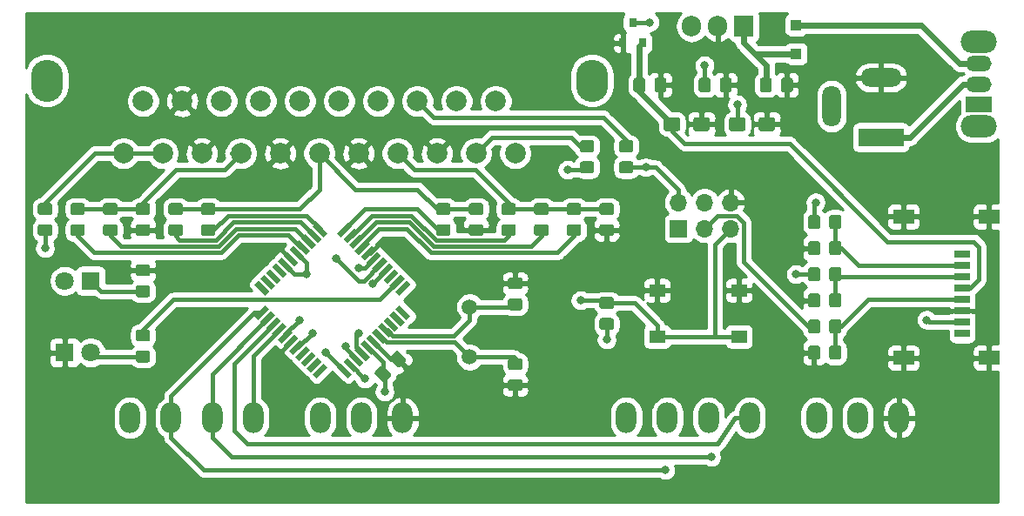
<source format=gbr>
G04 #@! TF.GenerationSoftware,KiCad,Pcbnew,5.1.5-52549c5~84~ubuntu19.10.1*
G04 #@! TF.CreationDate,2019-12-01T23:59:15+01:00*
G04 #@! TF.ProjectId,eduzebox,6564757a-6562-46f7-982e-6b696361645f,rev?*
G04 #@! TF.SameCoordinates,Original*
G04 #@! TF.FileFunction,Copper,L1,Top*
G04 #@! TF.FilePolarity,Positive*
%FSLAX46Y46*%
G04 Gerber Fmt 4.6, Leading zero omitted, Abs format (unit mm)*
G04 Created by KiCad (PCBNEW 5.1.5-52549c5~84~ubuntu19.10.1) date 2019-12-01 23:59:15*
%MOMM*%
%LPD*%
G04 APERTURE LIST*
%ADD10C,0.100000*%
%ADD11C,1.800000*%
%ADD12R,1.800000X1.800000*%
%ADD13O,2.000000X3.000000*%
%ADD14O,3.500000X2.200000*%
%ADD15O,2.500000X1.500000*%
%ADD16R,2.500000X1.500000*%
%ADD17R,1.100000X1.100000*%
%ADD18O,1.800000X4.000000*%
%ADD19O,4.000000X1.800000*%
%ADD20R,4.400000X1.800000*%
%ADD21R,2.000000X1.450000*%
%ADD22R,1.500000X0.800000*%
%ADD23O,1.700000X1.700000*%
%ADD24R,1.700000X1.700000*%
%ADD25O,3.100000X4.100000*%
%ADD26C,1.998980*%
%ADD27R,1.550000X1.300000*%
%ADD28R,1.905000X2.000000*%
%ADD29O,1.905000X2.000000*%
%ADD30R,0.800000X0.900000*%
%ADD31C,1.500000*%
%ADD32C,0.800000*%
%ADD33C,0.609600*%
%ADD34C,0.406400*%
%ADD35C,0.254000*%
G04 APERTURE END LIST*
G04 #@! TA.AperFunction,SMDPad,CuDef*
D10*
G36*
X137634505Y-87446204D02*
G01*
X137658773Y-87449804D01*
X137682572Y-87455765D01*
X137705671Y-87464030D01*
X137727850Y-87474520D01*
X137748893Y-87487132D01*
X137768599Y-87501747D01*
X137786777Y-87518223D01*
X137803253Y-87536401D01*
X137817868Y-87556107D01*
X137830480Y-87577150D01*
X137840970Y-87599329D01*
X137849235Y-87622428D01*
X137855196Y-87646227D01*
X137858796Y-87670495D01*
X137860000Y-87694999D01*
X137860000Y-88345001D01*
X137858796Y-88369505D01*
X137855196Y-88393773D01*
X137849235Y-88417572D01*
X137840970Y-88440671D01*
X137830480Y-88462850D01*
X137817868Y-88483893D01*
X137803253Y-88503599D01*
X137786777Y-88521777D01*
X137768599Y-88538253D01*
X137748893Y-88552868D01*
X137727850Y-88565480D01*
X137705671Y-88575970D01*
X137682572Y-88584235D01*
X137658773Y-88590196D01*
X137634505Y-88593796D01*
X137610001Y-88595000D01*
X136709999Y-88595000D01*
X136685495Y-88593796D01*
X136661227Y-88590196D01*
X136637428Y-88584235D01*
X136614329Y-88575970D01*
X136592150Y-88565480D01*
X136571107Y-88552868D01*
X136551401Y-88538253D01*
X136533223Y-88521777D01*
X136516747Y-88503599D01*
X136502132Y-88483893D01*
X136489520Y-88462850D01*
X136479030Y-88440671D01*
X136470765Y-88417572D01*
X136464804Y-88393773D01*
X136461204Y-88369505D01*
X136460000Y-88345001D01*
X136460000Y-87694999D01*
X136461204Y-87670495D01*
X136464804Y-87646227D01*
X136470765Y-87622428D01*
X136479030Y-87599329D01*
X136489520Y-87577150D01*
X136502132Y-87556107D01*
X136516747Y-87536401D01*
X136533223Y-87518223D01*
X136551401Y-87501747D01*
X136571107Y-87487132D01*
X136592150Y-87474520D01*
X136614329Y-87464030D01*
X136637428Y-87455765D01*
X136661227Y-87449804D01*
X136685495Y-87446204D01*
X136709999Y-87445000D01*
X137610001Y-87445000D01*
X137634505Y-87446204D01*
G37*
G04 #@! TD.AperFunction*
G04 #@! TA.AperFunction,SMDPad,CuDef*
G36*
X137634505Y-85396204D02*
G01*
X137658773Y-85399804D01*
X137682572Y-85405765D01*
X137705671Y-85414030D01*
X137727850Y-85424520D01*
X137748893Y-85437132D01*
X137768599Y-85451747D01*
X137786777Y-85468223D01*
X137803253Y-85486401D01*
X137817868Y-85506107D01*
X137830480Y-85527150D01*
X137840970Y-85549329D01*
X137849235Y-85572428D01*
X137855196Y-85596227D01*
X137858796Y-85620495D01*
X137860000Y-85644999D01*
X137860000Y-86295001D01*
X137858796Y-86319505D01*
X137855196Y-86343773D01*
X137849235Y-86367572D01*
X137840970Y-86390671D01*
X137830480Y-86412850D01*
X137817868Y-86433893D01*
X137803253Y-86453599D01*
X137786777Y-86471777D01*
X137768599Y-86488253D01*
X137748893Y-86502868D01*
X137727850Y-86515480D01*
X137705671Y-86525970D01*
X137682572Y-86534235D01*
X137658773Y-86540196D01*
X137634505Y-86543796D01*
X137610001Y-86545000D01*
X136709999Y-86545000D01*
X136685495Y-86543796D01*
X136661227Y-86540196D01*
X136637428Y-86534235D01*
X136614329Y-86525970D01*
X136592150Y-86515480D01*
X136571107Y-86502868D01*
X136551401Y-86488253D01*
X136533223Y-86471777D01*
X136516747Y-86453599D01*
X136502132Y-86433893D01*
X136489520Y-86412850D01*
X136479030Y-86390671D01*
X136470765Y-86367572D01*
X136464804Y-86343773D01*
X136461204Y-86319505D01*
X136460000Y-86295001D01*
X136460000Y-85644999D01*
X136461204Y-85620495D01*
X136464804Y-85596227D01*
X136470765Y-85572428D01*
X136479030Y-85549329D01*
X136489520Y-85527150D01*
X136502132Y-85506107D01*
X136516747Y-85486401D01*
X136533223Y-85468223D01*
X136551401Y-85451747D01*
X136571107Y-85437132D01*
X136592150Y-85424520D01*
X136614329Y-85414030D01*
X136637428Y-85405765D01*
X136661227Y-85399804D01*
X136685495Y-85396204D01*
X136709999Y-85395000D01*
X137610001Y-85395000D01*
X137634505Y-85396204D01*
G37*
G04 #@! TD.AperFunction*
D11*
X95885000Y-92710000D03*
D12*
X93345000Y-92710000D03*
D13*
X174455000Y-99060000D03*
X170455000Y-99060000D03*
X166455000Y-99060000D03*
X159955000Y-99060000D03*
X155955000Y-99060000D03*
X151955000Y-99060000D03*
X147955000Y-99060000D03*
X126195000Y-99060000D03*
X122195000Y-99060000D03*
X118195000Y-99060000D03*
X111695000Y-99060000D03*
X107695000Y-99060000D03*
X103695000Y-99060000D03*
X99695000Y-99060000D03*
G04 #@! TA.AperFunction,SMDPad,CuDef*
D10*
G36*
X155837005Y-69811204D02*
G01*
X155861273Y-69814804D01*
X155885072Y-69820765D01*
X155908171Y-69829030D01*
X155930350Y-69839520D01*
X155951393Y-69852132D01*
X155971099Y-69866747D01*
X155989277Y-69883223D01*
X156005753Y-69901401D01*
X156020368Y-69921107D01*
X156032980Y-69942150D01*
X156043470Y-69964329D01*
X156051735Y-69987428D01*
X156057696Y-70011227D01*
X156061296Y-70035495D01*
X156062500Y-70059999D01*
X156062500Y-70910001D01*
X156061296Y-70934505D01*
X156057696Y-70958773D01*
X156051735Y-70982572D01*
X156043470Y-71005671D01*
X156032980Y-71027850D01*
X156020368Y-71048893D01*
X156005753Y-71068599D01*
X155989277Y-71086777D01*
X155971099Y-71103253D01*
X155951393Y-71117868D01*
X155930350Y-71130480D01*
X155908171Y-71140970D01*
X155885072Y-71149235D01*
X155861273Y-71155196D01*
X155837005Y-71158796D01*
X155812501Y-71160000D01*
X154737499Y-71160000D01*
X154712995Y-71158796D01*
X154688727Y-71155196D01*
X154664928Y-71149235D01*
X154641829Y-71140970D01*
X154619650Y-71130480D01*
X154598607Y-71117868D01*
X154578901Y-71103253D01*
X154560723Y-71086777D01*
X154544247Y-71068599D01*
X154529632Y-71048893D01*
X154517020Y-71027850D01*
X154506530Y-71005671D01*
X154498265Y-70982572D01*
X154492304Y-70958773D01*
X154488704Y-70934505D01*
X154487500Y-70910001D01*
X154487500Y-70059999D01*
X154488704Y-70035495D01*
X154492304Y-70011227D01*
X154498265Y-69987428D01*
X154506530Y-69964329D01*
X154517020Y-69942150D01*
X154529632Y-69921107D01*
X154544247Y-69901401D01*
X154560723Y-69883223D01*
X154578901Y-69866747D01*
X154598607Y-69852132D01*
X154619650Y-69839520D01*
X154641829Y-69829030D01*
X154664928Y-69820765D01*
X154688727Y-69814804D01*
X154712995Y-69811204D01*
X154737499Y-69810000D01*
X155812501Y-69810000D01*
X155837005Y-69811204D01*
G37*
G04 #@! TD.AperFunction*
G04 #@! TA.AperFunction,SMDPad,CuDef*
G36*
X152962005Y-69811204D02*
G01*
X152986273Y-69814804D01*
X153010072Y-69820765D01*
X153033171Y-69829030D01*
X153055350Y-69839520D01*
X153076393Y-69852132D01*
X153096099Y-69866747D01*
X153114277Y-69883223D01*
X153130753Y-69901401D01*
X153145368Y-69921107D01*
X153157980Y-69942150D01*
X153168470Y-69964329D01*
X153176735Y-69987428D01*
X153182696Y-70011227D01*
X153186296Y-70035495D01*
X153187500Y-70059999D01*
X153187500Y-70910001D01*
X153186296Y-70934505D01*
X153182696Y-70958773D01*
X153176735Y-70982572D01*
X153168470Y-71005671D01*
X153157980Y-71027850D01*
X153145368Y-71048893D01*
X153130753Y-71068599D01*
X153114277Y-71086777D01*
X153096099Y-71103253D01*
X153076393Y-71117868D01*
X153055350Y-71130480D01*
X153033171Y-71140970D01*
X153010072Y-71149235D01*
X152986273Y-71155196D01*
X152962005Y-71158796D01*
X152937501Y-71160000D01*
X151862499Y-71160000D01*
X151837995Y-71158796D01*
X151813727Y-71155196D01*
X151789928Y-71149235D01*
X151766829Y-71140970D01*
X151744650Y-71130480D01*
X151723607Y-71117868D01*
X151703901Y-71103253D01*
X151685723Y-71086777D01*
X151669247Y-71068599D01*
X151654632Y-71048893D01*
X151642020Y-71027850D01*
X151631530Y-71005671D01*
X151623265Y-70982572D01*
X151617304Y-70958773D01*
X151613704Y-70934505D01*
X151612500Y-70910001D01*
X151612500Y-70059999D01*
X151613704Y-70035495D01*
X151617304Y-70011227D01*
X151623265Y-69987428D01*
X151631530Y-69964329D01*
X151642020Y-69942150D01*
X151654632Y-69921107D01*
X151669247Y-69901401D01*
X151685723Y-69883223D01*
X151703901Y-69866747D01*
X151723607Y-69852132D01*
X151744650Y-69839520D01*
X151766829Y-69829030D01*
X151789928Y-69820765D01*
X151813727Y-69814804D01*
X151837995Y-69811204D01*
X151862499Y-69810000D01*
X152937501Y-69810000D01*
X152962005Y-69811204D01*
G37*
G04 #@! TD.AperFunction*
G04 #@! TA.AperFunction,SMDPad,CuDef*
G36*
X162187005Y-69811204D02*
G01*
X162211273Y-69814804D01*
X162235072Y-69820765D01*
X162258171Y-69829030D01*
X162280350Y-69839520D01*
X162301393Y-69852132D01*
X162321099Y-69866747D01*
X162339277Y-69883223D01*
X162355753Y-69901401D01*
X162370368Y-69921107D01*
X162382980Y-69942150D01*
X162393470Y-69964329D01*
X162401735Y-69987428D01*
X162407696Y-70011227D01*
X162411296Y-70035495D01*
X162412500Y-70059999D01*
X162412500Y-70910001D01*
X162411296Y-70934505D01*
X162407696Y-70958773D01*
X162401735Y-70982572D01*
X162393470Y-71005671D01*
X162382980Y-71027850D01*
X162370368Y-71048893D01*
X162355753Y-71068599D01*
X162339277Y-71086777D01*
X162321099Y-71103253D01*
X162301393Y-71117868D01*
X162280350Y-71130480D01*
X162258171Y-71140970D01*
X162235072Y-71149235D01*
X162211273Y-71155196D01*
X162187005Y-71158796D01*
X162162501Y-71160000D01*
X161087499Y-71160000D01*
X161062995Y-71158796D01*
X161038727Y-71155196D01*
X161014928Y-71149235D01*
X160991829Y-71140970D01*
X160969650Y-71130480D01*
X160948607Y-71117868D01*
X160928901Y-71103253D01*
X160910723Y-71086777D01*
X160894247Y-71068599D01*
X160879632Y-71048893D01*
X160867020Y-71027850D01*
X160856530Y-71005671D01*
X160848265Y-70982572D01*
X160842304Y-70958773D01*
X160838704Y-70934505D01*
X160837500Y-70910001D01*
X160837500Y-70059999D01*
X160838704Y-70035495D01*
X160842304Y-70011227D01*
X160848265Y-69987428D01*
X160856530Y-69964329D01*
X160867020Y-69942150D01*
X160879632Y-69921107D01*
X160894247Y-69901401D01*
X160910723Y-69883223D01*
X160928901Y-69866747D01*
X160948607Y-69852132D01*
X160969650Y-69839520D01*
X160991829Y-69829030D01*
X161014928Y-69820765D01*
X161038727Y-69814804D01*
X161062995Y-69811204D01*
X161087499Y-69810000D01*
X162162501Y-69810000D01*
X162187005Y-69811204D01*
G37*
G04 #@! TD.AperFunction*
G04 #@! TA.AperFunction,SMDPad,CuDef*
G36*
X159312005Y-69811204D02*
G01*
X159336273Y-69814804D01*
X159360072Y-69820765D01*
X159383171Y-69829030D01*
X159405350Y-69839520D01*
X159426393Y-69852132D01*
X159446099Y-69866747D01*
X159464277Y-69883223D01*
X159480753Y-69901401D01*
X159495368Y-69921107D01*
X159507980Y-69942150D01*
X159518470Y-69964329D01*
X159526735Y-69987428D01*
X159532696Y-70011227D01*
X159536296Y-70035495D01*
X159537500Y-70059999D01*
X159537500Y-70910001D01*
X159536296Y-70934505D01*
X159532696Y-70958773D01*
X159526735Y-70982572D01*
X159518470Y-71005671D01*
X159507980Y-71027850D01*
X159495368Y-71048893D01*
X159480753Y-71068599D01*
X159464277Y-71086777D01*
X159446099Y-71103253D01*
X159426393Y-71117868D01*
X159405350Y-71130480D01*
X159383171Y-71140970D01*
X159360072Y-71149235D01*
X159336273Y-71155196D01*
X159312005Y-71158796D01*
X159287501Y-71160000D01*
X158212499Y-71160000D01*
X158187995Y-71158796D01*
X158163727Y-71155196D01*
X158139928Y-71149235D01*
X158116829Y-71140970D01*
X158094650Y-71130480D01*
X158073607Y-71117868D01*
X158053901Y-71103253D01*
X158035723Y-71086777D01*
X158019247Y-71068599D01*
X158004632Y-71048893D01*
X157992020Y-71027850D01*
X157981530Y-71005671D01*
X157973265Y-70982572D01*
X157967304Y-70958773D01*
X157963704Y-70934505D01*
X157962500Y-70910001D01*
X157962500Y-70059999D01*
X157963704Y-70035495D01*
X157967304Y-70011227D01*
X157973265Y-69987428D01*
X157981530Y-69964329D01*
X157992020Y-69942150D01*
X158004632Y-69921107D01*
X158019247Y-69901401D01*
X158035723Y-69883223D01*
X158053901Y-69866747D01*
X158073607Y-69852132D01*
X158094650Y-69839520D01*
X158116829Y-69829030D01*
X158139928Y-69820765D01*
X158163727Y-69814804D01*
X158187995Y-69811204D01*
X158212499Y-69810000D01*
X159287501Y-69810000D01*
X159312005Y-69811204D01*
G37*
G04 #@! TD.AperFunction*
G04 #@! TA.AperFunction,SMDPad,CuDef*
G36*
X151624505Y-65976204D02*
G01*
X151648773Y-65979804D01*
X151672572Y-65985765D01*
X151695671Y-65994030D01*
X151717850Y-66004520D01*
X151738893Y-66017132D01*
X151758599Y-66031747D01*
X151776777Y-66048223D01*
X151793253Y-66066401D01*
X151807868Y-66086107D01*
X151820480Y-66107150D01*
X151830970Y-66129329D01*
X151839235Y-66152428D01*
X151845196Y-66176227D01*
X151848796Y-66200495D01*
X151850000Y-66224999D01*
X151850000Y-67125001D01*
X151848796Y-67149505D01*
X151845196Y-67173773D01*
X151839235Y-67197572D01*
X151830970Y-67220671D01*
X151820480Y-67242850D01*
X151807868Y-67263893D01*
X151793253Y-67283599D01*
X151776777Y-67301777D01*
X151758599Y-67318253D01*
X151738893Y-67332868D01*
X151717850Y-67345480D01*
X151695671Y-67355970D01*
X151672572Y-67364235D01*
X151648773Y-67370196D01*
X151624505Y-67373796D01*
X151600001Y-67375000D01*
X150949999Y-67375000D01*
X150925495Y-67373796D01*
X150901227Y-67370196D01*
X150877428Y-67364235D01*
X150854329Y-67355970D01*
X150832150Y-67345480D01*
X150811107Y-67332868D01*
X150791401Y-67318253D01*
X150773223Y-67301777D01*
X150756747Y-67283599D01*
X150742132Y-67263893D01*
X150729520Y-67242850D01*
X150719030Y-67220671D01*
X150710765Y-67197572D01*
X150704804Y-67173773D01*
X150701204Y-67149505D01*
X150700000Y-67125001D01*
X150700000Y-66224999D01*
X150701204Y-66200495D01*
X150704804Y-66176227D01*
X150710765Y-66152428D01*
X150719030Y-66129329D01*
X150729520Y-66107150D01*
X150742132Y-66086107D01*
X150756747Y-66066401D01*
X150773223Y-66048223D01*
X150791401Y-66031747D01*
X150811107Y-66017132D01*
X150832150Y-66004520D01*
X150854329Y-65994030D01*
X150877428Y-65985765D01*
X150901227Y-65979804D01*
X150925495Y-65976204D01*
X150949999Y-65975000D01*
X151600001Y-65975000D01*
X151624505Y-65976204D01*
G37*
G04 #@! TD.AperFunction*
G04 #@! TA.AperFunction,SMDPad,CuDef*
G36*
X149574505Y-65976204D02*
G01*
X149598773Y-65979804D01*
X149622572Y-65985765D01*
X149645671Y-65994030D01*
X149667850Y-66004520D01*
X149688893Y-66017132D01*
X149708599Y-66031747D01*
X149726777Y-66048223D01*
X149743253Y-66066401D01*
X149757868Y-66086107D01*
X149770480Y-66107150D01*
X149780970Y-66129329D01*
X149789235Y-66152428D01*
X149795196Y-66176227D01*
X149798796Y-66200495D01*
X149800000Y-66224999D01*
X149800000Y-67125001D01*
X149798796Y-67149505D01*
X149795196Y-67173773D01*
X149789235Y-67197572D01*
X149780970Y-67220671D01*
X149770480Y-67242850D01*
X149757868Y-67263893D01*
X149743253Y-67283599D01*
X149726777Y-67301777D01*
X149708599Y-67318253D01*
X149688893Y-67332868D01*
X149667850Y-67345480D01*
X149645671Y-67355970D01*
X149622572Y-67364235D01*
X149598773Y-67370196D01*
X149574505Y-67373796D01*
X149550001Y-67375000D01*
X148899999Y-67375000D01*
X148875495Y-67373796D01*
X148851227Y-67370196D01*
X148827428Y-67364235D01*
X148804329Y-67355970D01*
X148782150Y-67345480D01*
X148761107Y-67332868D01*
X148741401Y-67318253D01*
X148723223Y-67301777D01*
X148706747Y-67283599D01*
X148692132Y-67263893D01*
X148679520Y-67242850D01*
X148669030Y-67220671D01*
X148660765Y-67197572D01*
X148654804Y-67173773D01*
X148651204Y-67149505D01*
X148650000Y-67125001D01*
X148650000Y-66224999D01*
X148651204Y-66200495D01*
X148654804Y-66176227D01*
X148660765Y-66152428D01*
X148669030Y-66129329D01*
X148679520Y-66107150D01*
X148692132Y-66086107D01*
X148706747Y-66066401D01*
X148723223Y-66048223D01*
X148741401Y-66031747D01*
X148761107Y-66017132D01*
X148782150Y-66004520D01*
X148804329Y-65994030D01*
X148827428Y-65985765D01*
X148851227Y-65979804D01*
X148875495Y-65976204D01*
X148899999Y-65975000D01*
X149550001Y-65975000D01*
X149574505Y-65976204D01*
G37*
G04 #@! TD.AperFunction*
D14*
X182245000Y-62480000D03*
X182245000Y-70680000D03*
D15*
X182245000Y-64580000D03*
X182245000Y-66580000D03*
D16*
X182245000Y-68580000D03*
G04 #@! TA.AperFunction,SMDPad,CuDef*
D10*
G36*
X163934505Y-65976204D02*
G01*
X163958773Y-65979804D01*
X163982572Y-65985765D01*
X164005671Y-65994030D01*
X164027850Y-66004520D01*
X164048893Y-66017132D01*
X164068599Y-66031747D01*
X164086777Y-66048223D01*
X164103253Y-66066401D01*
X164117868Y-66086107D01*
X164130480Y-66107150D01*
X164140970Y-66129329D01*
X164149235Y-66152428D01*
X164155196Y-66176227D01*
X164158796Y-66200495D01*
X164160000Y-66224999D01*
X164160000Y-67125001D01*
X164158796Y-67149505D01*
X164155196Y-67173773D01*
X164149235Y-67197572D01*
X164140970Y-67220671D01*
X164130480Y-67242850D01*
X164117868Y-67263893D01*
X164103253Y-67283599D01*
X164086777Y-67301777D01*
X164068599Y-67318253D01*
X164048893Y-67332868D01*
X164027850Y-67345480D01*
X164005671Y-67355970D01*
X163982572Y-67364235D01*
X163958773Y-67370196D01*
X163934505Y-67373796D01*
X163910001Y-67375000D01*
X163259999Y-67375000D01*
X163235495Y-67373796D01*
X163211227Y-67370196D01*
X163187428Y-67364235D01*
X163164329Y-67355970D01*
X163142150Y-67345480D01*
X163121107Y-67332868D01*
X163101401Y-67318253D01*
X163083223Y-67301777D01*
X163066747Y-67283599D01*
X163052132Y-67263893D01*
X163039520Y-67242850D01*
X163029030Y-67220671D01*
X163020765Y-67197572D01*
X163014804Y-67173773D01*
X163011204Y-67149505D01*
X163010000Y-67125001D01*
X163010000Y-66224999D01*
X163011204Y-66200495D01*
X163014804Y-66176227D01*
X163020765Y-66152428D01*
X163029030Y-66129329D01*
X163039520Y-66107150D01*
X163052132Y-66086107D01*
X163066747Y-66066401D01*
X163083223Y-66048223D01*
X163101401Y-66031747D01*
X163121107Y-66017132D01*
X163142150Y-66004520D01*
X163164329Y-65994030D01*
X163187428Y-65985765D01*
X163211227Y-65979804D01*
X163235495Y-65976204D01*
X163259999Y-65975000D01*
X163910001Y-65975000D01*
X163934505Y-65976204D01*
G37*
G04 #@! TD.AperFunction*
G04 #@! TA.AperFunction,SMDPad,CuDef*
G36*
X161884505Y-65976204D02*
G01*
X161908773Y-65979804D01*
X161932572Y-65985765D01*
X161955671Y-65994030D01*
X161977850Y-66004520D01*
X161998893Y-66017132D01*
X162018599Y-66031747D01*
X162036777Y-66048223D01*
X162053253Y-66066401D01*
X162067868Y-66086107D01*
X162080480Y-66107150D01*
X162090970Y-66129329D01*
X162099235Y-66152428D01*
X162105196Y-66176227D01*
X162108796Y-66200495D01*
X162110000Y-66224999D01*
X162110000Y-67125001D01*
X162108796Y-67149505D01*
X162105196Y-67173773D01*
X162099235Y-67197572D01*
X162090970Y-67220671D01*
X162080480Y-67242850D01*
X162067868Y-67263893D01*
X162053253Y-67283599D01*
X162036777Y-67301777D01*
X162018599Y-67318253D01*
X161998893Y-67332868D01*
X161977850Y-67345480D01*
X161955671Y-67355970D01*
X161932572Y-67364235D01*
X161908773Y-67370196D01*
X161884505Y-67373796D01*
X161860001Y-67375000D01*
X161209999Y-67375000D01*
X161185495Y-67373796D01*
X161161227Y-67370196D01*
X161137428Y-67364235D01*
X161114329Y-67355970D01*
X161092150Y-67345480D01*
X161071107Y-67332868D01*
X161051401Y-67318253D01*
X161033223Y-67301777D01*
X161016747Y-67283599D01*
X161002132Y-67263893D01*
X160989520Y-67242850D01*
X160979030Y-67220671D01*
X160970765Y-67197572D01*
X160964804Y-67173773D01*
X160961204Y-67149505D01*
X160960000Y-67125001D01*
X160960000Y-66224999D01*
X160961204Y-66200495D01*
X160964804Y-66176227D01*
X160970765Y-66152428D01*
X160979030Y-66129329D01*
X160989520Y-66107150D01*
X161002132Y-66086107D01*
X161016747Y-66066401D01*
X161033223Y-66048223D01*
X161051401Y-66031747D01*
X161071107Y-66017132D01*
X161092150Y-66004520D01*
X161114329Y-65994030D01*
X161137428Y-65985765D01*
X161161227Y-65979804D01*
X161185495Y-65976204D01*
X161209999Y-65975000D01*
X161860001Y-65975000D01*
X161884505Y-65976204D01*
G37*
G04 #@! TD.AperFunction*
G04 #@! TA.AperFunction,SMDPad,CuDef*
G36*
X155924505Y-65976204D02*
G01*
X155948773Y-65979804D01*
X155972572Y-65985765D01*
X155995671Y-65994030D01*
X156017850Y-66004520D01*
X156038893Y-66017132D01*
X156058599Y-66031747D01*
X156076777Y-66048223D01*
X156093253Y-66066401D01*
X156107868Y-66086107D01*
X156120480Y-66107150D01*
X156130970Y-66129329D01*
X156139235Y-66152428D01*
X156145196Y-66176227D01*
X156148796Y-66200495D01*
X156150000Y-66224999D01*
X156150000Y-67125001D01*
X156148796Y-67149505D01*
X156145196Y-67173773D01*
X156139235Y-67197572D01*
X156130970Y-67220671D01*
X156120480Y-67242850D01*
X156107868Y-67263893D01*
X156093253Y-67283599D01*
X156076777Y-67301777D01*
X156058599Y-67318253D01*
X156038893Y-67332868D01*
X156017850Y-67345480D01*
X155995671Y-67355970D01*
X155972572Y-67364235D01*
X155948773Y-67370196D01*
X155924505Y-67373796D01*
X155900001Y-67375000D01*
X155249999Y-67375000D01*
X155225495Y-67373796D01*
X155201227Y-67370196D01*
X155177428Y-67364235D01*
X155154329Y-67355970D01*
X155132150Y-67345480D01*
X155111107Y-67332868D01*
X155091401Y-67318253D01*
X155073223Y-67301777D01*
X155056747Y-67283599D01*
X155042132Y-67263893D01*
X155029520Y-67242850D01*
X155019030Y-67220671D01*
X155010765Y-67197572D01*
X155004804Y-67173773D01*
X155001204Y-67149505D01*
X155000000Y-67125001D01*
X155000000Y-66224999D01*
X155001204Y-66200495D01*
X155004804Y-66176227D01*
X155010765Y-66152428D01*
X155019030Y-66129329D01*
X155029520Y-66107150D01*
X155042132Y-66086107D01*
X155056747Y-66066401D01*
X155073223Y-66048223D01*
X155091401Y-66031747D01*
X155111107Y-66017132D01*
X155132150Y-66004520D01*
X155154329Y-65994030D01*
X155177428Y-65985765D01*
X155201227Y-65979804D01*
X155225495Y-65976204D01*
X155249999Y-65975000D01*
X155900001Y-65975000D01*
X155924505Y-65976204D01*
G37*
G04 #@! TD.AperFunction*
G04 #@! TA.AperFunction,SMDPad,CuDef*
G36*
X157974505Y-65976204D02*
G01*
X157998773Y-65979804D01*
X158022572Y-65985765D01*
X158045671Y-65994030D01*
X158067850Y-66004520D01*
X158088893Y-66017132D01*
X158108599Y-66031747D01*
X158126777Y-66048223D01*
X158143253Y-66066401D01*
X158157868Y-66086107D01*
X158170480Y-66107150D01*
X158180970Y-66129329D01*
X158189235Y-66152428D01*
X158195196Y-66176227D01*
X158198796Y-66200495D01*
X158200000Y-66224999D01*
X158200000Y-67125001D01*
X158198796Y-67149505D01*
X158195196Y-67173773D01*
X158189235Y-67197572D01*
X158180970Y-67220671D01*
X158170480Y-67242850D01*
X158157868Y-67263893D01*
X158143253Y-67283599D01*
X158126777Y-67301777D01*
X158108599Y-67318253D01*
X158088893Y-67332868D01*
X158067850Y-67345480D01*
X158045671Y-67355970D01*
X158022572Y-67364235D01*
X157998773Y-67370196D01*
X157974505Y-67373796D01*
X157950001Y-67375000D01*
X157299999Y-67375000D01*
X157275495Y-67373796D01*
X157251227Y-67370196D01*
X157227428Y-67364235D01*
X157204329Y-67355970D01*
X157182150Y-67345480D01*
X157161107Y-67332868D01*
X157141401Y-67318253D01*
X157123223Y-67301777D01*
X157106747Y-67283599D01*
X157092132Y-67263893D01*
X157079520Y-67242850D01*
X157069030Y-67220671D01*
X157060765Y-67197572D01*
X157054804Y-67173773D01*
X157051204Y-67149505D01*
X157050000Y-67125001D01*
X157050000Y-66224999D01*
X157051204Y-66200495D01*
X157054804Y-66176227D01*
X157060765Y-66152428D01*
X157069030Y-66129329D01*
X157079520Y-66107150D01*
X157092132Y-66086107D01*
X157106747Y-66066401D01*
X157123223Y-66048223D01*
X157141401Y-66031747D01*
X157161107Y-66017132D01*
X157182150Y-66004520D01*
X157204329Y-65994030D01*
X157227428Y-65985765D01*
X157251227Y-65979804D01*
X157275495Y-65976204D01*
X157299999Y-65975000D01*
X157950001Y-65975000D01*
X157974505Y-65976204D01*
G37*
G04 #@! TD.AperFunction*
G04 #@! TA.AperFunction,SMDPad,CuDef*
G36*
X137634505Y-95311204D02*
G01*
X137658773Y-95314804D01*
X137682572Y-95320765D01*
X137705671Y-95329030D01*
X137727850Y-95339520D01*
X137748893Y-95352132D01*
X137768599Y-95366747D01*
X137786777Y-95383223D01*
X137803253Y-95401401D01*
X137817868Y-95421107D01*
X137830480Y-95442150D01*
X137840970Y-95464329D01*
X137849235Y-95487428D01*
X137855196Y-95511227D01*
X137858796Y-95535495D01*
X137860000Y-95559999D01*
X137860000Y-96210001D01*
X137858796Y-96234505D01*
X137855196Y-96258773D01*
X137849235Y-96282572D01*
X137840970Y-96305671D01*
X137830480Y-96327850D01*
X137817868Y-96348893D01*
X137803253Y-96368599D01*
X137786777Y-96386777D01*
X137768599Y-96403253D01*
X137748893Y-96417868D01*
X137727850Y-96430480D01*
X137705671Y-96440970D01*
X137682572Y-96449235D01*
X137658773Y-96455196D01*
X137634505Y-96458796D01*
X137610001Y-96460000D01*
X136709999Y-96460000D01*
X136685495Y-96458796D01*
X136661227Y-96455196D01*
X136637428Y-96449235D01*
X136614329Y-96440970D01*
X136592150Y-96430480D01*
X136571107Y-96417868D01*
X136551401Y-96403253D01*
X136533223Y-96386777D01*
X136516747Y-96368599D01*
X136502132Y-96348893D01*
X136489520Y-96327850D01*
X136479030Y-96305671D01*
X136470765Y-96282572D01*
X136464804Y-96258773D01*
X136461204Y-96234505D01*
X136460000Y-96210001D01*
X136460000Y-95559999D01*
X136461204Y-95535495D01*
X136464804Y-95511227D01*
X136470765Y-95487428D01*
X136479030Y-95464329D01*
X136489520Y-95442150D01*
X136502132Y-95421107D01*
X136516747Y-95401401D01*
X136533223Y-95383223D01*
X136551401Y-95366747D01*
X136571107Y-95352132D01*
X136592150Y-95339520D01*
X136614329Y-95329030D01*
X136637428Y-95320765D01*
X136661227Y-95314804D01*
X136685495Y-95311204D01*
X136709999Y-95310000D01*
X137610001Y-95310000D01*
X137634505Y-95311204D01*
G37*
G04 #@! TD.AperFunction*
G04 #@! TA.AperFunction,SMDPad,CuDef*
G36*
X137634505Y-93261204D02*
G01*
X137658773Y-93264804D01*
X137682572Y-93270765D01*
X137705671Y-93279030D01*
X137727850Y-93289520D01*
X137748893Y-93302132D01*
X137768599Y-93316747D01*
X137786777Y-93333223D01*
X137803253Y-93351401D01*
X137817868Y-93371107D01*
X137830480Y-93392150D01*
X137840970Y-93414329D01*
X137849235Y-93437428D01*
X137855196Y-93461227D01*
X137858796Y-93485495D01*
X137860000Y-93509999D01*
X137860000Y-94160001D01*
X137858796Y-94184505D01*
X137855196Y-94208773D01*
X137849235Y-94232572D01*
X137840970Y-94255671D01*
X137830480Y-94277850D01*
X137817868Y-94298893D01*
X137803253Y-94318599D01*
X137786777Y-94336777D01*
X137768599Y-94353253D01*
X137748893Y-94367868D01*
X137727850Y-94380480D01*
X137705671Y-94390970D01*
X137682572Y-94399235D01*
X137658773Y-94405196D01*
X137634505Y-94408796D01*
X137610001Y-94410000D01*
X136709999Y-94410000D01*
X136685495Y-94408796D01*
X136661227Y-94405196D01*
X136637428Y-94399235D01*
X136614329Y-94390970D01*
X136592150Y-94380480D01*
X136571107Y-94367868D01*
X136551401Y-94353253D01*
X136533223Y-94336777D01*
X136516747Y-94318599D01*
X136502132Y-94298893D01*
X136489520Y-94277850D01*
X136479030Y-94255671D01*
X136470765Y-94232572D01*
X136464804Y-94208773D01*
X136461204Y-94184505D01*
X136460000Y-94160001D01*
X136460000Y-93509999D01*
X136461204Y-93485495D01*
X136464804Y-93461227D01*
X136470765Y-93437428D01*
X136479030Y-93414329D01*
X136489520Y-93392150D01*
X136502132Y-93371107D01*
X136516747Y-93351401D01*
X136533223Y-93333223D01*
X136551401Y-93316747D01*
X136571107Y-93302132D01*
X136592150Y-93289520D01*
X136614329Y-93279030D01*
X136637428Y-93270765D01*
X136661227Y-93264804D01*
X136685495Y-93261204D01*
X136709999Y-93260000D01*
X137610001Y-93260000D01*
X137634505Y-93261204D01*
G37*
G04 #@! TD.AperFunction*
G04 #@! TA.AperFunction,SMDPad,CuDef*
G36*
X125666116Y-92548196D02*
G01*
X125690384Y-92551796D01*
X125714183Y-92557757D01*
X125737282Y-92566022D01*
X125759461Y-92576512D01*
X125780504Y-92589124D01*
X125800210Y-92603739D01*
X125818388Y-92620215D01*
X126454785Y-93256612D01*
X126471261Y-93274790D01*
X126485876Y-93294496D01*
X126498488Y-93315539D01*
X126508978Y-93337718D01*
X126517243Y-93360817D01*
X126523204Y-93384616D01*
X126526804Y-93408884D01*
X126528008Y-93433388D01*
X126526804Y-93457892D01*
X126523204Y-93482160D01*
X126517243Y-93505959D01*
X126508978Y-93529058D01*
X126498488Y-93551237D01*
X126485876Y-93572280D01*
X126471261Y-93591986D01*
X126454785Y-93610164D01*
X125995164Y-94069785D01*
X125976986Y-94086261D01*
X125957280Y-94100876D01*
X125936237Y-94113488D01*
X125914058Y-94123978D01*
X125890959Y-94132243D01*
X125867160Y-94138204D01*
X125842892Y-94141804D01*
X125818388Y-94143008D01*
X125793884Y-94141804D01*
X125769616Y-94138204D01*
X125745817Y-94132243D01*
X125722718Y-94123978D01*
X125700539Y-94113488D01*
X125679496Y-94100876D01*
X125659790Y-94086261D01*
X125641612Y-94069785D01*
X125005215Y-93433388D01*
X124988739Y-93415210D01*
X124974124Y-93395504D01*
X124961512Y-93374461D01*
X124951022Y-93352282D01*
X124942757Y-93329183D01*
X124936796Y-93305384D01*
X124933196Y-93281116D01*
X124931992Y-93256612D01*
X124933196Y-93232108D01*
X124936796Y-93207840D01*
X124942757Y-93184041D01*
X124951022Y-93160942D01*
X124961512Y-93138763D01*
X124974124Y-93117720D01*
X124988739Y-93098014D01*
X125005215Y-93079836D01*
X125464836Y-92620215D01*
X125483014Y-92603739D01*
X125502720Y-92589124D01*
X125523763Y-92576512D01*
X125545942Y-92566022D01*
X125569041Y-92557757D01*
X125592840Y-92551796D01*
X125617108Y-92548196D01*
X125641612Y-92546992D01*
X125666116Y-92548196D01*
G37*
G04 #@! TD.AperFunction*
G04 #@! TA.AperFunction,SMDPad,CuDef*
G36*
X124216548Y-93997764D02*
G01*
X124240816Y-94001364D01*
X124264615Y-94007325D01*
X124287714Y-94015590D01*
X124309893Y-94026080D01*
X124330936Y-94038692D01*
X124350642Y-94053307D01*
X124368820Y-94069783D01*
X125005217Y-94706180D01*
X125021693Y-94724358D01*
X125036308Y-94744064D01*
X125048920Y-94765107D01*
X125059410Y-94787286D01*
X125067675Y-94810385D01*
X125073636Y-94834184D01*
X125077236Y-94858452D01*
X125078440Y-94882956D01*
X125077236Y-94907460D01*
X125073636Y-94931728D01*
X125067675Y-94955527D01*
X125059410Y-94978626D01*
X125048920Y-95000805D01*
X125036308Y-95021848D01*
X125021693Y-95041554D01*
X125005217Y-95059732D01*
X124545596Y-95519353D01*
X124527418Y-95535829D01*
X124507712Y-95550444D01*
X124486669Y-95563056D01*
X124464490Y-95573546D01*
X124441391Y-95581811D01*
X124417592Y-95587772D01*
X124393324Y-95591372D01*
X124368820Y-95592576D01*
X124344316Y-95591372D01*
X124320048Y-95587772D01*
X124296249Y-95581811D01*
X124273150Y-95573546D01*
X124250971Y-95563056D01*
X124229928Y-95550444D01*
X124210222Y-95535829D01*
X124192044Y-95519353D01*
X123555647Y-94882956D01*
X123539171Y-94864778D01*
X123524556Y-94845072D01*
X123511944Y-94824029D01*
X123501454Y-94801850D01*
X123493189Y-94778751D01*
X123487228Y-94754952D01*
X123483628Y-94730684D01*
X123482424Y-94706180D01*
X123483628Y-94681676D01*
X123487228Y-94657408D01*
X123493189Y-94633609D01*
X123501454Y-94610510D01*
X123511944Y-94588331D01*
X123524556Y-94567288D01*
X123539171Y-94547582D01*
X123555647Y-94529404D01*
X124015268Y-94069783D01*
X124033446Y-94053307D01*
X124053152Y-94038692D01*
X124074195Y-94026080D01*
X124096374Y-94015590D01*
X124119473Y-94007325D01*
X124143272Y-94001364D01*
X124167540Y-93997764D01*
X124192044Y-93996560D01*
X124216548Y-93997764D01*
G37*
G04 #@! TD.AperFunction*
D17*
X164465000Y-63630000D03*
X164465000Y-60830000D03*
D12*
X95885000Y-85725000D03*
D11*
X93345000Y-85725000D03*
D18*
X167920000Y-68755000D03*
D19*
X172720000Y-65955000D03*
D20*
X172720000Y-71755000D03*
D21*
X183220000Y-93235000D03*
X183220000Y-79485000D03*
X174920000Y-79485000D03*
X174920000Y-93235000D03*
D22*
X180620000Y-90860000D03*
X180620000Y-89760000D03*
X180620000Y-88660000D03*
X180620000Y-87560000D03*
X180620000Y-86460000D03*
X180620000Y-85360000D03*
X180620000Y-84260000D03*
X180620000Y-83160000D03*
D23*
X158115000Y-78105000D03*
X158115000Y-80645000D03*
X155575000Y-78105000D03*
X155575000Y-80645000D03*
X153035000Y-78105000D03*
D24*
X153035000Y-80645000D03*
D25*
X144609820Y-66240660D03*
X91610180Y-66240660D03*
D26*
X137160000Y-73319640D03*
X135255000Y-68239640D03*
X133350000Y-73319640D03*
X131445000Y-68239640D03*
X129540000Y-73319640D03*
X127635000Y-68239640D03*
X125730000Y-73319640D03*
X123825000Y-68239640D03*
X121920000Y-73319640D03*
X120015000Y-68239640D03*
X118110000Y-73319640D03*
X116205000Y-68239640D03*
X114300000Y-73319640D03*
X112395000Y-68239640D03*
X110490000Y-73319640D03*
X108585000Y-68239640D03*
X106680000Y-73319640D03*
X104775000Y-68239640D03*
X102870000Y-73319640D03*
X100965000Y-68239640D03*
X99060000Y-73319640D03*
G04 #@! TA.AperFunction,SMDPad,CuDef*
D10*
G36*
X146524505Y-87301204D02*
G01*
X146548773Y-87304804D01*
X146572572Y-87310765D01*
X146595671Y-87319030D01*
X146617850Y-87329520D01*
X146638893Y-87342132D01*
X146658599Y-87356747D01*
X146676777Y-87373223D01*
X146693253Y-87391401D01*
X146707868Y-87411107D01*
X146720480Y-87432150D01*
X146730970Y-87454329D01*
X146739235Y-87477428D01*
X146745196Y-87501227D01*
X146748796Y-87525495D01*
X146750000Y-87549999D01*
X146750000Y-88200001D01*
X146748796Y-88224505D01*
X146745196Y-88248773D01*
X146739235Y-88272572D01*
X146730970Y-88295671D01*
X146720480Y-88317850D01*
X146707868Y-88338893D01*
X146693253Y-88358599D01*
X146676777Y-88376777D01*
X146658599Y-88393253D01*
X146638893Y-88407868D01*
X146617850Y-88420480D01*
X146595671Y-88430970D01*
X146572572Y-88439235D01*
X146548773Y-88445196D01*
X146524505Y-88448796D01*
X146500001Y-88450000D01*
X145599999Y-88450000D01*
X145575495Y-88448796D01*
X145551227Y-88445196D01*
X145527428Y-88439235D01*
X145504329Y-88430970D01*
X145482150Y-88420480D01*
X145461107Y-88407868D01*
X145441401Y-88393253D01*
X145423223Y-88376777D01*
X145406747Y-88358599D01*
X145392132Y-88338893D01*
X145379520Y-88317850D01*
X145369030Y-88295671D01*
X145360765Y-88272572D01*
X145354804Y-88248773D01*
X145351204Y-88224505D01*
X145350000Y-88200001D01*
X145350000Y-87549999D01*
X145351204Y-87525495D01*
X145354804Y-87501227D01*
X145360765Y-87477428D01*
X145369030Y-87454329D01*
X145379520Y-87432150D01*
X145392132Y-87411107D01*
X145406747Y-87391401D01*
X145423223Y-87373223D01*
X145441401Y-87356747D01*
X145461107Y-87342132D01*
X145482150Y-87329520D01*
X145504329Y-87319030D01*
X145527428Y-87310765D01*
X145551227Y-87304804D01*
X145575495Y-87301204D01*
X145599999Y-87300000D01*
X146500001Y-87300000D01*
X146524505Y-87301204D01*
G37*
G04 #@! TD.AperFunction*
G04 #@! TA.AperFunction,SMDPad,CuDef*
G36*
X146524505Y-89351204D02*
G01*
X146548773Y-89354804D01*
X146572572Y-89360765D01*
X146595671Y-89369030D01*
X146617850Y-89379520D01*
X146638893Y-89392132D01*
X146658599Y-89406747D01*
X146676777Y-89423223D01*
X146693253Y-89441401D01*
X146707868Y-89461107D01*
X146720480Y-89482150D01*
X146730970Y-89504329D01*
X146739235Y-89527428D01*
X146745196Y-89551227D01*
X146748796Y-89575495D01*
X146750000Y-89599999D01*
X146750000Y-90250001D01*
X146748796Y-90274505D01*
X146745196Y-90298773D01*
X146739235Y-90322572D01*
X146730970Y-90345671D01*
X146720480Y-90367850D01*
X146707868Y-90388893D01*
X146693253Y-90408599D01*
X146676777Y-90426777D01*
X146658599Y-90443253D01*
X146638893Y-90457868D01*
X146617850Y-90470480D01*
X146595671Y-90480970D01*
X146572572Y-90489235D01*
X146548773Y-90495196D01*
X146524505Y-90498796D01*
X146500001Y-90500000D01*
X145599999Y-90500000D01*
X145575495Y-90498796D01*
X145551227Y-90495196D01*
X145527428Y-90489235D01*
X145504329Y-90480970D01*
X145482150Y-90470480D01*
X145461107Y-90457868D01*
X145441401Y-90443253D01*
X145423223Y-90426777D01*
X145406747Y-90408599D01*
X145392132Y-90388893D01*
X145379520Y-90367850D01*
X145369030Y-90345671D01*
X145360765Y-90322572D01*
X145354804Y-90298773D01*
X145351204Y-90274505D01*
X145350000Y-90250001D01*
X145350000Y-89599999D01*
X145351204Y-89575495D01*
X145354804Y-89551227D01*
X145360765Y-89527428D01*
X145369030Y-89504329D01*
X145379520Y-89482150D01*
X145392132Y-89461107D01*
X145406747Y-89441401D01*
X145423223Y-89423223D01*
X145441401Y-89406747D01*
X145461107Y-89392132D01*
X145482150Y-89379520D01*
X145504329Y-89369030D01*
X145527428Y-89360765D01*
X145551227Y-89354804D01*
X145575495Y-89351204D01*
X145599999Y-89350000D01*
X146500001Y-89350000D01*
X146524505Y-89351204D01*
G37*
G04 #@! TD.AperFunction*
G04 #@! TA.AperFunction,SMDPad,CuDef*
G36*
X101439505Y-92526204D02*
G01*
X101463773Y-92529804D01*
X101487572Y-92535765D01*
X101510671Y-92544030D01*
X101532850Y-92554520D01*
X101553893Y-92567132D01*
X101573599Y-92581747D01*
X101591777Y-92598223D01*
X101608253Y-92616401D01*
X101622868Y-92636107D01*
X101635480Y-92657150D01*
X101645970Y-92679329D01*
X101654235Y-92702428D01*
X101660196Y-92726227D01*
X101663796Y-92750495D01*
X101665000Y-92774999D01*
X101665000Y-93425001D01*
X101663796Y-93449505D01*
X101660196Y-93473773D01*
X101654235Y-93497572D01*
X101645970Y-93520671D01*
X101635480Y-93542850D01*
X101622868Y-93563893D01*
X101608253Y-93583599D01*
X101591777Y-93601777D01*
X101573599Y-93618253D01*
X101553893Y-93632868D01*
X101532850Y-93645480D01*
X101510671Y-93655970D01*
X101487572Y-93664235D01*
X101463773Y-93670196D01*
X101439505Y-93673796D01*
X101415001Y-93675000D01*
X100514999Y-93675000D01*
X100490495Y-93673796D01*
X100466227Y-93670196D01*
X100442428Y-93664235D01*
X100419329Y-93655970D01*
X100397150Y-93645480D01*
X100376107Y-93632868D01*
X100356401Y-93618253D01*
X100338223Y-93601777D01*
X100321747Y-93583599D01*
X100307132Y-93563893D01*
X100294520Y-93542850D01*
X100284030Y-93520671D01*
X100275765Y-93497572D01*
X100269804Y-93473773D01*
X100266204Y-93449505D01*
X100265000Y-93425001D01*
X100265000Y-92774999D01*
X100266204Y-92750495D01*
X100269804Y-92726227D01*
X100275765Y-92702428D01*
X100284030Y-92679329D01*
X100294520Y-92657150D01*
X100307132Y-92636107D01*
X100321747Y-92616401D01*
X100338223Y-92598223D01*
X100356401Y-92581747D01*
X100376107Y-92567132D01*
X100397150Y-92554520D01*
X100419329Y-92544030D01*
X100442428Y-92535765D01*
X100466227Y-92529804D01*
X100490495Y-92526204D01*
X100514999Y-92525000D01*
X101415001Y-92525000D01*
X101439505Y-92526204D01*
G37*
G04 #@! TD.AperFunction*
G04 #@! TA.AperFunction,SMDPad,CuDef*
G36*
X101439505Y-90476204D02*
G01*
X101463773Y-90479804D01*
X101487572Y-90485765D01*
X101510671Y-90494030D01*
X101532850Y-90504520D01*
X101553893Y-90517132D01*
X101573599Y-90531747D01*
X101591777Y-90548223D01*
X101608253Y-90566401D01*
X101622868Y-90586107D01*
X101635480Y-90607150D01*
X101645970Y-90629329D01*
X101654235Y-90652428D01*
X101660196Y-90676227D01*
X101663796Y-90700495D01*
X101665000Y-90724999D01*
X101665000Y-91375001D01*
X101663796Y-91399505D01*
X101660196Y-91423773D01*
X101654235Y-91447572D01*
X101645970Y-91470671D01*
X101635480Y-91492850D01*
X101622868Y-91513893D01*
X101608253Y-91533599D01*
X101591777Y-91551777D01*
X101573599Y-91568253D01*
X101553893Y-91582868D01*
X101532850Y-91595480D01*
X101510671Y-91605970D01*
X101487572Y-91614235D01*
X101463773Y-91620196D01*
X101439505Y-91623796D01*
X101415001Y-91625000D01*
X100514999Y-91625000D01*
X100490495Y-91623796D01*
X100466227Y-91620196D01*
X100442428Y-91614235D01*
X100419329Y-91605970D01*
X100397150Y-91595480D01*
X100376107Y-91582868D01*
X100356401Y-91568253D01*
X100338223Y-91551777D01*
X100321747Y-91533599D01*
X100307132Y-91513893D01*
X100294520Y-91492850D01*
X100284030Y-91470671D01*
X100275765Y-91447572D01*
X100269804Y-91423773D01*
X100266204Y-91399505D01*
X100265000Y-91375001D01*
X100265000Y-90724999D01*
X100266204Y-90700495D01*
X100269804Y-90676227D01*
X100275765Y-90652428D01*
X100284030Y-90629329D01*
X100294520Y-90607150D01*
X100307132Y-90586107D01*
X100321747Y-90566401D01*
X100338223Y-90548223D01*
X100356401Y-90531747D01*
X100376107Y-90517132D01*
X100397150Y-90504520D01*
X100419329Y-90494030D01*
X100442428Y-90485765D01*
X100466227Y-90479804D01*
X100490495Y-90476204D01*
X100514999Y-90475000D01*
X101415001Y-90475000D01*
X101439505Y-90476204D01*
G37*
G04 #@! TD.AperFunction*
G04 #@! TA.AperFunction,SMDPad,CuDef*
G36*
X144619505Y-74111204D02*
G01*
X144643773Y-74114804D01*
X144667572Y-74120765D01*
X144690671Y-74129030D01*
X144712850Y-74139520D01*
X144733893Y-74152132D01*
X144753599Y-74166747D01*
X144771777Y-74183223D01*
X144788253Y-74201401D01*
X144802868Y-74221107D01*
X144815480Y-74242150D01*
X144825970Y-74264329D01*
X144834235Y-74287428D01*
X144840196Y-74311227D01*
X144843796Y-74335495D01*
X144845000Y-74359999D01*
X144845000Y-75010001D01*
X144843796Y-75034505D01*
X144840196Y-75058773D01*
X144834235Y-75082572D01*
X144825970Y-75105671D01*
X144815480Y-75127850D01*
X144802868Y-75148893D01*
X144788253Y-75168599D01*
X144771777Y-75186777D01*
X144753599Y-75203253D01*
X144733893Y-75217868D01*
X144712850Y-75230480D01*
X144690671Y-75240970D01*
X144667572Y-75249235D01*
X144643773Y-75255196D01*
X144619505Y-75258796D01*
X144595001Y-75260000D01*
X143694999Y-75260000D01*
X143670495Y-75258796D01*
X143646227Y-75255196D01*
X143622428Y-75249235D01*
X143599329Y-75240970D01*
X143577150Y-75230480D01*
X143556107Y-75217868D01*
X143536401Y-75203253D01*
X143518223Y-75186777D01*
X143501747Y-75168599D01*
X143487132Y-75148893D01*
X143474520Y-75127850D01*
X143464030Y-75105671D01*
X143455765Y-75082572D01*
X143449804Y-75058773D01*
X143446204Y-75034505D01*
X143445000Y-75010001D01*
X143445000Y-74359999D01*
X143446204Y-74335495D01*
X143449804Y-74311227D01*
X143455765Y-74287428D01*
X143464030Y-74264329D01*
X143474520Y-74242150D01*
X143487132Y-74221107D01*
X143501747Y-74201401D01*
X143518223Y-74183223D01*
X143536401Y-74166747D01*
X143556107Y-74152132D01*
X143577150Y-74139520D01*
X143599329Y-74129030D01*
X143622428Y-74120765D01*
X143646227Y-74114804D01*
X143670495Y-74111204D01*
X143694999Y-74110000D01*
X144595001Y-74110000D01*
X144619505Y-74111204D01*
G37*
G04 #@! TD.AperFunction*
G04 #@! TA.AperFunction,SMDPad,CuDef*
G36*
X144619505Y-72061204D02*
G01*
X144643773Y-72064804D01*
X144667572Y-72070765D01*
X144690671Y-72079030D01*
X144712850Y-72089520D01*
X144733893Y-72102132D01*
X144753599Y-72116747D01*
X144771777Y-72133223D01*
X144788253Y-72151401D01*
X144802868Y-72171107D01*
X144815480Y-72192150D01*
X144825970Y-72214329D01*
X144834235Y-72237428D01*
X144840196Y-72261227D01*
X144843796Y-72285495D01*
X144845000Y-72309999D01*
X144845000Y-72960001D01*
X144843796Y-72984505D01*
X144840196Y-73008773D01*
X144834235Y-73032572D01*
X144825970Y-73055671D01*
X144815480Y-73077850D01*
X144802868Y-73098893D01*
X144788253Y-73118599D01*
X144771777Y-73136777D01*
X144753599Y-73153253D01*
X144733893Y-73167868D01*
X144712850Y-73180480D01*
X144690671Y-73190970D01*
X144667572Y-73199235D01*
X144643773Y-73205196D01*
X144619505Y-73208796D01*
X144595001Y-73210000D01*
X143694999Y-73210000D01*
X143670495Y-73208796D01*
X143646227Y-73205196D01*
X143622428Y-73199235D01*
X143599329Y-73190970D01*
X143577150Y-73180480D01*
X143556107Y-73167868D01*
X143536401Y-73153253D01*
X143518223Y-73136777D01*
X143501747Y-73118599D01*
X143487132Y-73098893D01*
X143474520Y-73077850D01*
X143464030Y-73055671D01*
X143455765Y-73032572D01*
X143449804Y-73008773D01*
X143446204Y-72984505D01*
X143445000Y-72960001D01*
X143445000Y-72309999D01*
X143446204Y-72285495D01*
X143449804Y-72261227D01*
X143455765Y-72237428D01*
X143464030Y-72214329D01*
X143474520Y-72192150D01*
X143487132Y-72171107D01*
X143501747Y-72151401D01*
X143518223Y-72133223D01*
X143536401Y-72116747D01*
X143556107Y-72102132D01*
X143577150Y-72089520D01*
X143599329Y-72079030D01*
X143622428Y-72070765D01*
X143646227Y-72064804D01*
X143670495Y-72061204D01*
X143694999Y-72060000D01*
X144595001Y-72060000D01*
X144619505Y-72061204D01*
G37*
G04 #@! TD.AperFunction*
G04 #@! TA.AperFunction,SMDPad,CuDef*
G36*
X91914505Y-80216204D02*
G01*
X91938773Y-80219804D01*
X91962572Y-80225765D01*
X91985671Y-80234030D01*
X92007850Y-80244520D01*
X92028893Y-80257132D01*
X92048599Y-80271747D01*
X92066777Y-80288223D01*
X92083253Y-80306401D01*
X92097868Y-80326107D01*
X92110480Y-80347150D01*
X92120970Y-80369329D01*
X92129235Y-80392428D01*
X92135196Y-80416227D01*
X92138796Y-80440495D01*
X92140000Y-80464999D01*
X92140000Y-81115001D01*
X92138796Y-81139505D01*
X92135196Y-81163773D01*
X92129235Y-81187572D01*
X92120970Y-81210671D01*
X92110480Y-81232850D01*
X92097868Y-81253893D01*
X92083253Y-81273599D01*
X92066777Y-81291777D01*
X92048599Y-81308253D01*
X92028893Y-81322868D01*
X92007850Y-81335480D01*
X91985671Y-81345970D01*
X91962572Y-81354235D01*
X91938773Y-81360196D01*
X91914505Y-81363796D01*
X91890001Y-81365000D01*
X90989999Y-81365000D01*
X90965495Y-81363796D01*
X90941227Y-81360196D01*
X90917428Y-81354235D01*
X90894329Y-81345970D01*
X90872150Y-81335480D01*
X90851107Y-81322868D01*
X90831401Y-81308253D01*
X90813223Y-81291777D01*
X90796747Y-81273599D01*
X90782132Y-81253893D01*
X90769520Y-81232850D01*
X90759030Y-81210671D01*
X90750765Y-81187572D01*
X90744804Y-81163773D01*
X90741204Y-81139505D01*
X90740000Y-81115001D01*
X90740000Y-80464999D01*
X90741204Y-80440495D01*
X90744804Y-80416227D01*
X90750765Y-80392428D01*
X90759030Y-80369329D01*
X90769520Y-80347150D01*
X90782132Y-80326107D01*
X90796747Y-80306401D01*
X90813223Y-80288223D01*
X90831401Y-80271747D01*
X90851107Y-80257132D01*
X90872150Y-80244520D01*
X90894329Y-80234030D01*
X90917428Y-80225765D01*
X90941227Y-80219804D01*
X90965495Y-80216204D01*
X90989999Y-80215000D01*
X91890001Y-80215000D01*
X91914505Y-80216204D01*
G37*
G04 #@! TD.AperFunction*
G04 #@! TA.AperFunction,SMDPad,CuDef*
G36*
X91914505Y-78166204D02*
G01*
X91938773Y-78169804D01*
X91962572Y-78175765D01*
X91985671Y-78184030D01*
X92007850Y-78194520D01*
X92028893Y-78207132D01*
X92048599Y-78221747D01*
X92066777Y-78238223D01*
X92083253Y-78256401D01*
X92097868Y-78276107D01*
X92110480Y-78297150D01*
X92120970Y-78319329D01*
X92129235Y-78342428D01*
X92135196Y-78366227D01*
X92138796Y-78390495D01*
X92140000Y-78414999D01*
X92140000Y-79065001D01*
X92138796Y-79089505D01*
X92135196Y-79113773D01*
X92129235Y-79137572D01*
X92120970Y-79160671D01*
X92110480Y-79182850D01*
X92097868Y-79203893D01*
X92083253Y-79223599D01*
X92066777Y-79241777D01*
X92048599Y-79258253D01*
X92028893Y-79272868D01*
X92007850Y-79285480D01*
X91985671Y-79295970D01*
X91962572Y-79304235D01*
X91938773Y-79310196D01*
X91914505Y-79313796D01*
X91890001Y-79315000D01*
X90989999Y-79315000D01*
X90965495Y-79313796D01*
X90941227Y-79310196D01*
X90917428Y-79304235D01*
X90894329Y-79295970D01*
X90872150Y-79285480D01*
X90851107Y-79272868D01*
X90831401Y-79258253D01*
X90813223Y-79241777D01*
X90796747Y-79223599D01*
X90782132Y-79203893D01*
X90769520Y-79182850D01*
X90759030Y-79160671D01*
X90750765Y-79137572D01*
X90744804Y-79113773D01*
X90741204Y-79089505D01*
X90740000Y-79065001D01*
X90740000Y-78414999D01*
X90741204Y-78390495D01*
X90744804Y-78366227D01*
X90750765Y-78342428D01*
X90759030Y-78319329D01*
X90769520Y-78297150D01*
X90782132Y-78276107D01*
X90796747Y-78256401D01*
X90813223Y-78238223D01*
X90831401Y-78221747D01*
X90851107Y-78207132D01*
X90872150Y-78194520D01*
X90894329Y-78184030D01*
X90917428Y-78175765D01*
X90941227Y-78169804D01*
X90965495Y-78166204D01*
X90989999Y-78165000D01*
X91890001Y-78165000D01*
X91914505Y-78166204D01*
G37*
G04 #@! TD.AperFunction*
G04 #@! TA.AperFunction,SMDPad,CuDef*
G36*
X101439505Y-86176204D02*
G01*
X101463773Y-86179804D01*
X101487572Y-86185765D01*
X101510671Y-86194030D01*
X101532850Y-86204520D01*
X101553893Y-86217132D01*
X101573599Y-86231747D01*
X101591777Y-86248223D01*
X101608253Y-86266401D01*
X101622868Y-86286107D01*
X101635480Y-86307150D01*
X101645970Y-86329329D01*
X101654235Y-86352428D01*
X101660196Y-86376227D01*
X101663796Y-86400495D01*
X101665000Y-86424999D01*
X101665000Y-87075001D01*
X101663796Y-87099505D01*
X101660196Y-87123773D01*
X101654235Y-87147572D01*
X101645970Y-87170671D01*
X101635480Y-87192850D01*
X101622868Y-87213893D01*
X101608253Y-87233599D01*
X101591777Y-87251777D01*
X101573599Y-87268253D01*
X101553893Y-87282868D01*
X101532850Y-87295480D01*
X101510671Y-87305970D01*
X101487572Y-87314235D01*
X101463773Y-87320196D01*
X101439505Y-87323796D01*
X101415001Y-87325000D01*
X100514999Y-87325000D01*
X100490495Y-87323796D01*
X100466227Y-87320196D01*
X100442428Y-87314235D01*
X100419329Y-87305970D01*
X100397150Y-87295480D01*
X100376107Y-87282868D01*
X100356401Y-87268253D01*
X100338223Y-87251777D01*
X100321747Y-87233599D01*
X100307132Y-87213893D01*
X100294520Y-87192850D01*
X100284030Y-87170671D01*
X100275765Y-87147572D01*
X100269804Y-87123773D01*
X100266204Y-87099505D01*
X100265000Y-87075001D01*
X100265000Y-86424999D01*
X100266204Y-86400495D01*
X100269804Y-86376227D01*
X100275765Y-86352428D01*
X100284030Y-86329329D01*
X100294520Y-86307150D01*
X100307132Y-86286107D01*
X100321747Y-86266401D01*
X100338223Y-86248223D01*
X100356401Y-86231747D01*
X100376107Y-86217132D01*
X100397150Y-86204520D01*
X100419329Y-86194030D01*
X100442428Y-86185765D01*
X100466227Y-86179804D01*
X100490495Y-86176204D01*
X100514999Y-86175000D01*
X101415001Y-86175000D01*
X101439505Y-86176204D01*
G37*
G04 #@! TD.AperFunction*
G04 #@! TA.AperFunction,SMDPad,CuDef*
G36*
X101439505Y-84126204D02*
G01*
X101463773Y-84129804D01*
X101487572Y-84135765D01*
X101510671Y-84144030D01*
X101532850Y-84154520D01*
X101553893Y-84167132D01*
X101573599Y-84181747D01*
X101591777Y-84198223D01*
X101608253Y-84216401D01*
X101622868Y-84236107D01*
X101635480Y-84257150D01*
X101645970Y-84279329D01*
X101654235Y-84302428D01*
X101660196Y-84326227D01*
X101663796Y-84350495D01*
X101665000Y-84374999D01*
X101665000Y-85025001D01*
X101663796Y-85049505D01*
X101660196Y-85073773D01*
X101654235Y-85097572D01*
X101645970Y-85120671D01*
X101635480Y-85142850D01*
X101622868Y-85163893D01*
X101608253Y-85183599D01*
X101591777Y-85201777D01*
X101573599Y-85218253D01*
X101553893Y-85232868D01*
X101532850Y-85245480D01*
X101510671Y-85255970D01*
X101487572Y-85264235D01*
X101463773Y-85270196D01*
X101439505Y-85273796D01*
X101415001Y-85275000D01*
X100514999Y-85275000D01*
X100490495Y-85273796D01*
X100466227Y-85270196D01*
X100442428Y-85264235D01*
X100419329Y-85255970D01*
X100397150Y-85245480D01*
X100376107Y-85232868D01*
X100356401Y-85218253D01*
X100338223Y-85201777D01*
X100321747Y-85183599D01*
X100307132Y-85163893D01*
X100294520Y-85142850D01*
X100284030Y-85120671D01*
X100275765Y-85097572D01*
X100269804Y-85073773D01*
X100266204Y-85049505D01*
X100265000Y-85025001D01*
X100265000Y-84374999D01*
X100266204Y-84350495D01*
X100269804Y-84326227D01*
X100275765Y-84302428D01*
X100284030Y-84279329D01*
X100294520Y-84257150D01*
X100307132Y-84236107D01*
X100321747Y-84216401D01*
X100338223Y-84198223D01*
X100356401Y-84181747D01*
X100376107Y-84167132D01*
X100397150Y-84154520D01*
X100419329Y-84144030D01*
X100442428Y-84135765D01*
X100466227Y-84129804D01*
X100490495Y-84126204D01*
X100514999Y-84125000D01*
X101415001Y-84125000D01*
X101439505Y-84126204D01*
G37*
G04 #@! TD.AperFunction*
G04 #@! TA.AperFunction,SMDPad,CuDef*
G36*
X143349505Y-78166204D02*
G01*
X143373773Y-78169804D01*
X143397572Y-78175765D01*
X143420671Y-78184030D01*
X143442850Y-78194520D01*
X143463893Y-78207132D01*
X143483599Y-78221747D01*
X143501777Y-78238223D01*
X143518253Y-78256401D01*
X143532868Y-78276107D01*
X143545480Y-78297150D01*
X143555970Y-78319329D01*
X143564235Y-78342428D01*
X143570196Y-78366227D01*
X143573796Y-78390495D01*
X143575000Y-78414999D01*
X143575000Y-79065001D01*
X143573796Y-79089505D01*
X143570196Y-79113773D01*
X143564235Y-79137572D01*
X143555970Y-79160671D01*
X143545480Y-79182850D01*
X143532868Y-79203893D01*
X143518253Y-79223599D01*
X143501777Y-79241777D01*
X143483599Y-79258253D01*
X143463893Y-79272868D01*
X143442850Y-79285480D01*
X143420671Y-79295970D01*
X143397572Y-79304235D01*
X143373773Y-79310196D01*
X143349505Y-79313796D01*
X143325001Y-79315000D01*
X142424999Y-79315000D01*
X142400495Y-79313796D01*
X142376227Y-79310196D01*
X142352428Y-79304235D01*
X142329329Y-79295970D01*
X142307150Y-79285480D01*
X142286107Y-79272868D01*
X142266401Y-79258253D01*
X142248223Y-79241777D01*
X142231747Y-79223599D01*
X142217132Y-79203893D01*
X142204520Y-79182850D01*
X142194030Y-79160671D01*
X142185765Y-79137572D01*
X142179804Y-79113773D01*
X142176204Y-79089505D01*
X142175000Y-79065001D01*
X142175000Y-78414999D01*
X142176204Y-78390495D01*
X142179804Y-78366227D01*
X142185765Y-78342428D01*
X142194030Y-78319329D01*
X142204520Y-78297150D01*
X142217132Y-78276107D01*
X142231747Y-78256401D01*
X142248223Y-78238223D01*
X142266401Y-78221747D01*
X142286107Y-78207132D01*
X142307150Y-78194520D01*
X142329329Y-78184030D01*
X142352428Y-78175765D01*
X142376227Y-78169804D01*
X142400495Y-78166204D01*
X142424999Y-78165000D01*
X143325001Y-78165000D01*
X143349505Y-78166204D01*
G37*
G04 #@! TD.AperFunction*
G04 #@! TA.AperFunction,SMDPad,CuDef*
G36*
X143349505Y-80216204D02*
G01*
X143373773Y-80219804D01*
X143397572Y-80225765D01*
X143420671Y-80234030D01*
X143442850Y-80244520D01*
X143463893Y-80257132D01*
X143483599Y-80271747D01*
X143501777Y-80288223D01*
X143518253Y-80306401D01*
X143532868Y-80326107D01*
X143545480Y-80347150D01*
X143555970Y-80369329D01*
X143564235Y-80392428D01*
X143570196Y-80416227D01*
X143573796Y-80440495D01*
X143575000Y-80464999D01*
X143575000Y-81115001D01*
X143573796Y-81139505D01*
X143570196Y-81163773D01*
X143564235Y-81187572D01*
X143555970Y-81210671D01*
X143545480Y-81232850D01*
X143532868Y-81253893D01*
X143518253Y-81273599D01*
X143501777Y-81291777D01*
X143483599Y-81308253D01*
X143463893Y-81322868D01*
X143442850Y-81335480D01*
X143420671Y-81345970D01*
X143397572Y-81354235D01*
X143373773Y-81360196D01*
X143349505Y-81363796D01*
X143325001Y-81365000D01*
X142424999Y-81365000D01*
X142400495Y-81363796D01*
X142376227Y-81360196D01*
X142352428Y-81354235D01*
X142329329Y-81345970D01*
X142307150Y-81335480D01*
X142286107Y-81322868D01*
X142266401Y-81308253D01*
X142248223Y-81291777D01*
X142231747Y-81273599D01*
X142217132Y-81253893D01*
X142204520Y-81232850D01*
X142194030Y-81210671D01*
X142185765Y-81187572D01*
X142179804Y-81163773D01*
X142176204Y-81139505D01*
X142175000Y-81115001D01*
X142175000Y-80464999D01*
X142176204Y-80440495D01*
X142179804Y-80416227D01*
X142185765Y-80392428D01*
X142194030Y-80369329D01*
X142204520Y-80347150D01*
X142217132Y-80326107D01*
X142231747Y-80306401D01*
X142248223Y-80288223D01*
X142266401Y-80271747D01*
X142286107Y-80257132D01*
X142307150Y-80244520D01*
X142329329Y-80234030D01*
X142352428Y-80225765D01*
X142376227Y-80219804D01*
X142400495Y-80216204D01*
X142424999Y-80215000D01*
X143325001Y-80215000D01*
X143349505Y-80216204D01*
G37*
G04 #@! TD.AperFunction*
G04 #@! TA.AperFunction,SMDPad,CuDef*
G36*
X140174505Y-80216204D02*
G01*
X140198773Y-80219804D01*
X140222572Y-80225765D01*
X140245671Y-80234030D01*
X140267850Y-80244520D01*
X140288893Y-80257132D01*
X140308599Y-80271747D01*
X140326777Y-80288223D01*
X140343253Y-80306401D01*
X140357868Y-80326107D01*
X140370480Y-80347150D01*
X140380970Y-80369329D01*
X140389235Y-80392428D01*
X140395196Y-80416227D01*
X140398796Y-80440495D01*
X140400000Y-80464999D01*
X140400000Y-81115001D01*
X140398796Y-81139505D01*
X140395196Y-81163773D01*
X140389235Y-81187572D01*
X140380970Y-81210671D01*
X140370480Y-81232850D01*
X140357868Y-81253893D01*
X140343253Y-81273599D01*
X140326777Y-81291777D01*
X140308599Y-81308253D01*
X140288893Y-81322868D01*
X140267850Y-81335480D01*
X140245671Y-81345970D01*
X140222572Y-81354235D01*
X140198773Y-81360196D01*
X140174505Y-81363796D01*
X140150001Y-81365000D01*
X139249999Y-81365000D01*
X139225495Y-81363796D01*
X139201227Y-81360196D01*
X139177428Y-81354235D01*
X139154329Y-81345970D01*
X139132150Y-81335480D01*
X139111107Y-81322868D01*
X139091401Y-81308253D01*
X139073223Y-81291777D01*
X139056747Y-81273599D01*
X139042132Y-81253893D01*
X139029520Y-81232850D01*
X139019030Y-81210671D01*
X139010765Y-81187572D01*
X139004804Y-81163773D01*
X139001204Y-81139505D01*
X139000000Y-81115001D01*
X139000000Y-80464999D01*
X139001204Y-80440495D01*
X139004804Y-80416227D01*
X139010765Y-80392428D01*
X139019030Y-80369329D01*
X139029520Y-80347150D01*
X139042132Y-80326107D01*
X139056747Y-80306401D01*
X139073223Y-80288223D01*
X139091401Y-80271747D01*
X139111107Y-80257132D01*
X139132150Y-80244520D01*
X139154329Y-80234030D01*
X139177428Y-80225765D01*
X139201227Y-80219804D01*
X139225495Y-80216204D01*
X139249999Y-80215000D01*
X140150001Y-80215000D01*
X140174505Y-80216204D01*
G37*
G04 #@! TD.AperFunction*
G04 #@! TA.AperFunction,SMDPad,CuDef*
G36*
X140174505Y-78166204D02*
G01*
X140198773Y-78169804D01*
X140222572Y-78175765D01*
X140245671Y-78184030D01*
X140267850Y-78194520D01*
X140288893Y-78207132D01*
X140308599Y-78221747D01*
X140326777Y-78238223D01*
X140343253Y-78256401D01*
X140357868Y-78276107D01*
X140370480Y-78297150D01*
X140380970Y-78319329D01*
X140389235Y-78342428D01*
X140395196Y-78366227D01*
X140398796Y-78390495D01*
X140400000Y-78414999D01*
X140400000Y-79065001D01*
X140398796Y-79089505D01*
X140395196Y-79113773D01*
X140389235Y-79137572D01*
X140380970Y-79160671D01*
X140370480Y-79182850D01*
X140357868Y-79203893D01*
X140343253Y-79223599D01*
X140326777Y-79241777D01*
X140308599Y-79258253D01*
X140288893Y-79272868D01*
X140267850Y-79285480D01*
X140245671Y-79295970D01*
X140222572Y-79304235D01*
X140198773Y-79310196D01*
X140174505Y-79313796D01*
X140150001Y-79315000D01*
X139249999Y-79315000D01*
X139225495Y-79313796D01*
X139201227Y-79310196D01*
X139177428Y-79304235D01*
X139154329Y-79295970D01*
X139132150Y-79285480D01*
X139111107Y-79272868D01*
X139091401Y-79258253D01*
X139073223Y-79241777D01*
X139056747Y-79223599D01*
X139042132Y-79203893D01*
X139029520Y-79182850D01*
X139019030Y-79160671D01*
X139010765Y-79137572D01*
X139004804Y-79113773D01*
X139001204Y-79089505D01*
X139000000Y-79065001D01*
X139000000Y-78414999D01*
X139001204Y-78390495D01*
X139004804Y-78366227D01*
X139010765Y-78342428D01*
X139019030Y-78319329D01*
X139029520Y-78297150D01*
X139042132Y-78276107D01*
X139056747Y-78256401D01*
X139073223Y-78238223D01*
X139091401Y-78221747D01*
X139111107Y-78207132D01*
X139132150Y-78194520D01*
X139154329Y-78184030D01*
X139177428Y-78175765D01*
X139201227Y-78169804D01*
X139225495Y-78166204D01*
X139249999Y-78165000D01*
X140150001Y-78165000D01*
X140174505Y-78166204D01*
G37*
G04 #@! TD.AperFunction*
G04 #@! TA.AperFunction,SMDPad,CuDef*
G36*
X136999505Y-78166204D02*
G01*
X137023773Y-78169804D01*
X137047572Y-78175765D01*
X137070671Y-78184030D01*
X137092850Y-78194520D01*
X137113893Y-78207132D01*
X137133599Y-78221747D01*
X137151777Y-78238223D01*
X137168253Y-78256401D01*
X137182868Y-78276107D01*
X137195480Y-78297150D01*
X137205970Y-78319329D01*
X137214235Y-78342428D01*
X137220196Y-78366227D01*
X137223796Y-78390495D01*
X137225000Y-78414999D01*
X137225000Y-79065001D01*
X137223796Y-79089505D01*
X137220196Y-79113773D01*
X137214235Y-79137572D01*
X137205970Y-79160671D01*
X137195480Y-79182850D01*
X137182868Y-79203893D01*
X137168253Y-79223599D01*
X137151777Y-79241777D01*
X137133599Y-79258253D01*
X137113893Y-79272868D01*
X137092850Y-79285480D01*
X137070671Y-79295970D01*
X137047572Y-79304235D01*
X137023773Y-79310196D01*
X136999505Y-79313796D01*
X136975001Y-79315000D01*
X136074999Y-79315000D01*
X136050495Y-79313796D01*
X136026227Y-79310196D01*
X136002428Y-79304235D01*
X135979329Y-79295970D01*
X135957150Y-79285480D01*
X135936107Y-79272868D01*
X135916401Y-79258253D01*
X135898223Y-79241777D01*
X135881747Y-79223599D01*
X135867132Y-79203893D01*
X135854520Y-79182850D01*
X135844030Y-79160671D01*
X135835765Y-79137572D01*
X135829804Y-79113773D01*
X135826204Y-79089505D01*
X135825000Y-79065001D01*
X135825000Y-78414999D01*
X135826204Y-78390495D01*
X135829804Y-78366227D01*
X135835765Y-78342428D01*
X135844030Y-78319329D01*
X135854520Y-78297150D01*
X135867132Y-78276107D01*
X135881747Y-78256401D01*
X135898223Y-78238223D01*
X135916401Y-78221747D01*
X135936107Y-78207132D01*
X135957150Y-78194520D01*
X135979329Y-78184030D01*
X136002428Y-78175765D01*
X136026227Y-78169804D01*
X136050495Y-78166204D01*
X136074999Y-78165000D01*
X136975001Y-78165000D01*
X136999505Y-78166204D01*
G37*
G04 #@! TD.AperFunction*
G04 #@! TA.AperFunction,SMDPad,CuDef*
G36*
X136999505Y-80216204D02*
G01*
X137023773Y-80219804D01*
X137047572Y-80225765D01*
X137070671Y-80234030D01*
X137092850Y-80244520D01*
X137113893Y-80257132D01*
X137133599Y-80271747D01*
X137151777Y-80288223D01*
X137168253Y-80306401D01*
X137182868Y-80326107D01*
X137195480Y-80347150D01*
X137205970Y-80369329D01*
X137214235Y-80392428D01*
X137220196Y-80416227D01*
X137223796Y-80440495D01*
X137225000Y-80464999D01*
X137225000Y-81115001D01*
X137223796Y-81139505D01*
X137220196Y-81163773D01*
X137214235Y-81187572D01*
X137205970Y-81210671D01*
X137195480Y-81232850D01*
X137182868Y-81253893D01*
X137168253Y-81273599D01*
X137151777Y-81291777D01*
X137133599Y-81308253D01*
X137113893Y-81322868D01*
X137092850Y-81335480D01*
X137070671Y-81345970D01*
X137047572Y-81354235D01*
X137023773Y-81360196D01*
X136999505Y-81363796D01*
X136975001Y-81365000D01*
X136074999Y-81365000D01*
X136050495Y-81363796D01*
X136026227Y-81360196D01*
X136002428Y-81354235D01*
X135979329Y-81345970D01*
X135957150Y-81335480D01*
X135936107Y-81322868D01*
X135916401Y-81308253D01*
X135898223Y-81291777D01*
X135881747Y-81273599D01*
X135867132Y-81253893D01*
X135854520Y-81232850D01*
X135844030Y-81210671D01*
X135835765Y-81187572D01*
X135829804Y-81163773D01*
X135826204Y-81139505D01*
X135825000Y-81115001D01*
X135825000Y-80464999D01*
X135826204Y-80440495D01*
X135829804Y-80416227D01*
X135835765Y-80392428D01*
X135844030Y-80369329D01*
X135854520Y-80347150D01*
X135867132Y-80326107D01*
X135881747Y-80306401D01*
X135898223Y-80288223D01*
X135916401Y-80271747D01*
X135936107Y-80257132D01*
X135957150Y-80244520D01*
X135979329Y-80234030D01*
X136002428Y-80225765D01*
X136026227Y-80219804D01*
X136050495Y-80216204D01*
X136074999Y-80215000D01*
X136975001Y-80215000D01*
X136999505Y-80216204D01*
G37*
G04 #@! TD.AperFunction*
G04 #@! TA.AperFunction,SMDPad,CuDef*
G36*
X130649505Y-78166204D02*
G01*
X130673773Y-78169804D01*
X130697572Y-78175765D01*
X130720671Y-78184030D01*
X130742850Y-78194520D01*
X130763893Y-78207132D01*
X130783599Y-78221747D01*
X130801777Y-78238223D01*
X130818253Y-78256401D01*
X130832868Y-78276107D01*
X130845480Y-78297150D01*
X130855970Y-78319329D01*
X130864235Y-78342428D01*
X130870196Y-78366227D01*
X130873796Y-78390495D01*
X130875000Y-78414999D01*
X130875000Y-79065001D01*
X130873796Y-79089505D01*
X130870196Y-79113773D01*
X130864235Y-79137572D01*
X130855970Y-79160671D01*
X130845480Y-79182850D01*
X130832868Y-79203893D01*
X130818253Y-79223599D01*
X130801777Y-79241777D01*
X130783599Y-79258253D01*
X130763893Y-79272868D01*
X130742850Y-79285480D01*
X130720671Y-79295970D01*
X130697572Y-79304235D01*
X130673773Y-79310196D01*
X130649505Y-79313796D01*
X130625001Y-79315000D01*
X129724999Y-79315000D01*
X129700495Y-79313796D01*
X129676227Y-79310196D01*
X129652428Y-79304235D01*
X129629329Y-79295970D01*
X129607150Y-79285480D01*
X129586107Y-79272868D01*
X129566401Y-79258253D01*
X129548223Y-79241777D01*
X129531747Y-79223599D01*
X129517132Y-79203893D01*
X129504520Y-79182850D01*
X129494030Y-79160671D01*
X129485765Y-79137572D01*
X129479804Y-79113773D01*
X129476204Y-79089505D01*
X129475000Y-79065001D01*
X129475000Y-78414999D01*
X129476204Y-78390495D01*
X129479804Y-78366227D01*
X129485765Y-78342428D01*
X129494030Y-78319329D01*
X129504520Y-78297150D01*
X129517132Y-78276107D01*
X129531747Y-78256401D01*
X129548223Y-78238223D01*
X129566401Y-78221747D01*
X129586107Y-78207132D01*
X129607150Y-78194520D01*
X129629329Y-78184030D01*
X129652428Y-78175765D01*
X129676227Y-78169804D01*
X129700495Y-78166204D01*
X129724999Y-78165000D01*
X130625001Y-78165000D01*
X130649505Y-78166204D01*
G37*
G04 #@! TD.AperFunction*
G04 #@! TA.AperFunction,SMDPad,CuDef*
G36*
X130649505Y-80216204D02*
G01*
X130673773Y-80219804D01*
X130697572Y-80225765D01*
X130720671Y-80234030D01*
X130742850Y-80244520D01*
X130763893Y-80257132D01*
X130783599Y-80271747D01*
X130801777Y-80288223D01*
X130818253Y-80306401D01*
X130832868Y-80326107D01*
X130845480Y-80347150D01*
X130855970Y-80369329D01*
X130864235Y-80392428D01*
X130870196Y-80416227D01*
X130873796Y-80440495D01*
X130875000Y-80464999D01*
X130875000Y-81115001D01*
X130873796Y-81139505D01*
X130870196Y-81163773D01*
X130864235Y-81187572D01*
X130855970Y-81210671D01*
X130845480Y-81232850D01*
X130832868Y-81253893D01*
X130818253Y-81273599D01*
X130801777Y-81291777D01*
X130783599Y-81308253D01*
X130763893Y-81322868D01*
X130742850Y-81335480D01*
X130720671Y-81345970D01*
X130697572Y-81354235D01*
X130673773Y-81360196D01*
X130649505Y-81363796D01*
X130625001Y-81365000D01*
X129724999Y-81365000D01*
X129700495Y-81363796D01*
X129676227Y-81360196D01*
X129652428Y-81354235D01*
X129629329Y-81345970D01*
X129607150Y-81335480D01*
X129586107Y-81322868D01*
X129566401Y-81308253D01*
X129548223Y-81291777D01*
X129531747Y-81273599D01*
X129517132Y-81253893D01*
X129504520Y-81232850D01*
X129494030Y-81210671D01*
X129485765Y-81187572D01*
X129479804Y-81163773D01*
X129476204Y-81139505D01*
X129475000Y-81115001D01*
X129475000Y-80464999D01*
X129476204Y-80440495D01*
X129479804Y-80416227D01*
X129485765Y-80392428D01*
X129494030Y-80369329D01*
X129504520Y-80347150D01*
X129517132Y-80326107D01*
X129531747Y-80306401D01*
X129548223Y-80288223D01*
X129566401Y-80271747D01*
X129586107Y-80257132D01*
X129607150Y-80244520D01*
X129629329Y-80234030D01*
X129652428Y-80225765D01*
X129676227Y-80219804D01*
X129700495Y-80216204D01*
X129724999Y-80215000D01*
X130625001Y-80215000D01*
X130649505Y-80216204D01*
G37*
G04 #@! TD.AperFunction*
G04 #@! TA.AperFunction,SMDPad,CuDef*
G36*
X107789505Y-80216204D02*
G01*
X107813773Y-80219804D01*
X107837572Y-80225765D01*
X107860671Y-80234030D01*
X107882850Y-80244520D01*
X107903893Y-80257132D01*
X107923599Y-80271747D01*
X107941777Y-80288223D01*
X107958253Y-80306401D01*
X107972868Y-80326107D01*
X107985480Y-80347150D01*
X107995970Y-80369329D01*
X108004235Y-80392428D01*
X108010196Y-80416227D01*
X108013796Y-80440495D01*
X108015000Y-80464999D01*
X108015000Y-81115001D01*
X108013796Y-81139505D01*
X108010196Y-81163773D01*
X108004235Y-81187572D01*
X107995970Y-81210671D01*
X107985480Y-81232850D01*
X107972868Y-81253893D01*
X107958253Y-81273599D01*
X107941777Y-81291777D01*
X107923599Y-81308253D01*
X107903893Y-81322868D01*
X107882850Y-81335480D01*
X107860671Y-81345970D01*
X107837572Y-81354235D01*
X107813773Y-81360196D01*
X107789505Y-81363796D01*
X107765001Y-81365000D01*
X106864999Y-81365000D01*
X106840495Y-81363796D01*
X106816227Y-81360196D01*
X106792428Y-81354235D01*
X106769329Y-81345970D01*
X106747150Y-81335480D01*
X106726107Y-81322868D01*
X106706401Y-81308253D01*
X106688223Y-81291777D01*
X106671747Y-81273599D01*
X106657132Y-81253893D01*
X106644520Y-81232850D01*
X106634030Y-81210671D01*
X106625765Y-81187572D01*
X106619804Y-81163773D01*
X106616204Y-81139505D01*
X106615000Y-81115001D01*
X106615000Y-80464999D01*
X106616204Y-80440495D01*
X106619804Y-80416227D01*
X106625765Y-80392428D01*
X106634030Y-80369329D01*
X106644520Y-80347150D01*
X106657132Y-80326107D01*
X106671747Y-80306401D01*
X106688223Y-80288223D01*
X106706401Y-80271747D01*
X106726107Y-80257132D01*
X106747150Y-80244520D01*
X106769329Y-80234030D01*
X106792428Y-80225765D01*
X106816227Y-80219804D01*
X106840495Y-80216204D01*
X106864999Y-80215000D01*
X107765001Y-80215000D01*
X107789505Y-80216204D01*
G37*
G04 #@! TD.AperFunction*
G04 #@! TA.AperFunction,SMDPad,CuDef*
G36*
X107789505Y-78166204D02*
G01*
X107813773Y-78169804D01*
X107837572Y-78175765D01*
X107860671Y-78184030D01*
X107882850Y-78194520D01*
X107903893Y-78207132D01*
X107923599Y-78221747D01*
X107941777Y-78238223D01*
X107958253Y-78256401D01*
X107972868Y-78276107D01*
X107985480Y-78297150D01*
X107995970Y-78319329D01*
X108004235Y-78342428D01*
X108010196Y-78366227D01*
X108013796Y-78390495D01*
X108015000Y-78414999D01*
X108015000Y-79065001D01*
X108013796Y-79089505D01*
X108010196Y-79113773D01*
X108004235Y-79137572D01*
X107995970Y-79160671D01*
X107985480Y-79182850D01*
X107972868Y-79203893D01*
X107958253Y-79223599D01*
X107941777Y-79241777D01*
X107923599Y-79258253D01*
X107903893Y-79272868D01*
X107882850Y-79285480D01*
X107860671Y-79295970D01*
X107837572Y-79304235D01*
X107813773Y-79310196D01*
X107789505Y-79313796D01*
X107765001Y-79315000D01*
X106864999Y-79315000D01*
X106840495Y-79313796D01*
X106816227Y-79310196D01*
X106792428Y-79304235D01*
X106769329Y-79295970D01*
X106747150Y-79285480D01*
X106726107Y-79272868D01*
X106706401Y-79258253D01*
X106688223Y-79241777D01*
X106671747Y-79223599D01*
X106657132Y-79203893D01*
X106644520Y-79182850D01*
X106634030Y-79160671D01*
X106625765Y-79137572D01*
X106619804Y-79113773D01*
X106616204Y-79089505D01*
X106615000Y-79065001D01*
X106615000Y-78414999D01*
X106616204Y-78390495D01*
X106619804Y-78366227D01*
X106625765Y-78342428D01*
X106634030Y-78319329D01*
X106644520Y-78297150D01*
X106657132Y-78276107D01*
X106671747Y-78256401D01*
X106688223Y-78238223D01*
X106706401Y-78221747D01*
X106726107Y-78207132D01*
X106747150Y-78194520D01*
X106769329Y-78184030D01*
X106792428Y-78175765D01*
X106816227Y-78169804D01*
X106840495Y-78166204D01*
X106864999Y-78165000D01*
X107765001Y-78165000D01*
X107789505Y-78166204D01*
G37*
G04 #@! TD.AperFunction*
G04 #@! TA.AperFunction,SMDPad,CuDef*
G36*
X104614505Y-78166204D02*
G01*
X104638773Y-78169804D01*
X104662572Y-78175765D01*
X104685671Y-78184030D01*
X104707850Y-78194520D01*
X104728893Y-78207132D01*
X104748599Y-78221747D01*
X104766777Y-78238223D01*
X104783253Y-78256401D01*
X104797868Y-78276107D01*
X104810480Y-78297150D01*
X104820970Y-78319329D01*
X104829235Y-78342428D01*
X104835196Y-78366227D01*
X104838796Y-78390495D01*
X104840000Y-78414999D01*
X104840000Y-79065001D01*
X104838796Y-79089505D01*
X104835196Y-79113773D01*
X104829235Y-79137572D01*
X104820970Y-79160671D01*
X104810480Y-79182850D01*
X104797868Y-79203893D01*
X104783253Y-79223599D01*
X104766777Y-79241777D01*
X104748599Y-79258253D01*
X104728893Y-79272868D01*
X104707850Y-79285480D01*
X104685671Y-79295970D01*
X104662572Y-79304235D01*
X104638773Y-79310196D01*
X104614505Y-79313796D01*
X104590001Y-79315000D01*
X103689999Y-79315000D01*
X103665495Y-79313796D01*
X103641227Y-79310196D01*
X103617428Y-79304235D01*
X103594329Y-79295970D01*
X103572150Y-79285480D01*
X103551107Y-79272868D01*
X103531401Y-79258253D01*
X103513223Y-79241777D01*
X103496747Y-79223599D01*
X103482132Y-79203893D01*
X103469520Y-79182850D01*
X103459030Y-79160671D01*
X103450765Y-79137572D01*
X103444804Y-79113773D01*
X103441204Y-79089505D01*
X103440000Y-79065001D01*
X103440000Y-78414999D01*
X103441204Y-78390495D01*
X103444804Y-78366227D01*
X103450765Y-78342428D01*
X103459030Y-78319329D01*
X103469520Y-78297150D01*
X103482132Y-78276107D01*
X103496747Y-78256401D01*
X103513223Y-78238223D01*
X103531401Y-78221747D01*
X103551107Y-78207132D01*
X103572150Y-78194520D01*
X103594329Y-78184030D01*
X103617428Y-78175765D01*
X103641227Y-78169804D01*
X103665495Y-78166204D01*
X103689999Y-78165000D01*
X104590001Y-78165000D01*
X104614505Y-78166204D01*
G37*
G04 #@! TD.AperFunction*
G04 #@! TA.AperFunction,SMDPad,CuDef*
G36*
X104614505Y-80216204D02*
G01*
X104638773Y-80219804D01*
X104662572Y-80225765D01*
X104685671Y-80234030D01*
X104707850Y-80244520D01*
X104728893Y-80257132D01*
X104748599Y-80271747D01*
X104766777Y-80288223D01*
X104783253Y-80306401D01*
X104797868Y-80326107D01*
X104810480Y-80347150D01*
X104820970Y-80369329D01*
X104829235Y-80392428D01*
X104835196Y-80416227D01*
X104838796Y-80440495D01*
X104840000Y-80464999D01*
X104840000Y-81115001D01*
X104838796Y-81139505D01*
X104835196Y-81163773D01*
X104829235Y-81187572D01*
X104820970Y-81210671D01*
X104810480Y-81232850D01*
X104797868Y-81253893D01*
X104783253Y-81273599D01*
X104766777Y-81291777D01*
X104748599Y-81308253D01*
X104728893Y-81322868D01*
X104707850Y-81335480D01*
X104685671Y-81345970D01*
X104662572Y-81354235D01*
X104638773Y-81360196D01*
X104614505Y-81363796D01*
X104590001Y-81365000D01*
X103689999Y-81365000D01*
X103665495Y-81363796D01*
X103641227Y-81360196D01*
X103617428Y-81354235D01*
X103594329Y-81345970D01*
X103572150Y-81335480D01*
X103551107Y-81322868D01*
X103531401Y-81308253D01*
X103513223Y-81291777D01*
X103496747Y-81273599D01*
X103482132Y-81253893D01*
X103469520Y-81232850D01*
X103459030Y-81210671D01*
X103450765Y-81187572D01*
X103444804Y-81163773D01*
X103441204Y-81139505D01*
X103440000Y-81115001D01*
X103440000Y-80464999D01*
X103441204Y-80440495D01*
X103444804Y-80416227D01*
X103450765Y-80392428D01*
X103459030Y-80369329D01*
X103469520Y-80347150D01*
X103482132Y-80326107D01*
X103496747Y-80306401D01*
X103513223Y-80288223D01*
X103531401Y-80271747D01*
X103551107Y-80257132D01*
X103572150Y-80244520D01*
X103594329Y-80234030D01*
X103617428Y-80225765D01*
X103641227Y-80219804D01*
X103665495Y-80216204D01*
X103689999Y-80215000D01*
X104590001Y-80215000D01*
X104614505Y-80216204D01*
G37*
G04 #@! TD.AperFunction*
G04 #@! TA.AperFunction,SMDPad,CuDef*
G36*
X98264505Y-78166204D02*
G01*
X98288773Y-78169804D01*
X98312572Y-78175765D01*
X98335671Y-78184030D01*
X98357850Y-78194520D01*
X98378893Y-78207132D01*
X98398599Y-78221747D01*
X98416777Y-78238223D01*
X98433253Y-78256401D01*
X98447868Y-78276107D01*
X98460480Y-78297150D01*
X98470970Y-78319329D01*
X98479235Y-78342428D01*
X98485196Y-78366227D01*
X98488796Y-78390495D01*
X98490000Y-78414999D01*
X98490000Y-79065001D01*
X98488796Y-79089505D01*
X98485196Y-79113773D01*
X98479235Y-79137572D01*
X98470970Y-79160671D01*
X98460480Y-79182850D01*
X98447868Y-79203893D01*
X98433253Y-79223599D01*
X98416777Y-79241777D01*
X98398599Y-79258253D01*
X98378893Y-79272868D01*
X98357850Y-79285480D01*
X98335671Y-79295970D01*
X98312572Y-79304235D01*
X98288773Y-79310196D01*
X98264505Y-79313796D01*
X98240001Y-79315000D01*
X97339999Y-79315000D01*
X97315495Y-79313796D01*
X97291227Y-79310196D01*
X97267428Y-79304235D01*
X97244329Y-79295970D01*
X97222150Y-79285480D01*
X97201107Y-79272868D01*
X97181401Y-79258253D01*
X97163223Y-79241777D01*
X97146747Y-79223599D01*
X97132132Y-79203893D01*
X97119520Y-79182850D01*
X97109030Y-79160671D01*
X97100765Y-79137572D01*
X97094804Y-79113773D01*
X97091204Y-79089505D01*
X97090000Y-79065001D01*
X97090000Y-78414999D01*
X97091204Y-78390495D01*
X97094804Y-78366227D01*
X97100765Y-78342428D01*
X97109030Y-78319329D01*
X97119520Y-78297150D01*
X97132132Y-78276107D01*
X97146747Y-78256401D01*
X97163223Y-78238223D01*
X97181401Y-78221747D01*
X97201107Y-78207132D01*
X97222150Y-78194520D01*
X97244329Y-78184030D01*
X97267428Y-78175765D01*
X97291227Y-78169804D01*
X97315495Y-78166204D01*
X97339999Y-78165000D01*
X98240001Y-78165000D01*
X98264505Y-78166204D01*
G37*
G04 #@! TD.AperFunction*
G04 #@! TA.AperFunction,SMDPad,CuDef*
G36*
X98264505Y-80216204D02*
G01*
X98288773Y-80219804D01*
X98312572Y-80225765D01*
X98335671Y-80234030D01*
X98357850Y-80244520D01*
X98378893Y-80257132D01*
X98398599Y-80271747D01*
X98416777Y-80288223D01*
X98433253Y-80306401D01*
X98447868Y-80326107D01*
X98460480Y-80347150D01*
X98470970Y-80369329D01*
X98479235Y-80392428D01*
X98485196Y-80416227D01*
X98488796Y-80440495D01*
X98490000Y-80464999D01*
X98490000Y-81115001D01*
X98488796Y-81139505D01*
X98485196Y-81163773D01*
X98479235Y-81187572D01*
X98470970Y-81210671D01*
X98460480Y-81232850D01*
X98447868Y-81253893D01*
X98433253Y-81273599D01*
X98416777Y-81291777D01*
X98398599Y-81308253D01*
X98378893Y-81322868D01*
X98357850Y-81335480D01*
X98335671Y-81345970D01*
X98312572Y-81354235D01*
X98288773Y-81360196D01*
X98264505Y-81363796D01*
X98240001Y-81365000D01*
X97339999Y-81365000D01*
X97315495Y-81363796D01*
X97291227Y-81360196D01*
X97267428Y-81354235D01*
X97244329Y-81345970D01*
X97222150Y-81335480D01*
X97201107Y-81322868D01*
X97181401Y-81308253D01*
X97163223Y-81291777D01*
X97146747Y-81273599D01*
X97132132Y-81253893D01*
X97119520Y-81232850D01*
X97109030Y-81210671D01*
X97100765Y-81187572D01*
X97094804Y-81163773D01*
X97091204Y-81139505D01*
X97090000Y-81115001D01*
X97090000Y-80464999D01*
X97091204Y-80440495D01*
X97094804Y-80416227D01*
X97100765Y-80392428D01*
X97109030Y-80369329D01*
X97119520Y-80347150D01*
X97132132Y-80326107D01*
X97146747Y-80306401D01*
X97163223Y-80288223D01*
X97181401Y-80271747D01*
X97201107Y-80257132D01*
X97222150Y-80244520D01*
X97244329Y-80234030D01*
X97267428Y-80225765D01*
X97291227Y-80219804D01*
X97315495Y-80216204D01*
X97339999Y-80215000D01*
X98240001Y-80215000D01*
X98264505Y-80216204D01*
G37*
G04 #@! TD.AperFunction*
G04 #@! TA.AperFunction,SMDPad,CuDef*
G36*
X95089505Y-80216204D02*
G01*
X95113773Y-80219804D01*
X95137572Y-80225765D01*
X95160671Y-80234030D01*
X95182850Y-80244520D01*
X95203893Y-80257132D01*
X95223599Y-80271747D01*
X95241777Y-80288223D01*
X95258253Y-80306401D01*
X95272868Y-80326107D01*
X95285480Y-80347150D01*
X95295970Y-80369329D01*
X95304235Y-80392428D01*
X95310196Y-80416227D01*
X95313796Y-80440495D01*
X95315000Y-80464999D01*
X95315000Y-81115001D01*
X95313796Y-81139505D01*
X95310196Y-81163773D01*
X95304235Y-81187572D01*
X95295970Y-81210671D01*
X95285480Y-81232850D01*
X95272868Y-81253893D01*
X95258253Y-81273599D01*
X95241777Y-81291777D01*
X95223599Y-81308253D01*
X95203893Y-81322868D01*
X95182850Y-81335480D01*
X95160671Y-81345970D01*
X95137572Y-81354235D01*
X95113773Y-81360196D01*
X95089505Y-81363796D01*
X95065001Y-81365000D01*
X94164999Y-81365000D01*
X94140495Y-81363796D01*
X94116227Y-81360196D01*
X94092428Y-81354235D01*
X94069329Y-81345970D01*
X94047150Y-81335480D01*
X94026107Y-81322868D01*
X94006401Y-81308253D01*
X93988223Y-81291777D01*
X93971747Y-81273599D01*
X93957132Y-81253893D01*
X93944520Y-81232850D01*
X93934030Y-81210671D01*
X93925765Y-81187572D01*
X93919804Y-81163773D01*
X93916204Y-81139505D01*
X93915000Y-81115001D01*
X93915000Y-80464999D01*
X93916204Y-80440495D01*
X93919804Y-80416227D01*
X93925765Y-80392428D01*
X93934030Y-80369329D01*
X93944520Y-80347150D01*
X93957132Y-80326107D01*
X93971747Y-80306401D01*
X93988223Y-80288223D01*
X94006401Y-80271747D01*
X94026107Y-80257132D01*
X94047150Y-80244520D01*
X94069329Y-80234030D01*
X94092428Y-80225765D01*
X94116227Y-80219804D01*
X94140495Y-80216204D01*
X94164999Y-80215000D01*
X95065001Y-80215000D01*
X95089505Y-80216204D01*
G37*
G04 #@! TD.AperFunction*
G04 #@! TA.AperFunction,SMDPad,CuDef*
G36*
X95089505Y-78166204D02*
G01*
X95113773Y-78169804D01*
X95137572Y-78175765D01*
X95160671Y-78184030D01*
X95182850Y-78194520D01*
X95203893Y-78207132D01*
X95223599Y-78221747D01*
X95241777Y-78238223D01*
X95258253Y-78256401D01*
X95272868Y-78276107D01*
X95285480Y-78297150D01*
X95295970Y-78319329D01*
X95304235Y-78342428D01*
X95310196Y-78366227D01*
X95313796Y-78390495D01*
X95315000Y-78414999D01*
X95315000Y-79065001D01*
X95313796Y-79089505D01*
X95310196Y-79113773D01*
X95304235Y-79137572D01*
X95295970Y-79160671D01*
X95285480Y-79182850D01*
X95272868Y-79203893D01*
X95258253Y-79223599D01*
X95241777Y-79241777D01*
X95223599Y-79258253D01*
X95203893Y-79272868D01*
X95182850Y-79285480D01*
X95160671Y-79295970D01*
X95137572Y-79304235D01*
X95113773Y-79310196D01*
X95089505Y-79313796D01*
X95065001Y-79315000D01*
X94164999Y-79315000D01*
X94140495Y-79313796D01*
X94116227Y-79310196D01*
X94092428Y-79304235D01*
X94069329Y-79295970D01*
X94047150Y-79285480D01*
X94026107Y-79272868D01*
X94006401Y-79258253D01*
X93988223Y-79241777D01*
X93971747Y-79223599D01*
X93957132Y-79203893D01*
X93944520Y-79182850D01*
X93934030Y-79160671D01*
X93925765Y-79137572D01*
X93919804Y-79113773D01*
X93916204Y-79089505D01*
X93915000Y-79065001D01*
X93915000Y-78414999D01*
X93916204Y-78390495D01*
X93919804Y-78366227D01*
X93925765Y-78342428D01*
X93934030Y-78319329D01*
X93944520Y-78297150D01*
X93957132Y-78276107D01*
X93971747Y-78256401D01*
X93988223Y-78238223D01*
X94006401Y-78221747D01*
X94026107Y-78207132D01*
X94047150Y-78194520D01*
X94069329Y-78184030D01*
X94092428Y-78175765D01*
X94116227Y-78169804D01*
X94140495Y-78166204D01*
X94164999Y-78165000D01*
X95065001Y-78165000D01*
X95089505Y-78166204D01*
G37*
G04 #@! TD.AperFunction*
G04 #@! TA.AperFunction,SMDPad,CuDef*
G36*
X146524505Y-80216204D02*
G01*
X146548773Y-80219804D01*
X146572572Y-80225765D01*
X146595671Y-80234030D01*
X146617850Y-80244520D01*
X146638893Y-80257132D01*
X146658599Y-80271747D01*
X146676777Y-80288223D01*
X146693253Y-80306401D01*
X146707868Y-80326107D01*
X146720480Y-80347150D01*
X146730970Y-80369329D01*
X146739235Y-80392428D01*
X146745196Y-80416227D01*
X146748796Y-80440495D01*
X146750000Y-80464999D01*
X146750000Y-81115001D01*
X146748796Y-81139505D01*
X146745196Y-81163773D01*
X146739235Y-81187572D01*
X146730970Y-81210671D01*
X146720480Y-81232850D01*
X146707868Y-81253893D01*
X146693253Y-81273599D01*
X146676777Y-81291777D01*
X146658599Y-81308253D01*
X146638893Y-81322868D01*
X146617850Y-81335480D01*
X146595671Y-81345970D01*
X146572572Y-81354235D01*
X146548773Y-81360196D01*
X146524505Y-81363796D01*
X146500001Y-81365000D01*
X145599999Y-81365000D01*
X145575495Y-81363796D01*
X145551227Y-81360196D01*
X145527428Y-81354235D01*
X145504329Y-81345970D01*
X145482150Y-81335480D01*
X145461107Y-81322868D01*
X145441401Y-81308253D01*
X145423223Y-81291777D01*
X145406747Y-81273599D01*
X145392132Y-81253893D01*
X145379520Y-81232850D01*
X145369030Y-81210671D01*
X145360765Y-81187572D01*
X145354804Y-81163773D01*
X145351204Y-81139505D01*
X145350000Y-81115001D01*
X145350000Y-80464999D01*
X145351204Y-80440495D01*
X145354804Y-80416227D01*
X145360765Y-80392428D01*
X145369030Y-80369329D01*
X145379520Y-80347150D01*
X145392132Y-80326107D01*
X145406747Y-80306401D01*
X145423223Y-80288223D01*
X145441401Y-80271747D01*
X145461107Y-80257132D01*
X145482150Y-80244520D01*
X145504329Y-80234030D01*
X145527428Y-80225765D01*
X145551227Y-80219804D01*
X145575495Y-80216204D01*
X145599999Y-80215000D01*
X146500001Y-80215000D01*
X146524505Y-80216204D01*
G37*
G04 #@! TD.AperFunction*
G04 #@! TA.AperFunction,SMDPad,CuDef*
G36*
X146524505Y-78166204D02*
G01*
X146548773Y-78169804D01*
X146572572Y-78175765D01*
X146595671Y-78184030D01*
X146617850Y-78194520D01*
X146638893Y-78207132D01*
X146658599Y-78221747D01*
X146676777Y-78238223D01*
X146693253Y-78256401D01*
X146707868Y-78276107D01*
X146720480Y-78297150D01*
X146730970Y-78319329D01*
X146739235Y-78342428D01*
X146745196Y-78366227D01*
X146748796Y-78390495D01*
X146750000Y-78414999D01*
X146750000Y-79065001D01*
X146748796Y-79089505D01*
X146745196Y-79113773D01*
X146739235Y-79137572D01*
X146730970Y-79160671D01*
X146720480Y-79182850D01*
X146707868Y-79203893D01*
X146693253Y-79223599D01*
X146676777Y-79241777D01*
X146658599Y-79258253D01*
X146638893Y-79272868D01*
X146617850Y-79285480D01*
X146595671Y-79295970D01*
X146572572Y-79304235D01*
X146548773Y-79310196D01*
X146524505Y-79313796D01*
X146500001Y-79315000D01*
X145599999Y-79315000D01*
X145575495Y-79313796D01*
X145551227Y-79310196D01*
X145527428Y-79304235D01*
X145504329Y-79295970D01*
X145482150Y-79285480D01*
X145461107Y-79272868D01*
X145441401Y-79258253D01*
X145423223Y-79241777D01*
X145406747Y-79223599D01*
X145392132Y-79203893D01*
X145379520Y-79182850D01*
X145369030Y-79160671D01*
X145360765Y-79137572D01*
X145354804Y-79113773D01*
X145351204Y-79089505D01*
X145350000Y-79065001D01*
X145350000Y-78414999D01*
X145351204Y-78390495D01*
X145354804Y-78366227D01*
X145360765Y-78342428D01*
X145369030Y-78319329D01*
X145379520Y-78297150D01*
X145392132Y-78276107D01*
X145406747Y-78256401D01*
X145423223Y-78238223D01*
X145441401Y-78221747D01*
X145461107Y-78207132D01*
X145482150Y-78194520D01*
X145504329Y-78184030D01*
X145527428Y-78175765D01*
X145551227Y-78169804D01*
X145575495Y-78166204D01*
X145599999Y-78165000D01*
X146500001Y-78165000D01*
X146524505Y-78166204D01*
G37*
G04 #@! TD.AperFunction*
G04 #@! TA.AperFunction,SMDPad,CuDef*
G36*
X133824505Y-78166204D02*
G01*
X133848773Y-78169804D01*
X133872572Y-78175765D01*
X133895671Y-78184030D01*
X133917850Y-78194520D01*
X133938893Y-78207132D01*
X133958599Y-78221747D01*
X133976777Y-78238223D01*
X133993253Y-78256401D01*
X134007868Y-78276107D01*
X134020480Y-78297150D01*
X134030970Y-78319329D01*
X134039235Y-78342428D01*
X134045196Y-78366227D01*
X134048796Y-78390495D01*
X134050000Y-78414999D01*
X134050000Y-79065001D01*
X134048796Y-79089505D01*
X134045196Y-79113773D01*
X134039235Y-79137572D01*
X134030970Y-79160671D01*
X134020480Y-79182850D01*
X134007868Y-79203893D01*
X133993253Y-79223599D01*
X133976777Y-79241777D01*
X133958599Y-79258253D01*
X133938893Y-79272868D01*
X133917850Y-79285480D01*
X133895671Y-79295970D01*
X133872572Y-79304235D01*
X133848773Y-79310196D01*
X133824505Y-79313796D01*
X133800001Y-79315000D01*
X132899999Y-79315000D01*
X132875495Y-79313796D01*
X132851227Y-79310196D01*
X132827428Y-79304235D01*
X132804329Y-79295970D01*
X132782150Y-79285480D01*
X132761107Y-79272868D01*
X132741401Y-79258253D01*
X132723223Y-79241777D01*
X132706747Y-79223599D01*
X132692132Y-79203893D01*
X132679520Y-79182850D01*
X132669030Y-79160671D01*
X132660765Y-79137572D01*
X132654804Y-79113773D01*
X132651204Y-79089505D01*
X132650000Y-79065001D01*
X132650000Y-78414999D01*
X132651204Y-78390495D01*
X132654804Y-78366227D01*
X132660765Y-78342428D01*
X132669030Y-78319329D01*
X132679520Y-78297150D01*
X132692132Y-78276107D01*
X132706747Y-78256401D01*
X132723223Y-78238223D01*
X132741401Y-78221747D01*
X132761107Y-78207132D01*
X132782150Y-78194520D01*
X132804329Y-78184030D01*
X132827428Y-78175765D01*
X132851227Y-78169804D01*
X132875495Y-78166204D01*
X132899999Y-78165000D01*
X133800001Y-78165000D01*
X133824505Y-78166204D01*
G37*
G04 #@! TD.AperFunction*
G04 #@! TA.AperFunction,SMDPad,CuDef*
G36*
X133824505Y-80216204D02*
G01*
X133848773Y-80219804D01*
X133872572Y-80225765D01*
X133895671Y-80234030D01*
X133917850Y-80244520D01*
X133938893Y-80257132D01*
X133958599Y-80271747D01*
X133976777Y-80288223D01*
X133993253Y-80306401D01*
X134007868Y-80326107D01*
X134020480Y-80347150D01*
X134030970Y-80369329D01*
X134039235Y-80392428D01*
X134045196Y-80416227D01*
X134048796Y-80440495D01*
X134050000Y-80464999D01*
X134050000Y-81115001D01*
X134048796Y-81139505D01*
X134045196Y-81163773D01*
X134039235Y-81187572D01*
X134030970Y-81210671D01*
X134020480Y-81232850D01*
X134007868Y-81253893D01*
X133993253Y-81273599D01*
X133976777Y-81291777D01*
X133958599Y-81308253D01*
X133938893Y-81322868D01*
X133917850Y-81335480D01*
X133895671Y-81345970D01*
X133872572Y-81354235D01*
X133848773Y-81360196D01*
X133824505Y-81363796D01*
X133800001Y-81365000D01*
X132899999Y-81365000D01*
X132875495Y-81363796D01*
X132851227Y-81360196D01*
X132827428Y-81354235D01*
X132804329Y-81345970D01*
X132782150Y-81335480D01*
X132761107Y-81322868D01*
X132741401Y-81308253D01*
X132723223Y-81291777D01*
X132706747Y-81273599D01*
X132692132Y-81253893D01*
X132679520Y-81232850D01*
X132669030Y-81210671D01*
X132660765Y-81187572D01*
X132654804Y-81163773D01*
X132651204Y-81139505D01*
X132650000Y-81115001D01*
X132650000Y-80464999D01*
X132651204Y-80440495D01*
X132654804Y-80416227D01*
X132660765Y-80392428D01*
X132669030Y-80369329D01*
X132679520Y-80347150D01*
X132692132Y-80326107D01*
X132706747Y-80306401D01*
X132723223Y-80288223D01*
X132741401Y-80271747D01*
X132761107Y-80257132D01*
X132782150Y-80244520D01*
X132804329Y-80234030D01*
X132827428Y-80225765D01*
X132851227Y-80219804D01*
X132875495Y-80216204D01*
X132899999Y-80215000D01*
X133800001Y-80215000D01*
X133824505Y-80216204D01*
G37*
G04 #@! TD.AperFunction*
G04 #@! TA.AperFunction,SMDPad,CuDef*
G36*
X101439505Y-80216204D02*
G01*
X101463773Y-80219804D01*
X101487572Y-80225765D01*
X101510671Y-80234030D01*
X101532850Y-80244520D01*
X101553893Y-80257132D01*
X101573599Y-80271747D01*
X101591777Y-80288223D01*
X101608253Y-80306401D01*
X101622868Y-80326107D01*
X101635480Y-80347150D01*
X101645970Y-80369329D01*
X101654235Y-80392428D01*
X101660196Y-80416227D01*
X101663796Y-80440495D01*
X101665000Y-80464999D01*
X101665000Y-81115001D01*
X101663796Y-81139505D01*
X101660196Y-81163773D01*
X101654235Y-81187572D01*
X101645970Y-81210671D01*
X101635480Y-81232850D01*
X101622868Y-81253893D01*
X101608253Y-81273599D01*
X101591777Y-81291777D01*
X101573599Y-81308253D01*
X101553893Y-81322868D01*
X101532850Y-81335480D01*
X101510671Y-81345970D01*
X101487572Y-81354235D01*
X101463773Y-81360196D01*
X101439505Y-81363796D01*
X101415001Y-81365000D01*
X100514999Y-81365000D01*
X100490495Y-81363796D01*
X100466227Y-81360196D01*
X100442428Y-81354235D01*
X100419329Y-81345970D01*
X100397150Y-81335480D01*
X100376107Y-81322868D01*
X100356401Y-81308253D01*
X100338223Y-81291777D01*
X100321747Y-81273599D01*
X100307132Y-81253893D01*
X100294520Y-81232850D01*
X100284030Y-81210671D01*
X100275765Y-81187572D01*
X100269804Y-81163773D01*
X100266204Y-81139505D01*
X100265000Y-81115001D01*
X100265000Y-80464999D01*
X100266204Y-80440495D01*
X100269804Y-80416227D01*
X100275765Y-80392428D01*
X100284030Y-80369329D01*
X100294520Y-80347150D01*
X100307132Y-80326107D01*
X100321747Y-80306401D01*
X100338223Y-80288223D01*
X100356401Y-80271747D01*
X100376107Y-80257132D01*
X100397150Y-80244520D01*
X100419329Y-80234030D01*
X100442428Y-80225765D01*
X100466227Y-80219804D01*
X100490495Y-80216204D01*
X100514999Y-80215000D01*
X101415001Y-80215000D01*
X101439505Y-80216204D01*
G37*
G04 #@! TD.AperFunction*
G04 #@! TA.AperFunction,SMDPad,CuDef*
G36*
X101439505Y-78166204D02*
G01*
X101463773Y-78169804D01*
X101487572Y-78175765D01*
X101510671Y-78184030D01*
X101532850Y-78194520D01*
X101553893Y-78207132D01*
X101573599Y-78221747D01*
X101591777Y-78238223D01*
X101608253Y-78256401D01*
X101622868Y-78276107D01*
X101635480Y-78297150D01*
X101645970Y-78319329D01*
X101654235Y-78342428D01*
X101660196Y-78366227D01*
X101663796Y-78390495D01*
X101665000Y-78414999D01*
X101665000Y-79065001D01*
X101663796Y-79089505D01*
X101660196Y-79113773D01*
X101654235Y-79137572D01*
X101645970Y-79160671D01*
X101635480Y-79182850D01*
X101622868Y-79203893D01*
X101608253Y-79223599D01*
X101591777Y-79241777D01*
X101573599Y-79258253D01*
X101553893Y-79272868D01*
X101532850Y-79285480D01*
X101510671Y-79295970D01*
X101487572Y-79304235D01*
X101463773Y-79310196D01*
X101439505Y-79313796D01*
X101415001Y-79315000D01*
X100514999Y-79315000D01*
X100490495Y-79313796D01*
X100466227Y-79310196D01*
X100442428Y-79304235D01*
X100419329Y-79295970D01*
X100397150Y-79285480D01*
X100376107Y-79272868D01*
X100356401Y-79258253D01*
X100338223Y-79241777D01*
X100321747Y-79223599D01*
X100307132Y-79203893D01*
X100294520Y-79182850D01*
X100284030Y-79160671D01*
X100275765Y-79137572D01*
X100269804Y-79113773D01*
X100266204Y-79089505D01*
X100265000Y-79065001D01*
X100265000Y-78414999D01*
X100266204Y-78390495D01*
X100269804Y-78366227D01*
X100275765Y-78342428D01*
X100284030Y-78319329D01*
X100294520Y-78297150D01*
X100307132Y-78276107D01*
X100321747Y-78256401D01*
X100338223Y-78238223D01*
X100356401Y-78221747D01*
X100376107Y-78207132D01*
X100397150Y-78194520D01*
X100419329Y-78184030D01*
X100442428Y-78175765D01*
X100466227Y-78169804D01*
X100490495Y-78166204D01*
X100514999Y-78165000D01*
X101415001Y-78165000D01*
X101439505Y-78166204D01*
G37*
G04 #@! TD.AperFunction*
G04 #@! TA.AperFunction,SMDPad,CuDef*
G36*
X166574505Y-84391204D02*
G01*
X166598773Y-84394804D01*
X166622572Y-84400765D01*
X166645671Y-84409030D01*
X166667850Y-84419520D01*
X166688893Y-84432132D01*
X166708599Y-84446747D01*
X166726777Y-84463223D01*
X166743253Y-84481401D01*
X166757868Y-84501107D01*
X166770480Y-84522150D01*
X166780970Y-84544329D01*
X166789235Y-84567428D01*
X166795196Y-84591227D01*
X166798796Y-84615495D01*
X166800000Y-84639999D01*
X166800000Y-85540001D01*
X166798796Y-85564505D01*
X166795196Y-85588773D01*
X166789235Y-85612572D01*
X166780970Y-85635671D01*
X166770480Y-85657850D01*
X166757868Y-85678893D01*
X166743253Y-85698599D01*
X166726777Y-85716777D01*
X166708599Y-85733253D01*
X166688893Y-85747868D01*
X166667850Y-85760480D01*
X166645671Y-85770970D01*
X166622572Y-85779235D01*
X166598773Y-85785196D01*
X166574505Y-85788796D01*
X166550001Y-85790000D01*
X165899999Y-85790000D01*
X165875495Y-85788796D01*
X165851227Y-85785196D01*
X165827428Y-85779235D01*
X165804329Y-85770970D01*
X165782150Y-85760480D01*
X165761107Y-85747868D01*
X165741401Y-85733253D01*
X165723223Y-85716777D01*
X165706747Y-85698599D01*
X165692132Y-85678893D01*
X165679520Y-85657850D01*
X165669030Y-85635671D01*
X165660765Y-85612572D01*
X165654804Y-85588773D01*
X165651204Y-85564505D01*
X165650000Y-85540001D01*
X165650000Y-84639999D01*
X165651204Y-84615495D01*
X165654804Y-84591227D01*
X165660765Y-84567428D01*
X165669030Y-84544329D01*
X165679520Y-84522150D01*
X165692132Y-84501107D01*
X165706747Y-84481401D01*
X165723223Y-84463223D01*
X165741401Y-84446747D01*
X165761107Y-84432132D01*
X165782150Y-84419520D01*
X165804329Y-84409030D01*
X165827428Y-84400765D01*
X165851227Y-84394804D01*
X165875495Y-84391204D01*
X165899999Y-84390000D01*
X166550001Y-84390000D01*
X166574505Y-84391204D01*
G37*
G04 #@! TD.AperFunction*
G04 #@! TA.AperFunction,SMDPad,CuDef*
G36*
X168624505Y-84391204D02*
G01*
X168648773Y-84394804D01*
X168672572Y-84400765D01*
X168695671Y-84409030D01*
X168717850Y-84419520D01*
X168738893Y-84432132D01*
X168758599Y-84446747D01*
X168776777Y-84463223D01*
X168793253Y-84481401D01*
X168807868Y-84501107D01*
X168820480Y-84522150D01*
X168830970Y-84544329D01*
X168839235Y-84567428D01*
X168845196Y-84591227D01*
X168848796Y-84615495D01*
X168850000Y-84639999D01*
X168850000Y-85540001D01*
X168848796Y-85564505D01*
X168845196Y-85588773D01*
X168839235Y-85612572D01*
X168830970Y-85635671D01*
X168820480Y-85657850D01*
X168807868Y-85678893D01*
X168793253Y-85698599D01*
X168776777Y-85716777D01*
X168758599Y-85733253D01*
X168738893Y-85747868D01*
X168717850Y-85760480D01*
X168695671Y-85770970D01*
X168672572Y-85779235D01*
X168648773Y-85785196D01*
X168624505Y-85788796D01*
X168600001Y-85790000D01*
X167949999Y-85790000D01*
X167925495Y-85788796D01*
X167901227Y-85785196D01*
X167877428Y-85779235D01*
X167854329Y-85770970D01*
X167832150Y-85760480D01*
X167811107Y-85747868D01*
X167791401Y-85733253D01*
X167773223Y-85716777D01*
X167756747Y-85698599D01*
X167742132Y-85678893D01*
X167729520Y-85657850D01*
X167719030Y-85635671D01*
X167710765Y-85612572D01*
X167704804Y-85588773D01*
X167701204Y-85564505D01*
X167700000Y-85540001D01*
X167700000Y-84639999D01*
X167701204Y-84615495D01*
X167704804Y-84591227D01*
X167710765Y-84567428D01*
X167719030Y-84544329D01*
X167729520Y-84522150D01*
X167742132Y-84501107D01*
X167756747Y-84481401D01*
X167773223Y-84463223D01*
X167791401Y-84446747D01*
X167811107Y-84432132D01*
X167832150Y-84419520D01*
X167854329Y-84409030D01*
X167877428Y-84400765D01*
X167901227Y-84394804D01*
X167925495Y-84391204D01*
X167949999Y-84390000D01*
X168600001Y-84390000D01*
X168624505Y-84391204D01*
G37*
G04 #@! TD.AperFunction*
G04 #@! TA.AperFunction,SMDPad,CuDef*
G36*
X168624505Y-79311204D02*
G01*
X168648773Y-79314804D01*
X168672572Y-79320765D01*
X168695671Y-79329030D01*
X168717850Y-79339520D01*
X168738893Y-79352132D01*
X168758599Y-79366747D01*
X168776777Y-79383223D01*
X168793253Y-79401401D01*
X168807868Y-79421107D01*
X168820480Y-79442150D01*
X168830970Y-79464329D01*
X168839235Y-79487428D01*
X168845196Y-79511227D01*
X168848796Y-79535495D01*
X168850000Y-79559999D01*
X168850000Y-80460001D01*
X168848796Y-80484505D01*
X168845196Y-80508773D01*
X168839235Y-80532572D01*
X168830970Y-80555671D01*
X168820480Y-80577850D01*
X168807868Y-80598893D01*
X168793253Y-80618599D01*
X168776777Y-80636777D01*
X168758599Y-80653253D01*
X168738893Y-80667868D01*
X168717850Y-80680480D01*
X168695671Y-80690970D01*
X168672572Y-80699235D01*
X168648773Y-80705196D01*
X168624505Y-80708796D01*
X168600001Y-80710000D01*
X167949999Y-80710000D01*
X167925495Y-80708796D01*
X167901227Y-80705196D01*
X167877428Y-80699235D01*
X167854329Y-80690970D01*
X167832150Y-80680480D01*
X167811107Y-80667868D01*
X167791401Y-80653253D01*
X167773223Y-80636777D01*
X167756747Y-80618599D01*
X167742132Y-80598893D01*
X167729520Y-80577850D01*
X167719030Y-80555671D01*
X167710765Y-80532572D01*
X167704804Y-80508773D01*
X167701204Y-80484505D01*
X167700000Y-80460001D01*
X167700000Y-79559999D01*
X167701204Y-79535495D01*
X167704804Y-79511227D01*
X167710765Y-79487428D01*
X167719030Y-79464329D01*
X167729520Y-79442150D01*
X167742132Y-79421107D01*
X167756747Y-79401401D01*
X167773223Y-79383223D01*
X167791401Y-79366747D01*
X167811107Y-79352132D01*
X167832150Y-79339520D01*
X167854329Y-79329030D01*
X167877428Y-79320765D01*
X167901227Y-79314804D01*
X167925495Y-79311204D01*
X167949999Y-79310000D01*
X168600001Y-79310000D01*
X168624505Y-79311204D01*
G37*
G04 #@! TD.AperFunction*
G04 #@! TA.AperFunction,SMDPad,CuDef*
G36*
X166574505Y-79311204D02*
G01*
X166598773Y-79314804D01*
X166622572Y-79320765D01*
X166645671Y-79329030D01*
X166667850Y-79339520D01*
X166688893Y-79352132D01*
X166708599Y-79366747D01*
X166726777Y-79383223D01*
X166743253Y-79401401D01*
X166757868Y-79421107D01*
X166770480Y-79442150D01*
X166780970Y-79464329D01*
X166789235Y-79487428D01*
X166795196Y-79511227D01*
X166798796Y-79535495D01*
X166800000Y-79559999D01*
X166800000Y-80460001D01*
X166798796Y-80484505D01*
X166795196Y-80508773D01*
X166789235Y-80532572D01*
X166780970Y-80555671D01*
X166770480Y-80577850D01*
X166757868Y-80598893D01*
X166743253Y-80618599D01*
X166726777Y-80636777D01*
X166708599Y-80653253D01*
X166688893Y-80667868D01*
X166667850Y-80680480D01*
X166645671Y-80690970D01*
X166622572Y-80699235D01*
X166598773Y-80705196D01*
X166574505Y-80708796D01*
X166550001Y-80710000D01*
X165899999Y-80710000D01*
X165875495Y-80708796D01*
X165851227Y-80705196D01*
X165827428Y-80699235D01*
X165804329Y-80690970D01*
X165782150Y-80680480D01*
X165761107Y-80667868D01*
X165741401Y-80653253D01*
X165723223Y-80636777D01*
X165706747Y-80618599D01*
X165692132Y-80598893D01*
X165679520Y-80577850D01*
X165669030Y-80555671D01*
X165660765Y-80532572D01*
X165654804Y-80508773D01*
X165651204Y-80484505D01*
X165650000Y-80460001D01*
X165650000Y-79559999D01*
X165651204Y-79535495D01*
X165654804Y-79511227D01*
X165660765Y-79487428D01*
X165669030Y-79464329D01*
X165679520Y-79442150D01*
X165692132Y-79421107D01*
X165706747Y-79401401D01*
X165723223Y-79383223D01*
X165741401Y-79366747D01*
X165761107Y-79352132D01*
X165782150Y-79339520D01*
X165804329Y-79329030D01*
X165827428Y-79320765D01*
X165851227Y-79314804D01*
X165875495Y-79311204D01*
X165899999Y-79310000D01*
X166550001Y-79310000D01*
X166574505Y-79311204D01*
G37*
G04 #@! TD.AperFunction*
G04 #@! TA.AperFunction,SMDPad,CuDef*
G36*
X168624505Y-89471204D02*
G01*
X168648773Y-89474804D01*
X168672572Y-89480765D01*
X168695671Y-89489030D01*
X168717850Y-89499520D01*
X168738893Y-89512132D01*
X168758599Y-89526747D01*
X168776777Y-89543223D01*
X168793253Y-89561401D01*
X168807868Y-89581107D01*
X168820480Y-89602150D01*
X168830970Y-89624329D01*
X168839235Y-89647428D01*
X168845196Y-89671227D01*
X168848796Y-89695495D01*
X168850000Y-89719999D01*
X168850000Y-90620001D01*
X168848796Y-90644505D01*
X168845196Y-90668773D01*
X168839235Y-90692572D01*
X168830970Y-90715671D01*
X168820480Y-90737850D01*
X168807868Y-90758893D01*
X168793253Y-90778599D01*
X168776777Y-90796777D01*
X168758599Y-90813253D01*
X168738893Y-90827868D01*
X168717850Y-90840480D01*
X168695671Y-90850970D01*
X168672572Y-90859235D01*
X168648773Y-90865196D01*
X168624505Y-90868796D01*
X168600001Y-90870000D01*
X167949999Y-90870000D01*
X167925495Y-90868796D01*
X167901227Y-90865196D01*
X167877428Y-90859235D01*
X167854329Y-90850970D01*
X167832150Y-90840480D01*
X167811107Y-90827868D01*
X167791401Y-90813253D01*
X167773223Y-90796777D01*
X167756747Y-90778599D01*
X167742132Y-90758893D01*
X167729520Y-90737850D01*
X167719030Y-90715671D01*
X167710765Y-90692572D01*
X167704804Y-90668773D01*
X167701204Y-90644505D01*
X167700000Y-90620001D01*
X167700000Y-89719999D01*
X167701204Y-89695495D01*
X167704804Y-89671227D01*
X167710765Y-89647428D01*
X167719030Y-89624329D01*
X167729520Y-89602150D01*
X167742132Y-89581107D01*
X167756747Y-89561401D01*
X167773223Y-89543223D01*
X167791401Y-89526747D01*
X167811107Y-89512132D01*
X167832150Y-89499520D01*
X167854329Y-89489030D01*
X167877428Y-89480765D01*
X167901227Y-89474804D01*
X167925495Y-89471204D01*
X167949999Y-89470000D01*
X168600001Y-89470000D01*
X168624505Y-89471204D01*
G37*
G04 #@! TD.AperFunction*
G04 #@! TA.AperFunction,SMDPad,CuDef*
G36*
X166574505Y-89471204D02*
G01*
X166598773Y-89474804D01*
X166622572Y-89480765D01*
X166645671Y-89489030D01*
X166667850Y-89499520D01*
X166688893Y-89512132D01*
X166708599Y-89526747D01*
X166726777Y-89543223D01*
X166743253Y-89561401D01*
X166757868Y-89581107D01*
X166770480Y-89602150D01*
X166780970Y-89624329D01*
X166789235Y-89647428D01*
X166795196Y-89671227D01*
X166798796Y-89695495D01*
X166800000Y-89719999D01*
X166800000Y-90620001D01*
X166798796Y-90644505D01*
X166795196Y-90668773D01*
X166789235Y-90692572D01*
X166780970Y-90715671D01*
X166770480Y-90737850D01*
X166757868Y-90758893D01*
X166743253Y-90778599D01*
X166726777Y-90796777D01*
X166708599Y-90813253D01*
X166688893Y-90827868D01*
X166667850Y-90840480D01*
X166645671Y-90850970D01*
X166622572Y-90859235D01*
X166598773Y-90865196D01*
X166574505Y-90868796D01*
X166550001Y-90870000D01*
X165899999Y-90870000D01*
X165875495Y-90868796D01*
X165851227Y-90865196D01*
X165827428Y-90859235D01*
X165804329Y-90850970D01*
X165782150Y-90840480D01*
X165761107Y-90827868D01*
X165741401Y-90813253D01*
X165723223Y-90796777D01*
X165706747Y-90778599D01*
X165692132Y-90758893D01*
X165679520Y-90737850D01*
X165669030Y-90715671D01*
X165660765Y-90692572D01*
X165654804Y-90668773D01*
X165651204Y-90644505D01*
X165650000Y-90620001D01*
X165650000Y-89719999D01*
X165651204Y-89695495D01*
X165654804Y-89671227D01*
X165660765Y-89647428D01*
X165669030Y-89624329D01*
X165679520Y-89602150D01*
X165692132Y-89581107D01*
X165706747Y-89561401D01*
X165723223Y-89543223D01*
X165741401Y-89526747D01*
X165761107Y-89512132D01*
X165782150Y-89499520D01*
X165804329Y-89489030D01*
X165827428Y-89480765D01*
X165851227Y-89474804D01*
X165875495Y-89471204D01*
X165899999Y-89470000D01*
X166550001Y-89470000D01*
X166574505Y-89471204D01*
G37*
G04 #@! TD.AperFunction*
G04 #@! TA.AperFunction,SMDPad,CuDef*
G36*
X166574505Y-81851204D02*
G01*
X166598773Y-81854804D01*
X166622572Y-81860765D01*
X166645671Y-81869030D01*
X166667850Y-81879520D01*
X166688893Y-81892132D01*
X166708599Y-81906747D01*
X166726777Y-81923223D01*
X166743253Y-81941401D01*
X166757868Y-81961107D01*
X166770480Y-81982150D01*
X166780970Y-82004329D01*
X166789235Y-82027428D01*
X166795196Y-82051227D01*
X166798796Y-82075495D01*
X166800000Y-82099999D01*
X166800000Y-83000001D01*
X166798796Y-83024505D01*
X166795196Y-83048773D01*
X166789235Y-83072572D01*
X166780970Y-83095671D01*
X166770480Y-83117850D01*
X166757868Y-83138893D01*
X166743253Y-83158599D01*
X166726777Y-83176777D01*
X166708599Y-83193253D01*
X166688893Y-83207868D01*
X166667850Y-83220480D01*
X166645671Y-83230970D01*
X166622572Y-83239235D01*
X166598773Y-83245196D01*
X166574505Y-83248796D01*
X166550001Y-83250000D01*
X165899999Y-83250000D01*
X165875495Y-83248796D01*
X165851227Y-83245196D01*
X165827428Y-83239235D01*
X165804329Y-83230970D01*
X165782150Y-83220480D01*
X165761107Y-83207868D01*
X165741401Y-83193253D01*
X165723223Y-83176777D01*
X165706747Y-83158599D01*
X165692132Y-83138893D01*
X165679520Y-83117850D01*
X165669030Y-83095671D01*
X165660765Y-83072572D01*
X165654804Y-83048773D01*
X165651204Y-83024505D01*
X165650000Y-83000001D01*
X165650000Y-82099999D01*
X165651204Y-82075495D01*
X165654804Y-82051227D01*
X165660765Y-82027428D01*
X165669030Y-82004329D01*
X165679520Y-81982150D01*
X165692132Y-81961107D01*
X165706747Y-81941401D01*
X165723223Y-81923223D01*
X165741401Y-81906747D01*
X165761107Y-81892132D01*
X165782150Y-81879520D01*
X165804329Y-81869030D01*
X165827428Y-81860765D01*
X165851227Y-81854804D01*
X165875495Y-81851204D01*
X165899999Y-81850000D01*
X166550001Y-81850000D01*
X166574505Y-81851204D01*
G37*
G04 #@! TD.AperFunction*
G04 #@! TA.AperFunction,SMDPad,CuDef*
G36*
X168624505Y-81851204D02*
G01*
X168648773Y-81854804D01*
X168672572Y-81860765D01*
X168695671Y-81869030D01*
X168717850Y-81879520D01*
X168738893Y-81892132D01*
X168758599Y-81906747D01*
X168776777Y-81923223D01*
X168793253Y-81941401D01*
X168807868Y-81961107D01*
X168820480Y-81982150D01*
X168830970Y-82004329D01*
X168839235Y-82027428D01*
X168845196Y-82051227D01*
X168848796Y-82075495D01*
X168850000Y-82099999D01*
X168850000Y-83000001D01*
X168848796Y-83024505D01*
X168845196Y-83048773D01*
X168839235Y-83072572D01*
X168830970Y-83095671D01*
X168820480Y-83117850D01*
X168807868Y-83138893D01*
X168793253Y-83158599D01*
X168776777Y-83176777D01*
X168758599Y-83193253D01*
X168738893Y-83207868D01*
X168717850Y-83220480D01*
X168695671Y-83230970D01*
X168672572Y-83239235D01*
X168648773Y-83245196D01*
X168624505Y-83248796D01*
X168600001Y-83250000D01*
X167949999Y-83250000D01*
X167925495Y-83248796D01*
X167901227Y-83245196D01*
X167877428Y-83239235D01*
X167854329Y-83230970D01*
X167832150Y-83220480D01*
X167811107Y-83207868D01*
X167791401Y-83193253D01*
X167773223Y-83176777D01*
X167756747Y-83158599D01*
X167742132Y-83138893D01*
X167729520Y-83117850D01*
X167719030Y-83095671D01*
X167710765Y-83072572D01*
X167704804Y-83048773D01*
X167701204Y-83024505D01*
X167700000Y-83000001D01*
X167700000Y-82099999D01*
X167701204Y-82075495D01*
X167704804Y-82051227D01*
X167710765Y-82027428D01*
X167719030Y-82004329D01*
X167729520Y-81982150D01*
X167742132Y-81961107D01*
X167756747Y-81941401D01*
X167773223Y-81923223D01*
X167791401Y-81906747D01*
X167811107Y-81892132D01*
X167832150Y-81879520D01*
X167854329Y-81869030D01*
X167877428Y-81860765D01*
X167901227Y-81854804D01*
X167925495Y-81851204D01*
X167949999Y-81850000D01*
X168600001Y-81850000D01*
X168624505Y-81851204D01*
G37*
G04 #@! TD.AperFunction*
G04 #@! TA.AperFunction,SMDPad,CuDef*
G36*
X168624505Y-86931204D02*
G01*
X168648773Y-86934804D01*
X168672572Y-86940765D01*
X168695671Y-86949030D01*
X168717850Y-86959520D01*
X168738893Y-86972132D01*
X168758599Y-86986747D01*
X168776777Y-87003223D01*
X168793253Y-87021401D01*
X168807868Y-87041107D01*
X168820480Y-87062150D01*
X168830970Y-87084329D01*
X168839235Y-87107428D01*
X168845196Y-87131227D01*
X168848796Y-87155495D01*
X168850000Y-87179999D01*
X168850000Y-88080001D01*
X168848796Y-88104505D01*
X168845196Y-88128773D01*
X168839235Y-88152572D01*
X168830970Y-88175671D01*
X168820480Y-88197850D01*
X168807868Y-88218893D01*
X168793253Y-88238599D01*
X168776777Y-88256777D01*
X168758599Y-88273253D01*
X168738893Y-88287868D01*
X168717850Y-88300480D01*
X168695671Y-88310970D01*
X168672572Y-88319235D01*
X168648773Y-88325196D01*
X168624505Y-88328796D01*
X168600001Y-88330000D01*
X167949999Y-88330000D01*
X167925495Y-88328796D01*
X167901227Y-88325196D01*
X167877428Y-88319235D01*
X167854329Y-88310970D01*
X167832150Y-88300480D01*
X167811107Y-88287868D01*
X167791401Y-88273253D01*
X167773223Y-88256777D01*
X167756747Y-88238599D01*
X167742132Y-88218893D01*
X167729520Y-88197850D01*
X167719030Y-88175671D01*
X167710765Y-88152572D01*
X167704804Y-88128773D01*
X167701204Y-88104505D01*
X167700000Y-88080001D01*
X167700000Y-87179999D01*
X167701204Y-87155495D01*
X167704804Y-87131227D01*
X167710765Y-87107428D01*
X167719030Y-87084329D01*
X167729520Y-87062150D01*
X167742132Y-87041107D01*
X167756747Y-87021401D01*
X167773223Y-87003223D01*
X167791401Y-86986747D01*
X167811107Y-86972132D01*
X167832150Y-86959520D01*
X167854329Y-86949030D01*
X167877428Y-86940765D01*
X167901227Y-86934804D01*
X167925495Y-86931204D01*
X167949999Y-86930000D01*
X168600001Y-86930000D01*
X168624505Y-86931204D01*
G37*
G04 #@! TD.AperFunction*
G04 #@! TA.AperFunction,SMDPad,CuDef*
G36*
X166574505Y-86931204D02*
G01*
X166598773Y-86934804D01*
X166622572Y-86940765D01*
X166645671Y-86949030D01*
X166667850Y-86959520D01*
X166688893Y-86972132D01*
X166708599Y-86986747D01*
X166726777Y-87003223D01*
X166743253Y-87021401D01*
X166757868Y-87041107D01*
X166770480Y-87062150D01*
X166780970Y-87084329D01*
X166789235Y-87107428D01*
X166795196Y-87131227D01*
X166798796Y-87155495D01*
X166800000Y-87179999D01*
X166800000Y-88080001D01*
X166798796Y-88104505D01*
X166795196Y-88128773D01*
X166789235Y-88152572D01*
X166780970Y-88175671D01*
X166770480Y-88197850D01*
X166757868Y-88218893D01*
X166743253Y-88238599D01*
X166726777Y-88256777D01*
X166708599Y-88273253D01*
X166688893Y-88287868D01*
X166667850Y-88300480D01*
X166645671Y-88310970D01*
X166622572Y-88319235D01*
X166598773Y-88325196D01*
X166574505Y-88328796D01*
X166550001Y-88330000D01*
X165899999Y-88330000D01*
X165875495Y-88328796D01*
X165851227Y-88325196D01*
X165827428Y-88319235D01*
X165804329Y-88310970D01*
X165782150Y-88300480D01*
X165761107Y-88287868D01*
X165741401Y-88273253D01*
X165723223Y-88256777D01*
X165706747Y-88238599D01*
X165692132Y-88218893D01*
X165679520Y-88197850D01*
X165669030Y-88175671D01*
X165660765Y-88152572D01*
X165654804Y-88128773D01*
X165651204Y-88104505D01*
X165650000Y-88080001D01*
X165650000Y-87179999D01*
X165651204Y-87155495D01*
X165654804Y-87131227D01*
X165660765Y-87107428D01*
X165669030Y-87084329D01*
X165679520Y-87062150D01*
X165692132Y-87041107D01*
X165706747Y-87021401D01*
X165723223Y-87003223D01*
X165741401Y-86986747D01*
X165761107Y-86972132D01*
X165782150Y-86959520D01*
X165804329Y-86949030D01*
X165827428Y-86940765D01*
X165851227Y-86934804D01*
X165875495Y-86931204D01*
X165899999Y-86930000D01*
X166550001Y-86930000D01*
X166574505Y-86931204D01*
G37*
G04 #@! TD.AperFunction*
G04 #@! TA.AperFunction,SMDPad,CuDef*
G36*
X166574505Y-92011204D02*
G01*
X166598773Y-92014804D01*
X166622572Y-92020765D01*
X166645671Y-92029030D01*
X166667850Y-92039520D01*
X166688893Y-92052132D01*
X166708599Y-92066747D01*
X166726777Y-92083223D01*
X166743253Y-92101401D01*
X166757868Y-92121107D01*
X166770480Y-92142150D01*
X166780970Y-92164329D01*
X166789235Y-92187428D01*
X166795196Y-92211227D01*
X166798796Y-92235495D01*
X166800000Y-92259999D01*
X166800000Y-93160001D01*
X166798796Y-93184505D01*
X166795196Y-93208773D01*
X166789235Y-93232572D01*
X166780970Y-93255671D01*
X166770480Y-93277850D01*
X166757868Y-93298893D01*
X166743253Y-93318599D01*
X166726777Y-93336777D01*
X166708599Y-93353253D01*
X166688893Y-93367868D01*
X166667850Y-93380480D01*
X166645671Y-93390970D01*
X166622572Y-93399235D01*
X166598773Y-93405196D01*
X166574505Y-93408796D01*
X166550001Y-93410000D01*
X165899999Y-93410000D01*
X165875495Y-93408796D01*
X165851227Y-93405196D01*
X165827428Y-93399235D01*
X165804329Y-93390970D01*
X165782150Y-93380480D01*
X165761107Y-93367868D01*
X165741401Y-93353253D01*
X165723223Y-93336777D01*
X165706747Y-93318599D01*
X165692132Y-93298893D01*
X165679520Y-93277850D01*
X165669030Y-93255671D01*
X165660765Y-93232572D01*
X165654804Y-93208773D01*
X165651204Y-93184505D01*
X165650000Y-93160001D01*
X165650000Y-92259999D01*
X165651204Y-92235495D01*
X165654804Y-92211227D01*
X165660765Y-92187428D01*
X165669030Y-92164329D01*
X165679520Y-92142150D01*
X165692132Y-92121107D01*
X165706747Y-92101401D01*
X165723223Y-92083223D01*
X165741401Y-92066747D01*
X165761107Y-92052132D01*
X165782150Y-92039520D01*
X165804329Y-92029030D01*
X165827428Y-92020765D01*
X165851227Y-92014804D01*
X165875495Y-92011204D01*
X165899999Y-92010000D01*
X166550001Y-92010000D01*
X166574505Y-92011204D01*
G37*
G04 #@! TD.AperFunction*
G04 #@! TA.AperFunction,SMDPad,CuDef*
G36*
X168624505Y-92011204D02*
G01*
X168648773Y-92014804D01*
X168672572Y-92020765D01*
X168695671Y-92029030D01*
X168717850Y-92039520D01*
X168738893Y-92052132D01*
X168758599Y-92066747D01*
X168776777Y-92083223D01*
X168793253Y-92101401D01*
X168807868Y-92121107D01*
X168820480Y-92142150D01*
X168830970Y-92164329D01*
X168839235Y-92187428D01*
X168845196Y-92211227D01*
X168848796Y-92235495D01*
X168850000Y-92259999D01*
X168850000Y-93160001D01*
X168848796Y-93184505D01*
X168845196Y-93208773D01*
X168839235Y-93232572D01*
X168830970Y-93255671D01*
X168820480Y-93277850D01*
X168807868Y-93298893D01*
X168793253Y-93318599D01*
X168776777Y-93336777D01*
X168758599Y-93353253D01*
X168738893Y-93367868D01*
X168717850Y-93380480D01*
X168695671Y-93390970D01*
X168672572Y-93399235D01*
X168648773Y-93405196D01*
X168624505Y-93408796D01*
X168600001Y-93410000D01*
X167949999Y-93410000D01*
X167925495Y-93408796D01*
X167901227Y-93405196D01*
X167877428Y-93399235D01*
X167854329Y-93390970D01*
X167832150Y-93380480D01*
X167811107Y-93367868D01*
X167791401Y-93353253D01*
X167773223Y-93336777D01*
X167756747Y-93318599D01*
X167742132Y-93298893D01*
X167729520Y-93277850D01*
X167719030Y-93255671D01*
X167710765Y-93232572D01*
X167704804Y-93208773D01*
X167701204Y-93184505D01*
X167700000Y-93160001D01*
X167700000Y-92259999D01*
X167701204Y-92235495D01*
X167704804Y-92211227D01*
X167710765Y-92187428D01*
X167719030Y-92164329D01*
X167729520Y-92142150D01*
X167742132Y-92121107D01*
X167756747Y-92101401D01*
X167773223Y-92083223D01*
X167791401Y-92066747D01*
X167811107Y-92052132D01*
X167832150Y-92039520D01*
X167854329Y-92029030D01*
X167877428Y-92020765D01*
X167901227Y-92014804D01*
X167925495Y-92011204D01*
X167949999Y-92010000D01*
X168600001Y-92010000D01*
X168624505Y-92011204D01*
G37*
G04 #@! TD.AperFunction*
G04 #@! TA.AperFunction,SMDPad,CuDef*
G36*
X148429505Y-72061204D02*
G01*
X148453773Y-72064804D01*
X148477572Y-72070765D01*
X148500671Y-72079030D01*
X148522850Y-72089520D01*
X148543893Y-72102132D01*
X148563599Y-72116747D01*
X148581777Y-72133223D01*
X148598253Y-72151401D01*
X148612868Y-72171107D01*
X148625480Y-72192150D01*
X148635970Y-72214329D01*
X148644235Y-72237428D01*
X148650196Y-72261227D01*
X148653796Y-72285495D01*
X148655000Y-72309999D01*
X148655000Y-72960001D01*
X148653796Y-72984505D01*
X148650196Y-73008773D01*
X148644235Y-73032572D01*
X148635970Y-73055671D01*
X148625480Y-73077850D01*
X148612868Y-73098893D01*
X148598253Y-73118599D01*
X148581777Y-73136777D01*
X148563599Y-73153253D01*
X148543893Y-73167868D01*
X148522850Y-73180480D01*
X148500671Y-73190970D01*
X148477572Y-73199235D01*
X148453773Y-73205196D01*
X148429505Y-73208796D01*
X148405001Y-73210000D01*
X147504999Y-73210000D01*
X147480495Y-73208796D01*
X147456227Y-73205196D01*
X147432428Y-73199235D01*
X147409329Y-73190970D01*
X147387150Y-73180480D01*
X147366107Y-73167868D01*
X147346401Y-73153253D01*
X147328223Y-73136777D01*
X147311747Y-73118599D01*
X147297132Y-73098893D01*
X147284520Y-73077850D01*
X147274030Y-73055671D01*
X147265765Y-73032572D01*
X147259804Y-73008773D01*
X147256204Y-72984505D01*
X147255000Y-72960001D01*
X147255000Y-72309999D01*
X147256204Y-72285495D01*
X147259804Y-72261227D01*
X147265765Y-72237428D01*
X147274030Y-72214329D01*
X147284520Y-72192150D01*
X147297132Y-72171107D01*
X147311747Y-72151401D01*
X147328223Y-72133223D01*
X147346401Y-72116747D01*
X147366107Y-72102132D01*
X147387150Y-72089520D01*
X147409329Y-72079030D01*
X147432428Y-72070765D01*
X147456227Y-72064804D01*
X147480495Y-72061204D01*
X147504999Y-72060000D01*
X148405001Y-72060000D01*
X148429505Y-72061204D01*
G37*
G04 #@! TD.AperFunction*
G04 #@! TA.AperFunction,SMDPad,CuDef*
G36*
X148429505Y-74111204D02*
G01*
X148453773Y-74114804D01*
X148477572Y-74120765D01*
X148500671Y-74129030D01*
X148522850Y-74139520D01*
X148543893Y-74152132D01*
X148563599Y-74166747D01*
X148581777Y-74183223D01*
X148598253Y-74201401D01*
X148612868Y-74221107D01*
X148625480Y-74242150D01*
X148635970Y-74264329D01*
X148644235Y-74287428D01*
X148650196Y-74311227D01*
X148653796Y-74335495D01*
X148655000Y-74359999D01*
X148655000Y-75010001D01*
X148653796Y-75034505D01*
X148650196Y-75058773D01*
X148644235Y-75082572D01*
X148635970Y-75105671D01*
X148625480Y-75127850D01*
X148612868Y-75148893D01*
X148598253Y-75168599D01*
X148581777Y-75186777D01*
X148563599Y-75203253D01*
X148543893Y-75217868D01*
X148522850Y-75230480D01*
X148500671Y-75240970D01*
X148477572Y-75249235D01*
X148453773Y-75255196D01*
X148429505Y-75258796D01*
X148405001Y-75260000D01*
X147504999Y-75260000D01*
X147480495Y-75258796D01*
X147456227Y-75255196D01*
X147432428Y-75249235D01*
X147409329Y-75240970D01*
X147387150Y-75230480D01*
X147366107Y-75217868D01*
X147346401Y-75203253D01*
X147328223Y-75186777D01*
X147311747Y-75168599D01*
X147297132Y-75148893D01*
X147284520Y-75127850D01*
X147274030Y-75105671D01*
X147265765Y-75082572D01*
X147259804Y-75058773D01*
X147256204Y-75034505D01*
X147255000Y-75010001D01*
X147255000Y-74359999D01*
X147256204Y-74335495D01*
X147259804Y-74311227D01*
X147265765Y-74287428D01*
X147274030Y-74264329D01*
X147284520Y-74242150D01*
X147297132Y-74221107D01*
X147311747Y-74201401D01*
X147328223Y-74183223D01*
X147346401Y-74166747D01*
X147366107Y-74152132D01*
X147387150Y-74139520D01*
X147409329Y-74129030D01*
X147432428Y-74120765D01*
X147456227Y-74114804D01*
X147480495Y-74111204D01*
X147504999Y-74110000D01*
X148405001Y-74110000D01*
X148429505Y-74111204D01*
G37*
G04 #@! TD.AperFunction*
D27*
X158915000Y-91150000D03*
X158915000Y-86650000D03*
X150965000Y-86650000D03*
X150965000Y-91150000D03*
D28*
X159385000Y-60960000D03*
D29*
X156845000Y-60960000D03*
X154305000Y-60960000D03*
D30*
X147640000Y-62595000D03*
X149540000Y-62595000D03*
X148590000Y-60595000D03*
G04 #@! TA.AperFunction,SMDPad,CuDef*
D10*
G36*
X121306866Y-94824812D02*
G01*
X120917958Y-95213720D01*
X119857298Y-94153060D01*
X120246206Y-93764152D01*
X121306866Y-94824812D01*
G37*
G04 #@! TD.AperFunction*
G04 #@! TA.AperFunction,SMDPad,CuDef*
G36*
X121872551Y-94259126D02*
G01*
X121483643Y-94648034D01*
X120422983Y-93587374D01*
X120811891Y-93198466D01*
X121872551Y-94259126D01*
G37*
G04 #@! TD.AperFunction*
G04 #@! TA.AperFunction,SMDPad,CuDef*
G36*
X122438236Y-93693441D02*
G01*
X122049328Y-94082349D01*
X120988668Y-93021689D01*
X121377576Y-92632781D01*
X122438236Y-93693441D01*
G37*
G04 #@! TD.AperFunction*
G04 #@! TA.AperFunction,SMDPad,CuDef*
G36*
X123003922Y-93127756D02*
G01*
X122615014Y-93516664D01*
X121554354Y-92456004D01*
X121943262Y-92067096D01*
X123003922Y-93127756D01*
G37*
G04 #@! TD.AperFunction*
G04 #@! TA.AperFunction,SMDPad,CuDef*
G36*
X123569607Y-92562070D02*
G01*
X123180699Y-92950978D01*
X122120039Y-91890318D01*
X122508947Y-91501410D01*
X123569607Y-92562070D01*
G37*
G04 #@! TD.AperFunction*
G04 #@! TA.AperFunction,SMDPad,CuDef*
G36*
X124135293Y-91996385D02*
G01*
X123746385Y-92385293D01*
X122685725Y-91324633D01*
X123074633Y-90935725D01*
X124135293Y-91996385D01*
G37*
G04 #@! TD.AperFunction*
G04 #@! TA.AperFunction,SMDPad,CuDef*
G36*
X124700978Y-91430699D02*
G01*
X124312070Y-91819607D01*
X123251410Y-90758947D01*
X123640318Y-90370039D01*
X124700978Y-91430699D01*
G37*
G04 #@! TD.AperFunction*
G04 #@! TA.AperFunction,SMDPad,CuDef*
G36*
X125266664Y-90865014D02*
G01*
X124877756Y-91253922D01*
X123817096Y-90193262D01*
X124206004Y-89804354D01*
X125266664Y-90865014D01*
G37*
G04 #@! TD.AperFunction*
G04 #@! TA.AperFunction,SMDPad,CuDef*
G36*
X125832349Y-90299328D02*
G01*
X125443441Y-90688236D01*
X124382781Y-89627576D01*
X124771689Y-89238668D01*
X125832349Y-90299328D01*
G37*
G04 #@! TD.AperFunction*
G04 #@! TA.AperFunction,SMDPad,CuDef*
G36*
X126398034Y-89733643D02*
G01*
X126009126Y-90122551D01*
X124948466Y-89061891D01*
X125337374Y-88672983D01*
X126398034Y-89733643D01*
G37*
G04 #@! TD.AperFunction*
G04 #@! TA.AperFunction,SMDPad,CuDef*
G36*
X126963720Y-89167958D02*
G01*
X126574812Y-89556866D01*
X125514152Y-88496206D01*
X125903060Y-88107298D01*
X126963720Y-89167958D01*
G37*
G04 #@! TD.AperFunction*
G04 #@! TA.AperFunction,SMDPad,CuDef*
G36*
X126574812Y-85703134D02*
G01*
X126963720Y-86092042D01*
X125903060Y-87152702D01*
X125514152Y-86763794D01*
X126574812Y-85703134D01*
G37*
G04 #@! TD.AperFunction*
G04 #@! TA.AperFunction,SMDPad,CuDef*
G36*
X126009126Y-85137449D02*
G01*
X126398034Y-85526357D01*
X125337374Y-86587017D01*
X124948466Y-86198109D01*
X126009126Y-85137449D01*
G37*
G04 #@! TD.AperFunction*
G04 #@! TA.AperFunction,SMDPad,CuDef*
G36*
X125443441Y-84571764D02*
G01*
X125832349Y-84960672D01*
X124771689Y-86021332D01*
X124382781Y-85632424D01*
X125443441Y-84571764D01*
G37*
G04 #@! TD.AperFunction*
G04 #@! TA.AperFunction,SMDPad,CuDef*
G36*
X124877756Y-84006078D02*
G01*
X125266664Y-84394986D01*
X124206004Y-85455646D01*
X123817096Y-85066738D01*
X124877756Y-84006078D01*
G37*
G04 #@! TD.AperFunction*
G04 #@! TA.AperFunction,SMDPad,CuDef*
G36*
X124312070Y-83440393D02*
G01*
X124700978Y-83829301D01*
X123640318Y-84889961D01*
X123251410Y-84501053D01*
X124312070Y-83440393D01*
G37*
G04 #@! TD.AperFunction*
G04 #@! TA.AperFunction,SMDPad,CuDef*
G36*
X123746385Y-82874707D02*
G01*
X124135293Y-83263615D01*
X123074633Y-84324275D01*
X122685725Y-83935367D01*
X123746385Y-82874707D01*
G37*
G04 #@! TD.AperFunction*
G04 #@! TA.AperFunction,SMDPad,CuDef*
G36*
X123180699Y-82309022D02*
G01*
X123569607Y-82697930D01*
X122508947Y-83758590D01*
X122120039Y-83369682D01*
X123180699Y-82309022D01*
G37*
G04 #@! TD.AperFunction*
G04 #@! TA.AperFunction,SMDPad,CuDef*
G36*
X122615014Y-81743336D02*
G01*
X123003922Y-82132244D01*
X121943262Y-83192904D01*
X121554354Y-82803996D01*
X122615014Y-81743336D01*
G37*
G04 #@! TD.AperFunction*
G04 #@! TA.AperFunction,SMDPad,CuDef*
G36*
X122049328Y-81177651D02*
G01*
X122438236Y-81566559D01*
X121377576Y-82627219D01*
X120988668Y-82238311D01*
X122049328Y-81177651D01*
G37*
G04 #@! TD.AperFunction*
G04 #@! TA.AperFunction,SMDPad,CuDef*
G36*
X121483643Y-80611966D02*
G01*
X121872551Y-81000874D01*
X120811891Y-82061534D01*
X120422983Y-81672626D01*
X121483643Y-80611966D01*
G37*
G04 #@! TD.AperFunction*
G04 #@! TA.AperFunction,SMDPad,CuDef*
G36*
X120917958Y-80046280D02*
G01*
X121306866Y-80435188D01*
X120246206Y-81495848D01*
X119857298Y-81106940D01*
X120917958Y-80046280D01*
G37*
G04 #@! TD.AperFunction*
G04 #@! TA.AperFunction,SMDPad,CuDef*
G36*
X118902702Y-81106940D02*
G01*
X118513794Y-81495848D01*
X117453134Y-80435188D01*
X117842042Y-80046280D01*
X118902702Y-81106940D01*
G37*
G04 #@! TD.AperFunction*
G04 #@! TA.AperFunction,SMDPad,CuDef*
G36*
X118337017Y-81672626D02*
G01*
X117948109Y-82061534D01*
X116887449Y-81000874D01*
X117276357Y-80611966D01*
X118337017Y-81672626D01*
G37*
G04 #@! TD.AperFunction*
G04 #@! TA.AperFunction,SMDPad,CuDef*
G36*
X117771332Y-82238311D02*
G01*
X117382424Y-82627219D01*
X116321764Y-81566559D01*
X116710672Y-81177651D01*
X117771332Y-82238311D01*
G37*
G04 #@! TD.AperFunction*
G04 #@! TA.AperFunction,SMDPad,CuDef*
G36*
X117205646Y-82803996D02*
G01*
X116816738Y-83192904D01*
X115756078Y-82132244D01*
X116144986Y-81743336D01*
X117205646Y-82803996D01*
G37*
G04 #@! TD.AperFunction*
G04 #@! TA.AperFunction,SMDPad,CuDef*
G36*
X116639961Y-83369682D02*
G01*
X116251053Y-83758590D01*
X115190393Y-82697930D01*
X115579301Y-82309022D01*
X116639961Y-83369682D01*
G37*
G04 #@! TD.AperFunction*
G04 #@! TA.AperFunction,SMDPad,CuDef*
G36*
X116074275Y-83935367D02*
G01*
X115685367Y-84324275D01*
X114624707Y-83263615D01*
X115013615Y-82874707D01*
X116074275Y-83935367D01*
G37*
G04 #@! TD.AperFunction*
G04 #@! TA.AperFunction,SMDPad,CuDef*
G36*
X115508590Y-84501053D02*
G01*
X115119682Y-84889961D01*
X114059022Y-83829301D01*
X114447930Y-83440393D01*
X115508590Y-84501053D01*
G37*
G04 #@! TD.AperFunction*
G04 #@! TA.AperFunction,SMDPad,CuDef*
G36*
X114942904Y-85066738D02*
G01*
X114553996Y-85455646D01*
X113493336Y-84394986D01*
X113882244Y-84006078D01*
X114942904Y-85066738D01*
G37*
G04 #@! TD.AperFunction*
G04 #@! TA.AperFunction,SMDPad,CuDef*
G36*
X114377219Y-85632424D02*
G01*
X113988311Y-86021332D01*
X112927651Y-84960672D01*
X113316559Y-84571764D01*
X114377219Y-85632424D01*
G37*
G04 #@! TD.AperFunction*
G04 #@! TA.AperFunction,SMDPad,CuDef*
G36*
X113811534Y-86198109D02*
G01*
X113422626Y-86587017D01*
X112361966Y-85526357D01*
X112750874Y-85137449D01*
X113811534Y-86198109D01*
G37*
G04 #@! TD.AperFunction*
G04 #@! TA.AperFunction,SMDPad,CuDef*
G36*
X113245848Y-86763794D02*
G01*
X112856940Y-87152702D01*
X111796280Y-86092042D01*
X112185188Y-85703134D01*
X113245848Y-86763794D01*
G37*
G04 #@! TD.AperFunction*
G04 #@! TA.AperFunction,SMDPad,CuDef*
G36*
X112856940Y-88107298D02*
G01*
X113245848Y-88496206D01*
X112185188Y-89556866D01*
X111796280Y-89167958D01*
X112856940Y-88107298D01*
G37*
G04 #@! TD.AperFunction*
G04 #@! TA.AperFunction,SMDPad,CuDef*
G36*
X113422626Y-88672983D02*
G01*
X113811534Y-89061891D01*
X112750874Y-90122551D01*
X112361966Y-89733643D01*
X113422626Y-88672983D01*
G37*
G04 #@! TD.AperFunction*
G04 #@! TA.AperFunction,SMDPad,CuDef*
G36*
X113988311Y-89238668D02*
G01*
X114377219Y-89627576D01*
X113316559Y-90688236D01*
X112927651Y-90299328D01*
X113988311Y-89238668D01*
G37*
G04 #@! TD.AperFunction*
G04 #@! TA.AperFunction,SMDPad,CuDef*
G36*
X114553996Y-89804354D02*
G01*
X114942904Y-90193262D01*
X113882244Y-91253922D01*
X113493336Y-90865014D01*
X114553996Y-89804354D01*
G37*
G04 #@! TD.AperFunction*
G04 #@! TA.AperFunction,SMDPad,CuDef*
G36*
X115119682Y-90370039D02*
G01*
X115508590Y-90758947D01*
X114447930Y-91819607D01*
X114059022Y-91430699D01*
X115119682Y-90370039D01*
G37*
G04 #@! TD.AperFunction*
G04 #@! TA.AperFunction,SMDPad,CuDef*
G36*
X115685367Y-90935725D02*
G01*
X116074275Y-91324633D01*
X115013615Y-92385293D01*
X114624707Y-91996385D01*
X115685367Y-90935725D01*
G37*
G04 #@! TD.AperFunction*
G04 #@! TA.AperFunction,SMDPad,CuDef*
G36*
X116251053Y-91501410D02*
G01*
X116639961Y-91890318D01*
X115579301Y-92950978D01*
X115190393Y-92562070D01*
X116251053Y-91501410D01*
G37*
G04 #@! TD.AperFunction*
G04 #@! TA.AperFunction,SMDPad,CuDef*
G36*
X116816738Y-92067096D02*
G01*
X117205646Y-92456004D01*
X116144986Y-93516664D01*
X115756078Y-93127756D01*
X116816738Y-92067096D01*
G37*
G04 #@! TD.AperFunction*
G04 #@! TA.AperFunction,SMDPad,CuDef*
G36*
X117382424Y-92632781D02*
G01*
X117771332Y-93021689D01*
X116710672Y-94082349D01*
X116321764Y-93693441D01*
X117382424Y-92632781D01*
G37*
G04 #@! TD.AperFunction*
G04 #@! TA.AperFunction,SMDPad,CuDef*
G36*
X117948109Y-93198466D02*
G01*
X118337017Y-93587374D01*
X117276357Y-94648034D01*
X116887449Y-94259126D01*
X117948109Y-93198466D01*
G37*
G04 #@! TD.AperFunction*
G04 #@! TA.AperFunction,SMDPad,CuDef*
G36*
X118513794Y-93764152D02*
G01*
X118902702Y-94153060D01*
X117842042Y-95213720D01*
X117453134Y-94824812D01*
X118513794Y-93764152D01*
G37*
G04 #@! TD.AperFunction*
D31*
X132715000Y-93145000D03*
X132715000Y-88265000D03*
D32*
X116840000Y-85090000D03*
X116205000Y-89535000D03*
X146050000Y-91440000D03*
X155575000Y-64770000D03*
X158750000Y-68580000D03*
X124460000Y-96520000D03*
X150241000Y-60579000D03*
X121920000Y-84455000D03*
X149851000Y-74685000D03*
X177165000Y-89535000D03*
X122555000Y-95250000D03*
X120650000Y-92075000D03*
X164465000Y-85090000D03*
X118745000Y-92710000D03*
X121920000Y-90805000D03*
X143510000Y-87630000D03*
X117475000Y-90805000D03*
X142240000Y-74930000D03*
X166370000Y-78105000D03*
X123287036Y-85990246D03*
X151765000Y-104140000D03*
X156210000Y-102870000D03*
X119764544Y-83569544D03*
X91440000Y-82550000D03*
D33*
X159385000Y-62570000D02*
X159385000Y-60960000D01*
X160445000Y-63630000D02*
X159385000Y-62570000D01*
X164465000Y-63630000D02*
X160445000Y-63630000D01*
X161535000Y-64720000D02*
X160445000Y-63630000D01*
X161535000Y-66675000D02*
X161535000Y-64720000D01*
D34*
X124280432Y-93661803D02*
X124280432Y-94794568D01*
X122844823Y-92226194D02*
X124280432Y-93661803D01*
X124460000Y-94974136D02*
X124280432Y-94794568D01*
X124460000Y-96520000D02*
X124460000Y-94974136D01*
X158750000Y-70485000D02*
X158750000Y-68580000D01*
X155575000Y-66675000D02*
X155575000Y-64770000D01*
X146050000Y-91440000D02*
X146050000Y-89925000D01*
X114783806Y-90956194D02*
X116205000Y-89535000D01*
X114783806Y-91094823D02*
X114783806Y-90956194D01*
X116840000Y-83958629D02*
X116840000Y-85090000D01*
X115915177Y-83033806D02*
X116840000Y-83958629D01*
X115708629Y-85090000D02*
X116840000Y-85090000D01*
X114783806Y-84165177D02*
X115708629Y-85090000D01*
X148606000Y-60579000D02*
X148590000Y-60595000D01*
X150241000Y-60579000D02*
X148606000Y-60579000D01*
X123410509Y-83599491D02*
X122555000Y-84455000D01*
X122555000Y-84455000D02*
X121920000Y-84455000D01*
X150817081Y-74685000D02*
X149851000Y-74685000D01*
X153035000Y-78105000D02*
X153035000Y-76902919D01*
X153035000Y-76902919D02*
X150817081Y-74685000D01*
X148655000Y-74685000D02*
X147955000Y-74685000D01*
X149851000Y-74685000D02*
X148655000Y-74685000D01*
D33*
X149225000Y-62910000D02*
X149540000Y-62595000D01*
X149225000Y-66675000D02*
X149225000Y-62910000D01*
X149225000Y-67310000D02*
X152400000Y-70485000D01*
X149225000Y-66675000D02*
X149225000Y-67310000D01*
D34*
X181395762Y-86460000D02*
X180620000Y-86460000D01*
X182245000Y-85610762D02*
X181395762Y-86460000D01*
X182245000Y-82412119D02*
X182245000Y-85610762D01*
X152400000Y-71160000D02*
X153630000Y-72390000D01*
X181747881Y-81915000D02*
X182245000Y-82412119D01*
X173355000Y-81915000D02*
X181747881Y-81915000D01*
X152400000Y-70485000D02*
X152400000Y-71160000D01*
X153630000Y-72390000D02*
X163830000Y-72390000D01*
X163830000Y-72390000D02*
X173355000Y-81915000D01*
X124714115Y-90529138D02*
X124541880Y-90529138D01*
X125276423Y-91091446D02*
X124714115Y-90529138D01*
X131158554Y-91091446D02*
X125276423Y-91091446D01*
X132715000Y-88265000D02*
X132715000Y-89535000D01*
X132715000Y-89535000D02*
X131158554Y-91091446D01*
X136915000Y-88265000D02*
X137160000Y-88020000D01*
X132715000Y-88265000D02*
X136915000Y-88265000D01*
X124653082Y-91697856D02*
X124013121Y-91057895D01*
X132715000Y-93145000D02*
X131267856Y-91697856D01*
X131267856Y-91697856D02*
X124653082Y-91697856D01*
X137160000Y-93260000D02*
X137160000Y-93835000D01*
X132715000Y-93145000D02*
X137045000Y-93145000D01*
X137045000Y-93145000D02*
X137160000Y-93260000D01*
D33*
X165625000Y-60830000D02*
X164465000Y-60830000D01*
X180385000Y-64580000D02*
X176635000Y-60830000D01*
X176635000Y-60830000D02*
X165625000Y-60830000D01*
X182245000Y-64580000D02*
X180385000Y-64580000D01*
D34*
X96910000Y-86750000D02*
X95885000Y-85725000D01*
X100965000Y-86750000D02*
X96910000Y-86750000D01*
X96275000Y-93100000D02*
X95885000Y-92710000D01*
X100965000Y-93100000D02*
X96275000Y-93100000D01*
X180620000Y-89760000D02*
X177390000Y-89760000D01*
X177390000Y-89760000D02*
X177165000Y-89535000D01*
X122474517Y-95250000D02*
X121147767Y-93923250D01*
X122555000Y-95250000D02*
X122474517Y-95250000D01*
X168275000Y-92710000D02*
X168275000Y-90170000D01*
X179260000Y-87560000D02*
X180620000Y-87560000D01*
X168275000Y-90170000D02*
X168850000Y-90170000D01*
X168850000Y-90170000D02*
X171460000Y-87560000D01*
X171460000Y-87560000D02*
X179260000Y-87560000D01*
X168275000Y-87630000D02*
X168275000Y-85090000D01*
X168545000Y-85360000D02*
X168275000Y-85090000D01*
X180620000Y-85360000D02*
X168545000Y-85360000D01*
X168275000Y-80010000D02*
X168275000Y-82550000D01*
X168850000Y-82550000D02*
X170560000Y-84260000D01*
X179260000Y-84260000D02*
X180620000Y-84260000D01*
X170560000Y-84260000D02*
X179260000Y-84260000D01*
X168275000Y-82550000D02*
X168850000Y-82550000D01*
X156828201Y-79391799D02*
X156424999Y-79795001D01*
X158716537Y-79391799D02*
X156828201Y-79391799D01*
X159368201Y-80043463D02*
X158716537Y-79391799D01*
X159368201Y-83888201D02*
X159368201Y-80043463D01*
X156424999Y-79795001D02*
X155575000Y-80645000D01*
X165650000Y-90170000D02*
X159368201Y-83888201D01*
X166225000Y-90170000D02*
X165650000Y-90170000D01*
X120650000Y-92294113D02*
X121713452Y-93357565D01*
X120650000Y-92075000D02*
X120650000Y-92294113D01*
X118745000Y-92710000D02*
X119438146Y-93345000D01*
X119438146Y-93345000D02*
X120582082Y-94488936D01*
X166225000Y-85090000D02*
X164465000Y-85090000D01*
X158915000Y-91150000D02*
X157733600Y-91150000D01*
X146750000Y-87875000D02*
X146050000Y-87875000D01*
X148746400Y-87875000D02*
X146750000Y-87875000D01*
X150965000Y-90093600D02*
X148746400Y-87875000D01*
X150965000Y-91150000D02*
X150965000Y-90093600D01*
X156555000Y-91150000D02*
X150965000Y-91150000D01*
X156555000Y-82205000D02*
X158115000Y-80645000D01*
X156555000Y-91150000D02*
X156555000Y-82205000D01*
X157733600Y-91150000D02*
X156555000Y-91150000D01*
X121716829Y-91008171D02*
X121920000Y-90805000D01*
X122279138Y-92791880D02*
X121716829Y-92229571D01*
X121716829Y-92229571D02*
X121716829Y-91008171D01*
X145805000Y-87630000D02*
X146050000Y-87875000D01*
X143510000Y-87630000D02*
X145805000Y-87630000D01*
X134349489Y-72320151D02*
X133350000Y-73319640D01*
X134914640Y-71755000D02*
X134349489Y-72320151D01*
X144145000Y-72635000D02*
X143445000Y-72635000D01*
X142565000Y-71755000D02*
X134914640Y-71755000D01*
X143445000Y-72635000D02*
X142565000Y-71755000D01*
X129245360Y-69850000D02*
X128634489Y-69239129D01*
X145745000Y-69850000D02*
X129245360Y-69850000D01*
X128634489Y-69239129D02*
X127635000Y-68239640D01*
X147955000Y-72635000D02*
X147955000Y-72060000D01*
X147955000Y-72060000D02*
X145745000Y-69850000D01*
X146050000Y-78740000D02*
X142875000Y-78740000D01*
X142875000Y-78740000D02*
X139700000Y-78740000D01*
X139700000Y-78740000D02*
X136525000Y-78740000D01*
X126729489Y-74319129D02*
X125730000Y-73319640D01*
X127340360Y-74930000D02*
X126729489Y-74319129D01*
X133290000Y-74930000D02*
X127340360Y-74930000D01*
X136525000Y-78740000D02*
X136525000Y-78165000D01*
X136525000Y-78165000D02*
X133290000Y-74930000D01*
X104140000Y-78740000D02*
X107315000Y-78740000D01*
X133350000Y-78740000D02*
X130175000Y-78740000D01*
X121625360Y-76835000D02*
X118110000Y-73319640D01*
X127635000Y-76835000D02*
X121625360Y-76835000D01*
X130175000Y-78740000D02*
X129540000Y-78740000D01*
X129540000Y-78740000D02*
X127635000Y-76835000D01*
X107315000Y-78740000D02*
X116205000Y-78740000D01*
X118110000Y-76835000D02*
X118110000Y-73319640D01*
X116205000Y-78740000D02*
X118110000Y-76835000D01*
X109620360Y-73319640D02*
X110490000Y-73319640D01*
X94615000Y-78740000D02*
X97790000Y-78740000D01*
X97790000Y-78740000D02*
X100965000Y-78740000D01*
X100965000Y-78165000D02*
X104200000Y-74930000D01*
X100965000Y-78740000D02*
X100965000Y-78165000D01*
X108879640Y-74930000D02*
X110490000Y-73319640D01*
X104200000Y-74930000D02*
X108879640Y-74930000D01*
X99060000Y-73319640D02*
X102870000Y-73319640D01*
X91440000Y-78165000D02*
X91440000Y-78740000D01*
X96285360Y-73319640D02*
X91440000Y-78165000D01*
X99060000Y-73319640D02*
X96285360Y-73319640D01*
X100965000Y-90475000D02*
X100965000Y-91050000D01*
X103884088Y-87555912D02*
X100965000Y-90475000D01*
X123979571Y-87555912D02*
X103884088Y-87555912D01*
X125673250Y-85862233D02*
X123979571Y-87555912D01*
X115915177Y-92226194D02*
X116053806Y-92226194D01*
X116053806Y-92226194D02*
X117475000Y-90805000D01*
X142240000Y-74930000D02*
X143900000Y-74930000D01*
X143900000Y-74930000D02*
X144145000Y-74685000D01*
X142875000Y-81365000D02*
X142875000Y-80790000D01*
X141258970Y-82981030D02*
X142875000Y-81365000D01*
X122279138Y-82468120D02*
X122279138Y-82295885D01*
X122279138Y-82295885D02*
X123930023Y-80645000D01*
X123930023Y-80645000D02*
X126616035Y-80645000D01*
X128952065Y-82981030D02*
X141258970Y-82981030D01*
X126616035Y-80645000D02*
X128952065Y-82981030D01*
X139700000Y-81365000D02*
X139700000Y-80790000D01*
X138690380Y-82374620D02*
X139700000Y-81365000D01*
X121713452Y-81902435D02*
X123605887Y-80010000D01*
X129203248Y-82374620D02*
X138690380Y-82374620D01*
X123605887Y-80010000D02*
X126838628Y-80010000D01*
X126838628Y-80010000D02*
X129203248Y-82374620D01*
X136525000Y-81365000D02*
X136525000Y-80790000D01*
X136121790Y-81768210D02*
X136525000Y-81365000D01*
X121147767Y-81336750D02*
X121228250Y-81336750D01*
X127061220Y-79375000D02*
X129454430Y-81768210D01*
X123190000Y-79375000D02*
X127061220Y-79375000D01*
X121228250Y-81336750D02*
X123190000Y-79375000D01*
X129454430Y-81768210D02*
X136121790Y-81768210D01*
X129685000Y-80790000D02*
X130175000Y-80790000D01*
X127635000Y-78740000D02*
X129685000Y-80790000D01*
X120582082Y-80771064D02*
X120582082Y-80712918D01*
X122555000Y-78740000D02*
X127635000Y-78740000D01*
X120582082Y-80712918D02*
X122555000Y-78740000D01*
X109220000Y-79375000D02*
X107805000Y-80790000D01*
X116840000Y-79375000D02*
X109220000Y-79375000D01*
X118177918Y-80771064D02*
X118177918Y-80712918D01*
X107805000Y-80790000D02*
X107315000Y-80790000D01*
X118177918Y-80712918D02*
X116840000Y-79375000D01*
X117612233Y-81336750D02*
X117531750Y-81336750D01*
X104140000Y-81365000D02*
X104140000Y-80790000D01*
X116285483Y-80010000D02*
X109793780Y-80010000D01*
X117612233Y-81336750D02*
X116285483Y-80010000D01*
X109793780Y-80010000D02*
X108035570Y-81768210D01*
X108035570Y-81768210D02*
X104543210Y-81768210D01*
X104543210Y-81768210D02*
X104140000Y-81365000D01*
X97790000Y-81365000D02*
X97790000Y-80790000D01*
X115789113Y-80645000D02*
X110016373Y-80645000D01*
X117046548Y-81902435D02*
X115789113Y-80645000D01*
X110016373Y-80645000D02*
X108286753Y-82374620D01*
X108286753Y-82374620D02*
X98799620Y-82374620D01*
X98799620Y-82374620D02*
X97790000Y-81365000D01*
X94615000Y-81365000D02*
X94615000Y-80790000D01*
X116308627Y-82468120D02*
X115120507Y-81280000D01*
X115120507Y-81280000D02*
X110238966Y-81280000D01*
X116480862Y-82468120D02*
X116308627Y-82468120D01*
X96231030Y-82981030D02*
X94615000Y-81365000D01*
X110238966Y-81280000D02*
X108537936Y-82981030D01*
X108537936Y-82981030D02*
X96231030Y-82981030D01*
X166225000Y-80010000D02*
X166225000Y-78250000D01*
X166225000Y-78250000D02*
X166370000Y-78105000D01*
X124541880Y-84730862D02*
X124541880Y-84735402D01*
X123687035Y-85590247D02*
X123287036Y-85990246D01*
X124541880Y-84735402D02*
X123687035Y-85590247D01*
X112132156Y-88832082D02*
X112521064Y-88832082D01*
X111812918Y-88832082D02*
X112132156Y-88832082D01*
X103695000Y-96950000D02*
X111812918Y-88832082D01*
X103695000Y-99060000D02*
X103695000Y-96950000D01*
X106868600Y-104140000D02*
X151765000Y-104140000D01*
X103695000Y-99060000D02*
X103695000Y-100966400D01*
X103695000Y-100966400D02*
X106868600Y-104140000D01*
X107695000Y-94803673D02*
X113093828Y-89404845D01*
X107695000Y-99060000D02*
X107695000Y-94803673D01*
X156210000Y-102870000D02*
X109598600Y-102870000D01*
X109598600Y-102870000D02*
X107695000Y-100966400D01*
X107695000Y-100966400D02*
X107695000Y-99060000D01*
X158548600Y-99060000D02*
X159955000Y-99060000D01*
X111125000Y-101600000D02*
X156845000Y-101600000D01*
X113652435Y-89963452D02*
X109855000Y-93760887D01*
X109855000Y-100330000D02*
X111125000Y-101600000D01*
X109855000Y-93760887D02*
X109855000Y-100330000D01*
X156845000Y-101600000D02*
X158548600Y-99060000D01*
X111695000Y-93052258D02*
X114218120Y-90529138D01*
X111695000Y-99060000D02*
X111695000Y-93052258D01*
D33*
X180705000Y-66580000D02*
X182245000Y-66580000D01*
X175530000Y-71755000D02*
X180705000Y-66580000D01*
X172720000Y-71755000D02*
X175530000Y-71755000D01*
D34*
X91440000Y-82550000D02*
X91440000Y-80790000D01*
X121920000Y-85725000D02*
X120164543Y-83969543D01*
X120164543Y-83969543D02*
X119764544Y-83569544D01*
X123976194Y-84165177D02*
X122416371Y-85725000D01*
X122416371Y-85725000D02*
X121920000Y-85725000D01*
X125095000Y-93345000D02*
X125730000Y-93345000D01*
X123410509Y-91660509D02*
X125095000Y-93345000D01*
X115349491Y-91660509D02*
X114173000Y-92837000D01*
X115349491Y-83599491D02*
X114935000Y-83185000D01*
X115349491Y-83599491D02*
X114787183Y-83037183D01*
X114787183Y-83037183D02*
X114300000Y-82550000D01*
X123017058Y-83033806D02*
X124135864Y-81915000D01*
X122844823Y-83033806D02*
X123017058Y-83033806D01*
D35*
G36*
X147659463Y-59790506D02*
G01*
X147600498Y-59900820D01*
X147564188Y-60020518D01*
X147551928Y-60145000D01*
X147551928Y-61045000D01*
X147564188Y-61169482D01*
X147600498Y-61289180D01*
X147659463Y-61399494D01*
X147738815Y-61496185D01*
X147835506Y-61575537D01*
X147851607Y-61584143D01*
X147767000Y-61668750D01*
X147767000Y-62468000D01*
X147787000Y-62468000D01*
X147787000Y-62722000D01*
X147767000Y-62722000D01*
X147767000Y-63521250D01*
X147925750Y-63680000D01*
X148040000Y-63683072D01*
X148164482Y-63670812D01*
X148284180Y-63634502D01*
X148285201Y-63633956D01*
X148285200Y-65586236D01*
X148272038Y-65597038D01*
X148161595Y-65731613D01*
X148079528Y-65885149D01*
X148028992Y-66051745D01*
X148011928Y-66224999D01*
X148011928Y-67125001D01*
X148028992Y-67298255D01*
X148079528Y-67464851D01*
X148161595Y-67618387D01*
X148272038Y-67752962D01*
X148406613Y-67863405D01*
X148507782Y-67917481D01*
X148557247Y-67977754D01*
X148593110Y-68007186D01*
X150974428Y-70388505D01*
X150974428Y-70910001D01*
X150991492Y-71083255D01*
X151042028Y-71249851D01*
X151124095Y-71403387D01*
X151234538Y-71537962D01*
X151369113Y-71648405D01*
X151522649Y-71730472D01*
X151689245Y-71781008D01*
X151851606Y-71796999D01*
X153008191Y-72953585D01*
X153034436Y-72985564D01*
X153162068Y-73090309D01*
X153307683Y-73168142D01*
X153465684Y-73216071D01*
X153588830Y-73228200D01*
X153588837Y-73228200D01*
X153630000Y-73232254D01*
X153671163Y-73228200D01*
X163482807Y-73228200D01*
X169056467Y-78801861D01*
X168939851Y-78739528D01*
X168773255Y-78688992D01*
X168600001Y-78671928D01*
X167949999Y-78671928D01*
X167776745Y-78688992D01*
X167610149Y-78739528D01*
X167456613Y-78821595D01*
X167322038Y-78932038D01*
X167250000Y-79019816D01*
X167177962Y-78932038D01*
X167083882Y-78854829D01*
X167173937Y-78764774D01*
X167287205Y-78595256D01*
X167365226Y-78406898D01*
X167405000Y-78206939D01*
X167405000Y-78003061D01*
X167365226Y-77803102D01*
X167287205Y-77614744D01*
X167173937Y-77445226D01*
X167029774Y-77301063D01*
X166860256Y-77187795D01*
X166671898Y-77109774D01*
X166471939Y-77070000D01*
X166268061Y-77070000D01*
X166068102Y-77109774D01*
X165879744Y-77187795D01*
X165710226Y-77301063D01*
X165566063Y-77445226D01*
X165452795Y-77614744D01*
X165374774Y-77803102D01*
X165335000Y-78003061D01*
X165335000Y-78206939D01*
X165374774Y-78406898D01*
X165386801Y-78435933D01*
X165386801Y-78837855D01*
X165272038Y-78932038D01*
X165161595Y-79066613D01*
X165079528Y-79220149D01*
X165028992Y-79386745D01*
X165011928Y-79559999D01*
X165011928Y-80460001D01*
X165028992Y-80633255D01*
X165079528Y-80799851D01*
X165161595Y-80953387D01*
X165272038Y-81087962D01*
X165406613Y-81198405D01*
X165480435Y-81237864D01*
X165405820Y-81260498D01*
X165295506Y-81319463D01*
X165198815Y-81398815D01*
X165119463Y-81495506D01*
X165060498Y-81605820D01*
X165024188Y-81725518D01*
X165011928Y-81850000D01*
X165015000Y-82264250D01*
X165173750Y-82423000D01*
X166098000Y-82423000D01*
X166098000Y-82403000D01*
X166352000Y-82403000D01*
X166352000Y-82423000D01*
X166372000Y-82423000D01*
X166372000Y-82677000D01*
X166352000Y-82677000D01*
X166352000Y-82697000D01*
X166098000Y-82697000D01*
X166098000Y-82677000D01*
X165173750Y-82677000D01*
X165015000Y-82835750D01*
X165011928Y-83250000D01*
X165024188Y-83374482D01*
X165060498Y-83494180D01*
X165119463Y-83604494D01*
X165198815Y-83701185D01*
X165295506Y-83780537D01*
X165405820Y-83839502D01*
X165480435Y-83862136D01*
X165406613Y-83901595D01*
X165272038Y-84012038D01*
X165161595Y-84146613D01*
X165105371Y-84251800D01*
X165073496Y-84251800D01*
X164955256Y-84172795D01*
X164766898Y-84094774D01*
X164566939Y-84055000D01*
X164363061Y-84055000D01*
X164163102Y-84094774D01*
X163974744Y-84172795D01*
X163805226Y-84286063D01*
X163661063Y-84430226D01*
X163547795Y-84599744D01*
X163469774Y-84788102D01*
X163430000Y-84988061D01*
X163430000Y-85191939D01*
X163469774Y-85391898D01*
X163547795Y-85580256D01*
X163661063Y-85749774D01*
X163805226Y-85893937D01*
X163974744Y-86007205D01*
X164163102Y-86085226D01*
X164363061Y-86125000D01*
X164566939Y-86125000D01*
X164766898Y-86085226D01*
X164955256Y-86007205D01*
X165073496Y-85928200D01*
X165105371Y-85928200D01*
X165161595Y-86033387D01*
X165272038Y-86167962D01*
X165406613Y-86278405D01*
X165480435Y-86317864D01*
X165405820Y-86340498D01*
X165295506Y-86399463D01*
X165198815Y-86478815D01*
X165119463Y-86575506D01*
X165060498Y-86685820D01*
X165024188Y-86805518D01*
X165011928Y-86930000D01*
X165015000Y-87344250D01*
X165173750Y-87503000D01*
X166098000Y-87503000D01*
X166098000Y-87483000D01*
X166352000Y-87483000D01*
X166352000Y-87503000D01*
X166372000Y-87503000D01*
X166372000Y-87757000D01*
X166352000Y-87757000D01*
X166352000Y-87777000D01*
X166098000Y-87777000D01*
X166098000Y-87757000D01*
X165173750Y-87757000D01*
X165015000Y-87915750D01*
X165011928Y-88330000D01*
X165013734Y-88348341D01*
X160206401Y-83541008D01*
X160206401Y-80084625D01*
X160210455Y-80043462D01*
X160206401Y-80002299D01*
X160206401Y-80002293D01*
X160194272Y-79879147D01*
X160146343Y-79721146D01*
X160068510Y-79575531D01*
X160044665Y-79546476D01*
X159990009Y-79479877D01*
X159990007Y-79479875D01*
X159963765Y-79447899D01*
X159931788Y-79421656D01*
X159379728Y-78869596D01*
X159459157Y-78736252D01*
X159556481Y-78461891D01*
X159435814Y-78232000D01*
X158242000Y-78232000D01*
X158242000Y-78252000D01*
X157988000Y-78252000D01*
X157988000Y-78232000D01*
X157968000Y-78232000D01*
X157968000Y-77978000D01*
X157988000Y-77978000D01*
X157988000Y-76784845D01*
X158242000Y-76784845D01*
X158242000Y-77978000D01*
X159435814Y-77978000D01*
X159556481Y-77748109D01*
X159459157Y-77473748D01*
X159310178Y-77223645D01*
X159115269Y-77007412D01*
X158881920Y-76833359D01*
X158619099Y-76708175D01*
X158471890Y-76663524D01*
X158242000Y-76784845D01*
X157988000Y-76784845D01*
X157758110Y-76663524D01*
X157610901Y-76708175D01*
X157348080Y-76833359D01*
X157114731Y-77007412D01*
X156919822Y-77223645D01*
X156850195Y-77340534D01*
X156728475Y-77158368D01*
X156521632Y-76951525D01*
X156278411Y-76789010D01*
X156008158Y-76677068D01*
X155721260Y-76620000D01*
X155428740Y-76620000D01*
X155141842Y-76677068D01*
X154871589Y-76789010D01*
X154628368Y-76951525D01*
X154421525Y-77158368D01*
X154305000Y-77332760D01*
X154188475Y-77158368D01*
X153981632Y-76951525D01*
X153875026Y-76880293D01*
X153873200Y-76861755D01*
X153873200Y-76861749D01*
X153861071Y-76738603D01*
X153813142Y-76580602D01*
X153735309Y-76434987D01*
X153630564Y-76307355D01*
X153598588Y-76281113D01*
X151438892Y-74121418D01*
X151412645Y-74089436D01*
X151285013Y-73984691D01*
X151139398Y-73906858D01*
X150981397Y-73858929D01*
X150858251Y-73846800D01*
X150858244Y-73846800D01*
X150817081Y-73842746D01*
X150775918Y-73846800D01*
X150459496Y-73846800D01*
X150341256Y-73767795D01*
X150152898Y-73689774D01*
X149952939Y-73650000D01*
X149749061Y-73650000D01*
X149549102Y-73689774D01*
X149360744Y-73767795D01*
X149242504Y-73846800D01*
X149127145Y-73846800D01*
X149032962Y-73732038D01*
X148945184Y-73660000D01*
X149032962Y-73587962D01*
X149143405Y-73453387D01*
X149225472Y-73299851D01*
X149276008Y-73133255D01*
X149293072Y-72960001D01*
X149293072Y-72309999D01*
X149276008Y-72136745D01*
X149225472Y-71970149D01*
X149143405Y-71816613D01*
X149032962Y-71682038D01*
X148898387Y-71571595D01*
X148744851Y-71489528D01*
X148578255Y-71438992D01*
X148512954Y-71432560D01*
X146366811Y-69286418D01*
X146340564Y-69254436D01*
X146212932Y-69149691D01*
X146067317Y-69071858D01*
X145909316Y-69023929D01*
X145786170Y-69011800D01*
X145786163Y-69011800D01*
X145745000Y-69007746D01*
X145703837Y-69011800D01*
X136704321Y-69011800D01*
X136826678Y-68716403D01*
X136889490Y-68400623D01*
X136889490Y-68078657D01*
X136826678Y-67762877D01*
X136703467Y-67465418D01*
X136524592Y-67197713D01*
X136296927Y-66970048D01*
X136029222Y-66791173D01*
X135731763Y-66667962D01*
X135415983Y-66605150D01*
X135094017Y-66605150D01*
X134778237Y-66667962D01*
X134480778Y-66791173D01*
X134213073Y-66970048D01*
X133985408Y-67197713D01*
X133806533Y-67465418D01*
X133683322Y-67762877D01*
X133620510Y-68078657D01*
X133620510Y-68400623D01*
X133683322Y-68716403D01*
X133805679Y-69011800D01*
X132894321Y-69011800D01*
X133016678Y-68716403D01*
X133079490Y-68400623D01*
X133079490Y-68078657D01*
X133016678Y-67762877D01*
X132893467Y-67465418D01*
X132714592Y-67197713D01*
X132486927Y-66970048D01*
X132219222Y-66791173D01*
X131921763Y-66667962D01*
X131605983Y-66605150D01*
X131284017Y-66605150D01*
X130968237Y-66667962D01*
X130670778Y-66791173D01*
X130403073Y-66970048D01*
X130175408Y-67197713D01*
X129996533Y-67465418D01*
X129873322Y-67762877D01*
X129810510Y-68078657D01*
X129810510Y-68400623D01*
X129873322Y-68716403D01*
X129995679Y-69011800D01*
X129592554Y-69011800D01*
X129256301Y-68675548D01*
X129256297Y-68675543D01*
X129221689Y-68640935D01*
X129269490Y-68400623D01*
X129269490Y-68078657D01*
X129206678Y-67762877D01*
X129083467Y-67465418D01*
X128904592Y-67197713D01*
X128676927Y-66970048D01*
X128409222Y-66791173D01*
X128111763Y-66667962D01*
X127795983Y-66605150D01*
X127474017Y-66605150D01*
X127158237Y-66667962D01*
X126860778Y-66791173D01*
X126593073Y-66970048D01*
X126365408Y-67197713D01*
X126186533Y-67465418D01*
X126063322Y-67762877D01*
X126000510Y-68078657D01*
X126000510Y-68400623D01*
X126063322Y-68716403D01*
X126186533Y-69013862D01*
X126365408Y-69281567D01*
X126593073Y-69509232D01*
X126860778Y-69688107D01*
X127158237Y-69811318D01*
X127474017Y-69874130D01*
X127795983Y-69874130D01*
X128036295Y-69826329D01*
X128070903Y-69860937D01*
X128070908Y-69860941D01*
X128623551Y-70413585D01*
X128649796Y-70445564D01*
X128681772Y-70471806D01*
X128681774Y-70471808D01*
X128762663Y-70538192D01*
X128777428Y-70550309D01*
X128923043Y-70628142D01*
X129081044Y-70676071D01*
X129204190Y-70688200D01*
X129204196Y-70688200D01*
X129245359Y-70692254D01*
X129286522Y-70688200D01*
X145397807Y-70688200D01*
X146683417Y-71973811D01*
X146633992Y-72136745D01*
X146616928Y-72309999D01*
X146616928Y-72960001D01*
X146633992Y-73133255D01*
X146684528Y-73299851D01*
X146766595Y-73453387D01*
X146877038Y-73587962D01*
X146964816Y-73660000D01*
X146877038Y-73732038D01*
X146766595Y-73866613D01*
X146684528Y-74020149D01*
X146633992Y-74186745D01*
X146616928Y-74359999D01*
X146616928Y-75010001D01*
X146633992Y-75183255D01*
X146684528Y-75349851D01*
X146766595Y-75503387D01*
X146877038Y-75637962D01*
X147011613Y-75748405D01*
X147165149Y-75830472D01*
X147331745Y-75881008D01*
X147504999Y-75898072D01*
X148405001Y-75898072D01*
X148578255Y-75881008D01*
X148744851Y-75830472D01*
X148898387Y-75748405D01*
X149032962Y-75637962D01*
X149127145Y-75523200D01*
X149242504Y-75523200D01*
X149360744Y-75602205D01*
X149549102Y-75680226D01*
X149749061Y-75720000D01*
X149952939Y-75720000D01*
X150152898Y-75680226D01*
X150341256Y-75602205D01*
X150459496Y-75523200D01*
X150469888Y-75523200D01*
X151993290Y-77046603D01*
X151881525Y-77158368D01*
X151719010Y-77401589D01*
X151607068Y-77671842D01*
X151550000Y-77958740D01*
X151550000Y-78251260D01*
X151607068Y-78538158D01*
X151719010Y-78808411D01*
X151881525Y-79051632D01*
X152013380Y-79183487D01*
X151940820Y-79205498D01*
X151830506Y-79264463D01*
X151733815Y-79343815D01*
X151654463Y-79440506D01*
X151595498Y-79550820D01*
X151559188Y-79670518D01*
X151546928Y-79795000D01*
X151546928Y-81495000D01*
X151559188Y-81619482D01*
X151595498Y-81739180D01*
X151654463Y-81849494D01*
X151733815Y-81946185D01*
X151830506Y-82025537D01*
X151940820Y-82084502D01*
X152060518Y-82120812D01*
X152185000Y-82133072D01*
X153885000Y-82133072D01*
X154009482Y-82120812D01*
X154129180Y-82084502D01*
X154239494Y-82025537D01*
X154336185Y-81946185D01*
X154415537Y-81849494D01*
X154474502Y-81739180D01*
X154496513Y-81666620D01*
X154628368Y-81798475D01*
X154871589Y-81960990D01*
X155141842Y-82072932D01*
X155428740Y-82130000D01*
X155720133Y-82130000D01*
X155712746Y-82205000D01*
X155716801Y-82246173D01*
X155716800Y-90311800D01*
X152346483Y-90311800D01*
X152329502Y-90255820D01*
X152270537Y-90145506D01*
X152191185Y-90048815D01*
X152094494Y-89969463D01*
X151984180Y-89910498D01*
X151864482Y-89874188D01*
X151771582Y-89865038D01*
X151743142Y-89771283D01*
X151665309Y-89625668D01*
X151651762Y-89609161D01*
X151586808Y-89530014D01*
X151586806Y-89530012D01*
X151560564Y-89498036D01*
X151528588Y-89471794D01*
X149946502Y-87889709D01*
X150065518Y-87925812D01*
X150190000Y-87938072D01*
X150679250Y-87935000D01*
X150838000Y-87776250D01*
X150838000Y-86777000D01*
X151092000Y-86777000D01*
X151092000Y-87776250D01*
X151250750Y-87935000D01*
X151740000Y-87938072D01*
X151864482Y-87925812D01*
X151984180Y-87889502D01*
X152094494Y-87830537D01*
X152191185Y-87751185D01*
X152270537Y-87654494D01*
X152329502Y-87544180D01*
X152365812Y-87424482D01*
X152378072Y-87300000D01*
X152375000Y-86935750D01*
X152216250Y-86777000D01*
X151092000Y-86777000D01*
X150838000Y-86777000D01*
X149713750Y-86777000D01*
X149555000Y-86935750D01*
X149551928Y-87300000D01*
X149564188Y-87424482D01*
X149600291Y-87543498D01*
X149368211Y-87311418D01*
X149341964Y-87279436D01*
X149214332Y-87174691D01*
X149068717Y-87096858D01*
X148910716Y-87048929D01*
X148787570Y-87036800D01*
X148787563Y-87036800D01*
X148746400Y-87032746D01*
X148705237Y-87036800D01*
X147222145Y-87036800D01*
X147127962Y-86922038D01*
X146993387Y-86811595D01*
X146839851Y-86729528D01*
X146673255Y-86678992D01*
X146500001Y-86661928D01*
X145599999Y-86661928D01*
X145426745Y-86678992D01*
X145260149Y-86729528D01*
X145143647Y-86791800D01*
X144118496Y-86791800D01*
X144000256Y-86712795D01*
X143811898Y-86634774D01*
X143611939Y-86595000D01*
X143408061Y-86595000D01*
X143208102Y-86634774D01*
X143019744Y-86712795D01*
X142850226Y-86826063D01*
X142706063Y-86970226D01*
X142592795Y-87139744D01*
X142514774Y-87328102D01*
X142475000Y-87528061D01*
X142475000Y-87731939D01*
X142514774Y-87931898D01*
X142592795Y-88120256D01*
X142706063Y-88289774D01*
X142850226Y-88433937D01*
X143019744Y-88547205D01*
X143208102Y-88625226D01*
X143408061Y-88665000D01*
X143611939Y-88665000D01*
X143811898Y-88625226D01*
X144000256Y-88547205D01*
X144118496Y-88468200D01*
X144757793Y-88468200D01*
X144779528Y-88539851D01*
X144861595Y-88693387D01*
X144972038Y-88827962D01*
X145059816Y-88900000D01*
X144972038Y-88972038D01*
X144861595Y-89106613D01*
X144779528Y-89260149D01*
X144728992Y-89426745D01*
X144711928Y-89599999D01*
X144711928Y-90250001D01*
X144728992Y-90423255D01*
X144779528Y-90589851D01*
X144861595Y-90743387D01*
X144972038Y-90877962D01*
X145106613Y-90988405D01*
X145114938Y-90992855D01*
X145054774Y-91138102D01*
X145015000Y-91338061D01*
X145015000Y-91541939D01*
X145054774Y-91741898D01*
X145132795Y-91930256D01*
X145246063Y-92099774D01*
X145390226Y-92243937D01*
X145559744Y-92357205D01*
X145748102Y-92435226D01*
X145948061Y-92475000D01*
X146151939Y-92475000D01*
X146351898Y-92435226D01*
X146540256Y-92357205D01*
X146709774Y-92243937D01*
X146853937Y-92099774D01*
X146967205Y-91930256D01*
X147045226Y-91741898D01*
X147085000Y-91541939D01*
X147085000Y-91338061D01*
X147045226Y-91138102D01*
X146985062Y-90992855D01*
X146993387Y-90988405D01*
X147127962Y-90877962D01*
X147238405Y-90743387D01*
X147320472Y-90589851D01*
X147371008Y-90423255D01*
X147388072Y-90250001D01*
X147388072Y-89599999D01*
X147371008Y-89426745D01*
X147320472Y-89260149D01*
X147238405Y-89106613D01*
X147127962Y-88972038D01*
X147040184Y-88900000D01*
X147127962Y-88827962D01*
X147222145Y-88713200D01*
X148399207Y-88713200D01*
X149737015Y-90051009D01*
X149659463Y-90145506D01*
X149600498Y-90255820D01*
X149564188Y-90375518D01*
X149551928Y-90500000D01*
X149551928Y-91800000D01*
X149564188Y-91924482D01*
X149600498Y-92044180D01*
X149659463Y-92154494D01*
X149738815Y-92251185D01*
X149835506Y-92330537D01*
X149945820Y-92389502D01*
X150065518Y-92425812D01*
X150190000Y-92438072D01*
X151740000Y-92438072D01*
X151864482Y-92425812D01*
X151984180Y-92389502D01*
X152094494Y-92330537D01*
X152191185Y-92251185D01*
X152270537Y-92154494D01*
X152329502Y-92044180D01*
X152346483Y-91988200D01*
X156513830Y-91988200D01*
X156555000Y-91992255D01*
X156596170Y-91988200D01*
X157533517Y-91988200D01*
X157550498Y-92044180D01*
X157609463Y-92154494D01*
X157688815Y-92251185D01*
X157785506Y-92330537D01*
X157895820Y-92389502D01*
X158015518Y-92425812D01*
X158140000Y-92438072D01*
X159690000Y-92438072D01*
X159814482Y-92425812D01*
X159934180Y-92389502D01*
X160044494Y-92330537D01*
X160141185Y-92251185D01*
X160220537Y-92154494D01*
X160279502Y-92044180D01*
X160315812Y-91924482D01*
X160328072Y-91800000D01*
X160328072Y-90500000D01*
X160315812Y-90375518D01*
X160279502Y-90255820D01*
X160220537Y-90145506D01*
X160141185Y-90048815D01*
X160044494Y-89969463D01*
X159934180Y-89910498D01*
X159814482Y-89874188D01*
X159690000Y-89861928D01*
X158140000Y-89861928D01*
X158015518Y-89874188D01*
X157895820Y-89910498D01*
X157785506Y-89969463D01*
X157688815Y-90048815D01*
X157609463Y-90145506D01*
X157550498Y-90255820D01*
X157533517Y-90311800D01*
X157393200Y-90311800D01*
X157393200Y-87300000D01*
X157501928Y-87300000D01*
X157514188Y-87424482D01*
X157550498Y-87544180D01*
X157609463Y-87654494D01*
X157688815Y-87751185D01*
X157785506Y-87830537D01*
X157895820Y-87889502D01*
X158015518Y-87925812D01*
X158140000Y-87938072D01*
X158629250Y-87935000D01*
X158788000Y-87776250D01*
X158788000Y-86777000D01*
X159042000Y-86777000D01*
X159042000Y-87776250D01*
X159200750Y-87935000D01*
X159690000Y-87938072D01*
X159814482Y-87925812D01*
X159934180Y-87889502D01*
X160044494Y-87830537D01*
X160141185Y-87751185D01*
X160220537Y-87654494D01*
X160279502Y-87544180D01*
X160315812Y-87424482D01*
X160328072Y-87300000D01*
X160325000Y-86935750D01*
X160166250Y-86777000D01*
X159042000Y-86777000D01*
X158788000Y-86777000D01*
X157663750Y-86777000D01*
X157505000Y-86935750D01*
X157501928Y-87300000D01*
X157393200Y-87300000D01*
X157393200Y-86000000D01*
X157501928Y-86000000D01*
X157505000Y-86364250D01*
X157663750Y-86523000D01*
X158788000Y-86523000D01*
X158788000Y-85523750D01*
X158629250Y-85365000D01*
X158140000Y-85361928D01*
X158015518Y-85374188D01*
X157895820Y-85410498D01*
X157785506Y-85469463D01*
X157688815Y-85548815D01*
X157609463Y-85645506D01*
X157550498Y-85755820D01*
X157514188Y-85875518D01*
X157501928Y-86000000D01*
X157393200Y-86000000D01*
X157393200Y-82552193D01*
X157840835Y-82104558D01*
X157968740Y-82130000D01*
X158261260Y-82130000D01*
X158530001Y-82076544D01*
X158530001Y-83847038D01*
X158525947Y-83888201D01*
X158530001Y-83929364D01*
X158530001Y-83929370D01*
X158542130Y-84052516D01*
X158590059Y-84210517D01*
X158667892Y-84356132D01*
X158772637Y-84483765D01*
X158804619Y-84510012D01*
X159656744Y-85362137D01*
X159200750Y-85365000D01*
X159042000Y-85523750D01*
X159042000Y-86523000D01*
X160166250Y-86523000D01*
X160325000Y-86364250D01*
X160327792Y-86033185D01*
X165022560Y-90727954D01*
X165028992Y-90793255D01*
X165079528Y-90959851D01*
X165161595Y-91113387D01*
X165272038Y-91247962D01*
X165406613Y-91358405D01*
X165480435Y-91397864D01*
X165405820Y-91420498D01*
X165295506Y-91479463D01*
X165198815Y-91558815D01*
X165119463Y-91655506D01*
X165060498Y-91765820D01*
X165024188Y-91885518D01*
X165011928Y-92010000D01*
X165015000Y-92424250D01*
X165173750Y-92583000D01*
X166098000Y-92583000D01*
X166098000Y-92563000D01*
X166352000Y-92563000D01*
X166352000Y-92583000D01*
X166372000Y-92583000D01*
X166372000Y-92837000D01*
X166352000Y-92837000D01*
X166352000Y-93886250D01*
X166510750Y-94045000D01*
X166800000Y-94048072D01*
X166924482Y-94035812D01*
X167044180Y-93999502D01*
X167154494Y-93940537D01*
X167251185Y-93861185D01*
X167316658Y-93781406D01*
X167322038Y-93787962D01*
X167456613Y-93898405D01*
X167610149Y-93980472D01*
X167776745Y-94031008D01*
X167949999Y-94048072D01*
X168600001Y-94048072D01*
X168773255Y-94031008D01*
X168939851Y-93980472D01*
X168978151Y-93960000D01*
X173281928Y-93960000D01*
X173294188Y-94084482D01*
X173330498Y-94204180D01*
X173389463Y-94314494D01*
X173468815Y-94411185D01*
X173565506Y-94490537D01*
X173675820Y-94549502D01*
X173795518Y-94585812D01*
X173920000Y-94598072D01*
X174634250Y-94595000D01*
X174793000Y-94436250D01*
X174793000Y-93362000D01*
X175047000Y-93362000D01*
X175047000Y-94436250D01*
X175205750Y-94595000D01*
X175920000Y-94598072D01*
X176044482Y-94585812D01*
X176164180Y-94549502D01*
X176274494Y-94490537D01*
X176371185Y-94411185D01*
X176450537Y-94314494D01*
X176509502Y-94204180D01*
X176545812Y-94084482D01*
X176558072Y-93960000D01*
X181581928Y-93960000D01*
X181594188Y-94084482D01*
X181630498Y-94204180D01*
X181689463Y-94314494D01*
X181768815Y-94411185D01*
X181865506Y-94490537D01*
X181975820Y-94549502D01*
X182095518Y-94585812D01*
X182220000Y-94598072D01*
X182934250Y-94595000D01*
X183093000Y-94436250D01*
X183093000Y-93362000D01*
X181743750Y-93362000D01*
X181585000Y-93520750D01*
X181581928Y-93960000D01*
X176558072Y-93960000D01*
X176555000Y-93520750D01*
X176396250Y-93362000D01*
X175047000Y-93362000D01*
X174793000Y-93362000D01*
X173443750Y-93362000D01*
X173285000Y-93520750D01*
X173281928Y-93960000D01*
X168978151Y-93960000D01*
X169093387Y-93898405D01*
X169227962Y-93787962D01*
X169338405Y-93653387D01*
X169420472Y-93499851D01*
X169471008Y-93333255D01*
X169488072Y-93160001D01*
X169488072Y-92510000D01*
X173281928Y-92510000D01*
X173285000Y-92949250D01*
X173443750Y-93108000D01*
X174793000Y-93108000D01*
X174793000Y-92033750D01*
X175047000Y-92033750D01*
X175047000Y-93108000D01*
X176396250Y-93108000D01*
X176555000Y-92949250D01*
X176558072Y-92510000D01*
X181581928Y-92510000D01*
X181585000Y-92949250D01*
X181743750Y-93108000D01*
X183093000Y-93108000D01*
X183093000Y-92033750D01*
X182934250Y-91875000D01*
X182220000Y-91871928D01*
X182095518Y-91884188D01*
X181975820Y-91920498D01*
X181865506Y-91979463D01*
X181768815Y-92058815D01*
X181689463Y-92155506D01*
X181630498Y-92265820D01*
X181594188Y-92385518D01*
X181581928Y-92510000D01*
X176558072Y-92510000D01*
X176545812Y-92385518D01*
X176509502Y-92265820D01*
X176450537Y-92155506D01*
X176371185Y-92058815D01*
X176274494Y-91979463D01*
X176164180Y-91920498D01*
X176044482Y-91884188D01*
X175920000Y-91871928D01*
X175205750Y-91875000D01*
X175047000Y-92033750D01*
X174793000Y-92033750D01*
X174634250Y-91875000D01*
X173920000Y-91871928D01*
X173795518Y-91884188D01*
X173675820Y-91920498D01*
X173565506Y-91979463D01*
X173468815Y-92058815D01*
X173389463Y-92155506D01*
X173330498Y-92265820D01*
X173294188Y-92385518D01*
X173281928Y-92510000D01*
X169488072Y-92510000D01*
X169488072Y-92259999D01*
X169471008Y-92086745D01*
X169420472Y-91920149D01*
X169338405Y-91766613D01*
X169227962Y-91632038D01*
X169113200Y-91537855D01*
X169113200Y-91342145D01*
X169227962Y-91247962D01*
X169338405Y-91113387D01*
X169420472Y-90959851D01*
X169471008Y-90793255D01*
X169477440Y-90727953D01*
X170772332Y-89433061D01*
X176130000Y-89433061D01*
X176130000Y-89636939D01*
X176169774Y-89836898D01*
X176247795Y-90025256D01*
X176361063Y-90194774D01*
X176505226Y-90338937D01*
X176674744Y-90452205D01*
X176863102Y-90530226D01*
X177063061Y-90570000D01*
X177172705Y-90570000D01*
X177225684Y-90586071D01*
X177348830Y-90598200D01*
X177348836Y-90598200D01*
X177389999Y-90602254D01*
X177431162Y-90598200D01*
X179231928Y-90598200D01*
X179231928Y-91260000D01*
X179244188Y-91384482D01*
X179280498Y-91504180D01*
X179339463Y-91614494D01*
X179418815Y-91711185D01*
X179515506Y-91790537D01*
X179625820Y-91849502D01*
X179745518Y-91885812D01*
X179870000Y-91898072D01*
X181370000Y-91898072D01*
X181494482Y-91885812D01*
X181614180Y-91849502D01*
X181724494Y-91790537D01*
X181821185Y-91711185D01*
X181900537Y-91614494D01*
X181959502Y-91504180D01*
X181995812Y-91384482D01*
X182008072Y-91260000D01*
X182008072Y-90460000D01*
X181995812Y-90335518D01*
X181988071Y-90310000D01*
X181995812Y-90284482D01*
X182008072Y-90160000D01*
X182008072Y-89360000D01*
X181995812Y-89235518D01*
X181988071Y-89210000D01*
X181995812Y-89184482D01*
X182008072Y-89060000D01*
X182005000Y-88945750D01*
X181846250Y-88787000D01*
X181645053Y-88787000D01*
X181614180Y-88770498D01*
X181494482Y-88734188D01*
X181370000Y-88721928D01*
X179870000Y-88721928D01*
X179745518Y-88734188D01*
X179625820Y-88770498D01*
X179594947Y-88787000D01*
X179393750Y-88787000D01*
X179258950Y-88921800D01*
X178000057Y-88921800D01*
X177968937Y-88875226D01*
X177824774Y-88731063D01*
X177655256Y-88617795D01*
X177466898Y-88539774D01*
X177266939Y-88500000D01*
X177063061Y-88500000D01*
X176863102Y-88539774D01*
X176674744Y-88617795D01*
X176505226Y-88731063D01*
X176361063Y-88875226D01*
X176247795Y-89044744D01*
X176169774Y-89233102D01*
X176130000Y-89433061D01*
X170772332Y-89433061D01*
X171807194Y-88398200D01*
X179258950Y-88398200D01*
X179393750Y-88533000D01*
X179594947Y-88533000D01*
X179625820Y-88549502D01*
X179745518Y-88585812D01*
X179870000Y-88598072D01*
X181370000Y-88598072D01*
X181494482Y-88585812D01*
X181614180Y-88549502D01*
X181645053Y-88533000D01*
X181846250Y-88533000D01*
X182005000Y-88374250D01*
X182008072Y-88260000D01*
X181995812Y-88135518D01*
X181988071Y-88110000D01*
X181995812Y-88084482D01*
X182008072Y-87960000D01*
X182008072Y-87160000D01*
X181997094Y-87048536D01*
X182017573Y-87023582D01*
X182808587Y-86232569D01*
X182840564Y-86206326D01*
X182883047Y-86154561D01*
X182945309Y-86078694D01*
X183023142Y-85933079D01*
X183071071Y-85775078D01*
X183072556Y-85760000D01*
X183083200Y-85651932D01*
X183083200Y-85651925D01*
X183087254Y-85610762D01*
X183083200Y-85569599D01*
X183083200Y-82453278D01*
X183087254Y-82412118D01*
X183083200Y-82370958D01*
X183083200Y-82370949D01*
X183071071Y-82247803D01*
X183023142Y-82089802D01*
X182945309Y-81944187D01*
X182840564Y-81816555D01*
X182808583Y-81790309D01*
X182369692Y-81351418D01*
X182343445Y-81319436D01*
X182215813Y-81214691D01*
X182070198Y-81136858D01*
X181912197Y-81088929D01*
X181789051Y-81076800D01*
X181789044Y-81076800D01*
X181747881Y-81072746D01*
X181706718Y-81076800D01*
X173702194Y-81076800D01*
X172835394Y-80210000D01*
X173281928Y-80210000D01*
X173294188Y-80334482D01*
X173330498Y-80454180D01*
X173389463Y-80564494D01*
X173468815Y-80661185D01*
X173565506Y-80740537D01*
X173675820Y-80799502D01*
X173795518Y-80835812D01*
X173920000Y-80848072D01*
X174634250Y-80845000D01*
X174793000Y-80686250D01*
X174793000Y-79612000D01*
X175047000Y-79612000D01*
X175047000Y-80686250D01*
X175205750Y-80845000D01*
X175920000Y-80848072D01*
X176044482Y-80835812D01*
X176164180Y-80799502D01*
X176274494Y-80740537D01*
X176371185Y-80661185D01*
X176450537Y-80564494D01*
X176509502Y-80454180D01*
X176545812Y-80334482D01*
X176558072Y-80210000D01*
X181581928Y-80210000D01*
X181594188Y-80334482D01*
X181630498Y-80454180D01*
X181689463Y-80564494D01*
X181768815Y-80661185D01*
X181865506Y-80740537D01*
X181975820Y-80799502D01*
X182095518Y-80835812D01*
X182220000Y-80848072D01*
X182934250Y-80845000D01*
X183093000Y-80686250D01*
X183093000Y-79612000D01*
X181743750Y-79612000D01*
X181585000Y-79770750D01*
X181581928Y-80210000D01*
X176558072Y-80210000D01*
X176555000Y-79770750D01*
X176396250Y-79612000D01*
X175047000Y-79612000D01*
X174793000Y-79612000D01*
X173443750Y-79612000D01*
X173285000Y-79770750D01*
X173281928Y-80210000D01*
X172835394Y-80210000D01*
X171385394Y-78760000D01*
X173281928Y-78760000D01*
X173285000Y-79199250D01*
X173443750Y-79358000D01*
X174793000Y-79358000D01*
X174793000Y-78283750D01*
X175047000Y-78283750D01*
X175047000Y-79358000D01*
X176396250Y-79358000D01*
X176555000Y-79199250D01*
X176558072Y-78760000D01*
X181581928Y-78760000D01*
X181585000Y-79199250D01*
X181743750Y-79358000D01*
X183093000Y-79358000D01*
X183093000Y-78283750D01*
X182934250Y-78125000D01*
X182220000Y-78121928D01*
X182095518Y-78134188D01*
X181975820Y-78170498D01*
X181865506Y-78229463D01*
X181768815Y-78308815D01*
X181689463Y-78405506D01*
X181630498Y-78515820D01*
X181594188Y-78635518D01*
X181581928Y-78760000D01*
X176558072Y-78760000D01*
X176545812Y-78635518D01*
X176509502Y-78515820D01*
X176450537Y-78405506D01*
X176371185Y-78308815D01*
X176274494Y-78229463D01*
X176164180Y-78170498D01*
X176044482Y-78134188D01*
X175920000Y-78121928D01*
X175205750Y-78125000D01*
X175047000Y-78283750D01*
X174793000Y-78283750D01*
X174634250Y-78125000D01*
X173920000Y-78121928D01*
X173795518Y-78134188D01*
X173675820Y-78170498D01*
X173565506Y-78229463D01*
X173468815Y-78308815D01*
X173389463Y-78405506D01*
X173330498Y-78515820D01*
X173294188Y-78635518D01*
X173281928Y-78760000D01*
X171385394Y-78760000D01*
X164451811Y-71826418D01*
X164425564Y-71794436D01*
X164297932Y-71689691D01*
X164152317Y-71611858D01*
X163994316Y-71563929D01*
X163871170Y-71551800D01*
X163871163Y-71551800D01*
X163830000Y-71547746D01*
X163788837Y-71551800D01*
X162912421Y-71551800D01*
X162943037Y-71514494D01*
X163002002Y-71404180D01*
X163038312Y-71284482D01*
X163050572Y-71160000D01*
X163047500Y-70770750D01*
X162888750Y-70612000D01*
X161752000Y-70612000D01*
X161752000Y-70632000D01*
X161498000Y-70632000D01*
X161498000Y-70612000D01*
X160361250Y-70612000D01*
X160202500Y-70770750D01*
X160199428Y-71160000D01*
X160211688Y-71284482D01*
X160247998Y-71404180D01*
X160306963Y-71514494D01*
X160337579Y-71551800D01*
X159898600Y-71551800D01*
X159915462Y-71537962D01*
X160025905Y-71403387D01*
X160107972Y-71249851D01*
X160158508Y-71083255D01*
X160175572Y-70910001D01*
X160175572Y-70059999D01*
X160158508Y-69886745D01*
X160135228Y-69810000D01*
X160199428Y-69810000D01*
X160202500Y-70199250D01*
X160361250Y-70358000D01*
X161498000Y-70358000D01*
X161498000Y-69333750D01*
X161752000Y-69333750D01*
X161752000Y-70358000D01*
X162888750Y-70358000D01*
X163047500Y-70199250D01*
X163049621Y-69930407D01*
X166385000Y-69930407D01*
X166407210Y-70155912D01*
X166494983Y-70445260D01*
X166637519Y-70711926D01*
X166829339Y-70945661D01*
X167063073Y-71137481D01*
X167329739Y-71280017D01*
X167619087Y-71367790D01*
X167920000Y-71397427D01*
X168220912Y-71367790D01*
X168510260Y-71280017D01*
X168776926Y-71137481D01*
X169010661Y-70945661D01*
X169202481Y-70711927D01*
X169345017Y-70445261D01*
X169432790Y-70155913D01*
X169455000Y-69930408D01*
X169455000Y-67579592D01*
X169432790Y-67354087D01*
X169345017Y-67064739D01*
X169202481Y-66798073D01*
X169010661Y-66564339D01*
X168776927Y-66372519D01*
X168678185Y-66319740D01*
X170128964Y-66319740D01*
X170153245Y-66425087D01*
X170273138Y-66702204D01*
X170444790Y-66950606D01*
X170661604Y-67160748D01*
X170915249Y-67324554D01*
X171195977Y-67435729D01*
X171493000Y-67490000D01*
X172593000Y-67490000D01*
X172593000Y-66082000D01*
X172847000Y-66082000D01*
X172847000Y-67490000D01*
X173947000Y-67490000D01*
X174244023Y-67435729D01*
X174524751Y-67324554D01*
X174778396Y-67160748D01*
X174995210Y-66950606D01*
X175166862Y-66702204D01*
X175286755Y-66425087D01*
X175311036Y-66319740D01*
X175190378Y-66082000D01*
X172847000Y-66082000D01*
X172593000Y-66082000D01*
X170249622Y-66082000D01*
X170128964Y-66319740D01*
X168678185Y-66319740D01*
X168510261Y-66229983D01*
X168220913Y-66142210D01*
X167920000Y-66112573D01*
X167619088Y-66142210D01*
X167329740Y-66229983D01*
X167063074Y-66372519D01*
X166829340Y-66564339D01*
X166637520Y-66798073D01*
X166494984Y-67064739D01*
X166407211Y-67354087D01*
X166385001Y-67579592D01*
X166385000Y-69930407D01*
X163049621Y-69930407D01*
X163050572Y-69810000D01*
X163038312Y-69685518D01*
X163002002Y-69565820D01*
X162943037Y-69455506D01*
X162863685Y-69358815D01*
X162766994Y-69279463D01*
X162656680Y-69220498D01*
X162536982Y-69184188D01*
X162412500Y-69171928D01*
X161910750Y-69175000D01*
X161752000Y-69333750D01*
X161498000Y-69333750D01*
X161339250Y-69175000D01*
X160837500Y-69171928D01*
X160713018Y-69184188D01*
X160593320Y-69220498D01*
X160483006Y-69279463D01*
X160386315Y-69358815D01*
X160306963Y-69455506D01*
X160247998Y-69565820D01*
X160211688Y-69685518D01*
X160199428Y-69810000D01*
X160135228Y-69810000D01*
X160107972Y-69720149D01*
X160025905Y-69566613D01*
X159915462Y-69432038D01*
X159780887Y-69321595D01*
X159627351Y-69239528D01*
X159588200Y-69227652D01*
X159588200Y-69188496D01*
X159667205Y-69070256D01*
X159745226Y-68881898D01*
X159785000Y-68681939D01*
X159785000Y-68478061D01*
X159745226Y-68278102D01*
X159667205Y-68089744D01*
X159553937Y-67920226D01*
X159409774Y-67776063D01*
X159240256Y-67662795D01*
X159051898Y-67584774D01*
X158851939Y-67545000D01*
X158812004Y-67545000D01*
X158825812Y-67499482D01*
X158838072Y-67375000D01*
X158835000Y-66960750D01*
X158676250Y-66802000D01*
X157752000Y-66802000D01*
X157752000Y-67851250D01*
X157895960Y-67995210D01*
X157832795Y-68089744D01*
X157754774Y-68278102D01*
X157715000Y-68478061D01*
X157715000Y-68681939D01*
X157754774Y-68881898D01*
X157832795Y-69070256D01*
X157911801Y-69188497D01*
X157911801Y-69227652D01*
X157872649Y-69239528D01*
X157719113Y-69321595D01*
X157584538Y-69432038D01*
X157474095Y-69566613D01*
X157392028Y-69720149D01*
X157341492Y-69886745D01*
X157324428Y-70059999D01*
X157324428Y-70910001D01*
X157341492Y-71083255D01*
X157392028Y-71249851D01*
X157474095Y-71403387D01*
X157584538Y-71537962D01*
X157601400Y-71551800D01*
X156562421Y-71551800D01*
X156593037Y-71514494D01*
X156652002Y-71404180D01*
X156688312Y-71284482D01*
X156700572Y-71160000D01*
X156697500Y-70770750D01*
X156538750Y-70612000D01*
X155402000Y-70612000D01*
X155402000Y-70632000D01*
X155148000Y-70632000D01*
X155148000Y-70612000D01*
X154011250Y-70612000D01*
X153852500Y-70770750D01*
X153849428Y-71160000D01*
X153861688Y-71284482D01*
X153897998Y-71404180D01*
X153956963Y-71514494D01*
X153987579Y-71551800D01*
X153977194Y-71551800D01*
X153729156Y-71303762D01*
X153757972Y-71249851D01*
X153808508Y-71083255D01*
X153825572Y-70910001D01*
X153825572Y-70059999D01*
X153808508Y-69886745D01*
X153785228Y-69810000D01*
X153849428Y-69810000D01*
X153852500Y-70199250D01*
X154011250Y-70358000D01*
X155148000Y-70358000D01*
X155148000Y-69333750D01*
X155402000Y-69333750D01*
X155402000Y-70358000D01*
X156538750Y-70358000D01*
X156697500Y-70199250D01*
X156700572Y-69810000D01*
X156688312Y-69685518D01*
X156652002Y-69565820D01*
X156593037Y-69455506D01*
X156513685Y-69358815D01*
X156416994Y-69279463D01*
X156306680Y-69220498D01*
X156186982Y-69184188D01*
X156062500Y-69171928D01*
X155560750Y-69175000D01*
X155402000Y-69333750D01*
X155148000Y-69333750D01*
X154989250Y-69175000D01*
X154487500Y-69171928D01*
X154363018Y-69184188D01*
X154243320Y-69220498D01*
X154133006Y-69279463D01*
X154036315Y-69358815D01*
X153956963Y-69455506D01*
X153897998Y-69565820D01*
X153861688Y-69685518D01*
X153849428Y-69810000D01*
X153785228Y-69810000D01*
X153757972Y-69720149D01*
X153675905Y-69566613D01*
X153565462Y-69432038D01*
X153430887Y-69321595D01*
X153277351Y-69239528D01*
X153110755Y-69188992D01*
X152937501Y-69171928D01*
X152416005Y-69171928D01*
X151121663Y-67877587D01*
X151148000Y-67851250D01*
X151148000Y-66802000D01*
X151402000Y-66802000D01*
X151402000Y-67851250D01*
X151560750Y-68010000D01*
X151850000Y-68013072D01*
X151974482Y-68000812D01*
X152094180Y-67964502D01*
X152204494Y-67905537D01*
X152301185Y-67826185D01*
X152380537Y-67729494D01*
X152439502Y-67619180D01*
X152475812Y-67499482D01*
X152488072Y-67375000D01*
X152485000Y-66960750D01*
X152326250Y-66802000D01*
X151402000Y-66802000D01*
X151148000Y-66802000D01*
X151128000Y-66802000D01*
X151128000Y-66548000D01*
X151148000Y-66548000D01*
X151148000Y-65498750D01*
X151402000Y-65498750D01*
X151402000Y-66548000D01*
X152326250Y-66548000D01*
X152485000Y-66389250D01*
X152486218Y-66224999D01*
X154361928Y-66224999D01*
X154361928Y-67125001D01*
X154378992Y-67298255D01*
X154429528Y-67464851D01*
X154511595Y-67618387D01*
X154622038Y-67752962D01*
X154756613Y-67863405D01*
X154910149Y-67945472D01*
X155076745Y-67996008D01*
X155249999Y-68013072D01*
X155900001Y-68013072D01*
X156073255Y-67996008D01*
X156239851Y-67945472D01*
X156393387Y-67863405D01*
X156527962Y-67752962D01*
X156533342Y-67746406D01*
X156598815Y-67826185D01*
X156695506Y-67905537D01*
X156805820Y-67964502D01*
X156925518Y-68000812D01*
X157050000Y-68013072D01*
X157339250Y-68010000D01*
X157498000Y-67851250D01*
X157498000Y-66802000D01*
X157478000Y-66802000D01*
X157478000Y-66548000D01*
X157498000Y-66548000D01*
X157498000Y-65498750D01*
X157752000Y-65498750D01*
X157752000Y-66548000D01*
X158676250Y-66548000D01*
X158835000Y-66389250D01*
X158838072Y-65975000D01*
X158825812Y-65850518D01*
X158789502Y-65730820D01*
X158730537Y-65620506D01*
X158651185Y-65523815D01*
X158554494Y-65444463D01*
X158444180Y-65385498D01*
X158324482Y-65349188D01*
X158200000Y-65336928D01*
X157910750Y-65340000D01*
X157752000Y-65498750D01*
X157498000Y-65498750D01*
X157339250Y-65340000D01*
X157050000Y-65336928D01*
X156925518Y-65349188D01*
X156805820Y-65385498D01*
X156695506Y-65444463D01*
X156598815Y-65523815D01*
X156533342Y-65603594D01*
X156527962Y-65597038D01*
X156413200Y-65502855D01*
X156413200Y-65378496D01*
X156492205Y-65260256D01*
X156570226Y-65071898D01*
X156610000Y-64871939D01*
X156610000Y-64668061D01*
X156570226Y-64468102D01*
X156492205Y-64279744D01*
X156378937Y-64110226D01*
X156234774Y-63966063D01*
X156065256Y-63852795D01*
X155876898Y-63774774D01*
X155676939Y-63735000D01*
X155473061Y-63735000D01*
X155273102Y-63774774D01*
X155084744Y-63852795D01*
X154915226Y-63966063D01*
X154771063Y-64110226D01*
X154657795Y-64279744D01*
X154579774Y-64468102D01*
X154540000Y-64668061D01*
X154540000Y-64871939D01*
X154579774Y-65071898D01*
X154657795Y-65260256D01*
X154736801Y-65378497D01*
X154736801Y-65502855D01*
X154622038Y-65597038D01*
X154511595Y-65731613D01*
X154429528Y-65885149D01*
X154378992Y-66051745D01*
X154361928Y-66224999D01*
X152486218Y-66224999D01*
X152488072Y-65975000D01*
X152475812Y-65850518D01*
X152439502Y-65730820D01*
X152380537Y-65620506D01*
X152301185Y-65523815D01*
X152204494Y-65444463D01*
X152094180Y-65385498D01*
X151974482Y-65349188D01*
X151850000Y-65336928D01*
X151560750Y-65340000D01*
X151402000Y-65498750D01*
X151148000Y-65498750D01*
X150989250Y-65340000D01*
X150700000Y-65336928D01*
X150575518Y-65349188D01*
X150455820Y-65385498D01*
X150345506Y-65444463D01*
X150248815Y-65523815D01*
X150183342Y-65603594D01*
X150177962Y-65597038D01*
X150164800Y-65586236D01*
X150164800Y-63640381D01*
X150184180Y-63634502D01*
X150294494Y-63575537D01*
X150391185Y-63496185D01*
X150470537Y-63399494D01*
X150529502Y-63289180D01*
X150565812Y-63169482D01*
X150578072Y-63045000D01*
X150578072Y-62145000D01*
X150565812Y-62020518D01*
X150529502Y-61900820D01*
X150470537Y-61790506D01*
X150391185Y-61693815D01*
X150294494Y-61614463D01*
X150293628Y-61614000D01*
X150342939Y-61614000D01*
X150542898Y-61574226D01*
X150731256Y-61496205D01*
X150900774Y-61382937D01*
X151044937Y-61238774D01*
X151158205Y-61069256D01*
X151236226Y-60880898D01*
X151276000Y-60680939D01*
X151276000Y-60477061D01*
X151236226Y-60277102D01*
X151158205Y-60088744D01*
X151044937Y-59919226D01*
X150900774Y-59775063D01*
X150810883Y-59715000D01*
X153261768Y-59715000D01*
X153177037Y-59784537D01*
X152978655Y-60026265D01*
X152831245Y-60302051D01*
X152740470Y-60601296D01*
X152717500Y-60834514D01*
X152717500Y-61085485D01*
X152740470Y-61318703D01*
X152831245Y-61617948D01*
X152978655Y-61893734D01*
X153177037Y-62135463D01*
X153418765Y-62333845D01*
X153694551Y-62481255D01*
X153993796Y-62572030D01*
X154305000Y-62602681D01*
X154616203Y-62572030D01*
X154915448Y-62481255D01*
X155191234Y-62333845D01*
X155432963Y-62135463D01*
X155580163Y-61956101D01*
X155735563Y-62141315D01*
X155978077Y-62335969D01*
X156253906Y-62479571D01*
X156472020Y-62550563D01*
X156718000Y-62430594D01*
X156718000Y-61087000D01*
X156698000Y-61087000D01*
X156698000Y-60833000D01*
X156718000Y-60833000D01*
X156718000Y-60813000D01*
X156972000Y-60813000D01*
X156972000Y-60833000D01*
X156992000Y-60833000D01*
X156992000Y-61087000D01*
X156972000Y-61087000D01*
X156972000Y-62430594D01*
X157217980Y-62550563D01*
X157436094Y-62479571D01*
X157711923Y-62335969D01*
X157852941Y-62222781D01*
X157901963Y-62314494D01*
X157981315Y-62411185D01*
X158078006Y-62490537D01*
X158188320Y-62549502D01*
X158308018Y-62585812D01*
X158432500Y-62598072D01*
X158443419Y-62598072D01*
X158445200Y-62616157D01*
X158445200Y-62616166D01*
X158458798Y-62754232D01*
X158512537Y-62931385D01*
X158599804Y-63094651D01*
X158717246Y-63237754D01*
X158753115Y-63267191D01*
X159747817Y-64261895D01*
X159777246Y-64297754D01*
X159813115Y-64327191D01*
X160595201Y-65109278D01*
X160595201Y-65586236D01*
X160582038Y-65597038D01*
X160471595Y-65731613D01*
X160389528Y-65885149D01*
X160338992Y-66051745D01*
X160321928Y-66224999D01*
X160321928Y-67125001D01*
X160338992Y-67298255D01*
X160389528Y-67464851D01*
X160471595Y-67618387D01*
X160582038Y-67752962D01*
X160716613Y-67863405D01*
X160870149Y-67945472D01*
X161036745Y-67996008D01*
X161209999Y-68013072D01*
X161860001Y-68013072D01*
X162033255Y-67996008D01*
X162199851Y-67945472D01*
X162353387Y-67863405D01*
X162487962Y-67752962D01*
X162493342Y-67746406D01*
X162558815Y-67826185D01*
X162655506Y-67905537D01*
X162765820Y-67964502D01*
X162885518Y-68000812D01*
X163010000Y-68013072D01*
X163299250Y-68010000D01*
X163458000Y-67851250D01*
X163458000Y-66802000D01*
X163712000Y-66802000D01*
X163712000Y-67851250D01*
X163870750Y-68010000D01*
X164160000Y-68013072D01*
X164284482Y-68000812D01*
X164404180Y-67964502D01*
X164514494Y-67905537D01*
X164611185Y-67826185D01*
X164690537Y-67729494D01*
X164749502Y-67619180D01*
X164785812Y-67499482D01*
X164798072Y-67375000D01*
X164795000Y-66960750D01*
X164636250Y-66802000D01*
X163712000Y-66802000D01*
X163458000Y-66802000D01*
X163438000Y-66802000D01*
X163438000Y-66548000D01*
X163458000Y-66548000D01*
X163458000Y-65498750D01*
X163712000Y-65498750D01*
X163712000Y-66548000D01*
X164636250Y-66548000D01*
X164795000Y-66389250D01*
X164798072Y-65975000D01*
X164785812Y-65850518D01*
X164749502Y-65730820D01*
X164690537Y-65620506D01*
X164665715Y-65590260D01*
X170128964Y-65590260D01*
X170249622Y-65828000D01*
X172593000Y-65828000D01*
X172593000Y-64420000D01*
X172847000Y-64420000D01*
X172847000Y-65828000D01*
X175190378Y-65828000D01*
X175311036Y-65590260D01*
X175286755Y-65484913D01*
X175166862Y-65207796D01*
X174995210Y-64959394D01*
X174778396Y-64749252D01*
X174524751Y-64585446D01*
X174244023Y-64474271D01*
X173947000Y-64420000D01*
X172847000Y-64420000D01*
X172593000Y-64420000D01*
X171493000Y-64420000D01*
X171195977Y-64474271D01*
X170915249Y-64585446D01*
X170661604Y-64749252D01*
X170444790Y-64959394D01*
X170273138Y-65207796D01*
X170153245Y-65484913D01*
X170128964Y-65590260D01*
X164665715Y-65590260D01*
X164611185Y-65523815D01*
X164514494Y-65444463D01*
X164404180Y-65385498D01*
X164284482Y-65349188D01*
X164160000Y-65336928D01*
X163870750Y-65340000D01*
X163712000Y-65498750D01*
X163458000Y-65498750D01*
X163299250Y-65340000D01*
X163010000Y-65336928D01*
X162885518Y-65349188D01*
X162765820Y-65385498D01*
X162655506Y-65444463D01*
X162558815Y-65523815D01*
X162493342Y-65603594D01*
X162487962Y-65597038D01*
X162474800Y-65586236D01*
X162474800Y-64766157D01*
X162479346Y-64720000D01*
X162474800Y-64673843D01*
X162474800Y-64673833D01*
X162464554Y-64569800D01*
X163413438Y-64569800D01*
X163463815Y-64631185D01*
X163560506Y-64710537D01*
X163670820Y-64769502D01*
X163790518Y-64805812D01*
X163915000Y-64818072D01*
X165015000Y-64818072D01*
X165139482Y-64805812D01*
X165259180Y-64769502D01*
X165369494Y-64710537D01*
X165466185Y-64631185D01*
X165545537Y-64534494D01*
X165604502Y-64424180D01*
X165640812Y-64304482D01*
X165653072Y-64180000D01*
X165653072Y-63080000D01*
X165640812Y-62955518D01*
X165604502Y-62835820D01*
X165545537Y-62725506D01*
X165466185Y-62628815D01*
X165369494Y-62549463D01*
X165259180Y-62490498D01*
X165139482Y-62454188D01*
X165015000Y-62441928D01*
X163915000Y-62441928D01*
X163790518Y-62454188D01*
X163670820Y-62490498D01*
X163560506Y-62549463D01*
X163463815Y-62628815D01*
X163413438Y-62690200D01*
X160834277Y-62690200D01*
X160654601Y-62510524D01*
X160691994Y-62490537D01*
X160788685Y-62411185D01*
X160868037Y-62314494D01*
X160927002Y-62204180D01*
X160963312Y-62084482D01*
X160975572Y-61960000D01*
X160975572Y-59960000D01*
X160963312Y-59835518D01*
X160927002Y-59715820D01*
X160926564Y-59715000D01*
X163624981Y-59715000D01*
X163560506Y-59749463D01*
X163463815Y-59828815D01*
X163384463Y-59925506D01*
X163325498Y-60035820D01*
X163289188Y-60155518D01*
X163276928Y-60280000D01*
X163276928Y-61380000D01*
X163289188Y-61504482D01*
X163325498Y-61624180D01*
X163384463Y-61734494D01*
X163463815Y-61831185D01*
X163560506Y-61910537D01*
X163670820Y-61969502D01*
X163790518Y-62005812D01*
X163915000Y-62018072D01*
X165015000Y-62018072D01*
X165139482Y-62005812D01*
X165259180Y-61969502D01*
X165369494Y-61910537D01*
X165466185Y-61831185D01*
X165516562Y-61769800D01*
X176245724Y-61769800D01*
X179687818Y-65211896D01*
X179717246Y-65247754D01*
X179753104Y-65277182D01*
X179753106Y-65277184D01*
X179860348Y-65365196D01*
X179968199Y-65422843D01*
X180023614Y-65452463D01*
X180200767Y-65506202D01*
X180338833Y-65519800D01*
X180338843Y-65519800D01*
X180385000Y-65524346D01*
X180431157Y-65519800D01*
X180724578Y-65519800D01*
X180760919Y-65564081D01*
X180780316Y-65580000D01*
X180760919Y-65595919D01*
X180726566Y-65637778D01*
X180704999Y-65635654D01*
X180658842Y-65640200D01*
X180658833Y-65640200D01*
X180520767Y-65653798D01*
X180343614Y-65707537D01*
X180180349Y-65794804D01*
X180167925Y-65805000D01*
X180112462Y-65850518D01*
X180037246Y-65912246D01*
X180007818Y-65948104D01*
X175452237Y-70503687D01*
X175450537Y-70500506D01*
X175371185Y-70403815D01*
X175274494Y-70324463D01*
X175164180Y-70265498D01*
X175044482Y-70229188D01*
X174920000Y-70216928D01*
X170520000Y-70216928D01*
X170395518Y-70229188D01*
X170275820Y-70265498D01*
X170165506Y-70324463D01*
X170068815Y-70403815D01*
X169989463Y-70500506D01*
X169930498Y-70610820D01*
X169894188Y-70730518D01*
X169881928Y-70855000D01*
X169881928Y-72655000D01*
X169894188Y-72779482D01*
X169930498Y-72899180D01*
X169989463Y-73009494D01*
X170068815Y-73106185D01*
X170165506Y-73185537D01*
X170275820Y-73244502D01*
X170395518Y-73280812D01*
X170520000Y-73293072D01*
X174920000Y-73293072D01*
X175044482Y-73280812D01*
X175164180Y-73244502D01*
X175274494Y-73185537D01*
X175371185Y-73106185D01*
X175450537Y-73009494D01*
X175509502Y-72899180D01*
X175545812Y-72779482D01*
X175553937Y-72696988D01*
X175576157Y-72694800D01*
X175576167Y-72694800D01*
X175714233Y-72681202D01*
X175891386Y-72627463D01*
X176054651Y-72540196D01*
X176197754Y-72422754D01*
X176227191Y-72386885D01*
X180356928Y-68257150D01*
X180356928Y-69330000D01*
X180368008Y-69442496D01*
X180362234Y-69447234D01*
X180145421Y-69711422D01*
X179984314Y-70012832D01*
X179885105Y-70339881D01*
X179851606Y-70680000D01*
X179885105Y-71020119D01*
X179984314Y-71347168D01*
X180145421Y-71648578D01*
X180362234Y-71912766D01*
X180626422Y-72129579D01*
X180927832Y-72290686D01*
X181254881Y-72389895D01*
X181509775Y-72415000D01*
X182980225Y-72415000D01*
X183235119Y-72389895D01*
X183562168Y-72290686D01*
X183863578Y-72129579D01*
X184125001Y-71915035D01*
X184125001Y-78122337D01*
X183505750Y-78125000D01*
X183347000Y-78283750D01*
X183347000Y-79358000D01*
X183367000Y-79358000D01*
X183367000Y-79612000D01*
X183347000Y-79612000D01*
X183347000Y-80686250D01*
X183505750Y-80845000D01*
X184125001Y-80847663D01*
X184125000Y-91872337D01*
X183505750Y-91875000D01*
X183347000Y-92033750D01*
X183347000Y-93108000D01*
X183367000Y-93108000D01*
X183367000Y-93362000D01*
X183347000Y-93362000D01*
X183347000Y-94436250D01*
X183505750Y-94595000D01*
X184125000Y-94597663D01*
X184125000Y-107290000D01*
X89560000Y-107290000D01*
X89560000Y-98479679D01*
X98060000Y-98479679D01*
X98060000Y-99640322D01*
X98083657Y-99880516D01*
X98177148Y-100188715D01*
X98328970Y-100472752D01*
X98533287Y-100721714D01*
X98782249Y-100926031D01*
X99066286Y-101077852D01*
X99374485Y-101171343D01*
X99695000Y-101202911D01*
X100015516Y-101171343D01*
X100323715Y-101077852D01*
X100607752Y-100926031D01*
X100856714Y-100721714D01*
X101061031Y-100472752D01*
X101212852Y-100188715D01*
X101306343Y-99880516D01*
X101330000Y-99640322D01*
X101330000Y-98479678D01*
X101306343Y-98239484D01*
X101212852Y-97931285D01*
X101061031Y-97647248D01*
X100856714Y-97398286D01*
X100607751Y-97193969D01*
X100323714Y-97042148D01*
X100015515Y-96948657D01*
X99695000Y-96917089D01*
X99374484Y-96948657D01*
X99066285Y-97042148D01*
X98782248Y-97193969D01*
X98533286Y-97398286D01*
X98328969Y-97647249D01*
X98177148Y-97931286D01*
X98083657Y-98239485D01*
X98060000Y-98479679D01*
X89560000Y-98479679D01*
X89560000Y-93610000D01*
X91806928Y-93610000D01*
X91819188Y-93734482D01*
X91855498Y-93854180D01*
X91914463Y-93964494D01*
X91993815Y-94061185D01*
X92090506Y-94140537D01*
X92200820Y-94199502D01*
X92320518Y-94235812D01*
X92445000Y-94248072D01*
X93059250Y-94245000D01*
X93218000Y-94086250D01*
X93218000Y-92837000D01*
X91968750Y-92837000D01*
X91810000Y-92995750D01*
X91806928Y-93610000D01*
X89560000Y-93610000D01*
X89560000Y-91810000D01*
X91806928Y-91810000D01*
X91810000Y-92424250D01*
X91968750Y-92583000D01*
X93218000Y-92583000D01*
X93218000Y-91333750D01*
X93059250Y-91175000D01*
X92445000Y-91171928D01*
X92320518Y-91184188D01*
X92200820Y-91220498D01*
X92090506Y-91279463D01*
X91993815Y-91358815D01*
X91914463Y-91455506D01*
X91855498Y-91565820D01*
X91819188Y-91685518D01*
X91806928Y-91810000D01*
X89560000Y-91810000D01*
X89560000Y-85573816D01*
X91810000Y-85573816D01*
X91810000Y-85876184D01*
X91868989Y-86172743D01*
X91984701Y-86452095D01*
X92152688Y-86703505D01*
X92366495Y-86917312D01*
X92617905Y-87085299D01*
X92897257Y-87201011D01*
X93193816Y-87260000D01*
X93496184Y-87260000D01*
X93792743Y-87201011D01*
X94072095Y-87085299D01*
X94323505Y-86917312D01*
X94389944Y-86850873D01*
X94395498Y-86869180D01*
X94454463Y-86979494D01*
X94533815Y-87076185D01*
X94630506Y-87155537D01*
X94740820Y-87214502D01*
X94860518Y-87250812D01*
X94985000Y-87263072D01*
X96237678Y-87263072D01*
X96288193Y-87313587D01*
X96314436Y-87345564D01*
X96346412Y-87371806D01*
X96346414Y-87371808D01*
X96378563Y-87398192D01*
X96442068Y-87450309D01*
X96587683Y-87528142D01*
X96745684Y-87576071D01*
X96868830Y-87588200D01*
X96868837Y-87588200D01*
X96910000Y-87592254D01*
X96951163Y-87588200D01*
X99792855Y-87588200D01*
X99887038Y-87702962D01*
X100021613Y-87813405D01*
X100175149Y-87895472D01*
X100341745Y-87946008D01*
X100514999Y-87963072D01*
X101415001Y-87963072D01*
X101588255Y-87946008D01*
X101754851Y-87895472D01*
X101908387Y-87813405D01*
X102042962Y-87702962D01*
X102153405Y-87568387D01*
X102235472Y-87414851D01*
X102286008Y-87248255D01*
X102303072Y-87075001D01*
X102303072Y-86424999D01*
X102286008Y-86251745D01*
X102235472Y-86085149D01*
X102153405Y-85931613D01*
X102042962Y-85797038D01*
X102036406Y-85791658D01*
X102116185Y-85726185D01*
X102195537Y-85629494D01*
X102254502Y-85519180D01*
X102290812Y-85399482D01*
X102303072Y-85275000D01*
X102300000Y-84985750D01*
X102141250Y-84827000D01*
X101092000Y-84827000D01*
X101092000Y-84847000D01*
X100838000Y-84847000D01*
X100838000Y-84827000D01*
X99788750Y-84827000D01*
X99630000Y-84985750D01*
X99626928Y-85275000D01*
X99639188Y-85399482D01*
X99675498Y-85519180D01*
X99734463Y-85629494D01*
X99813815Y-85726185D01*
X99893594Y-85791658D01*
X99887038Y-85797038D01*
X99792855Y-85911800D01*
X97423072Y-85911800D01*
X97423072Y-84825000D01*
X97410812Y-84700518D01*
X97374502Y-84580820D01*
X97315537Y-84470506D01*
X97236185Y-84373815D01*
X97139494Y-84294463D01*
X97029180Y-84235498D01*
X96909482Y-84199188D01*
X96785000Y-84186928D01*
X94985000Y-84186928D01*
X94860518Y-84199188D01*
X94740820Y-84235498D01*
X94630506Y-84294463D01*
X94533815Y-84373815D01*
X94454463Y-84470506D01*
X94395498Y-84580820D01*
X94389944Y-84599127D01*
X94323505Y-84532688D01*
X94072095Y-84364701D01*
X93792743Y-84248989D01*
X93496184Y-84190000D01*
X93193816Y-84190000D01*
X92897257Y-84248989D01*
X92617905Y-84364701D01*
X92366495Y-84532688D01*
X92152688Y-84746495D01*
X91984701Y-84997905D01*
X91868989Y-85277257D01*
X91810000Y-85573816D01*
X89560000Y-85573816D01*
X89560000Y-78414999D01*
X90101928Y-78414999D01*
X90101928Y-79065001D01*
X90118992Y-79238255D01*
X90169528Y-79404851D01*
X90251595Y-79558387D01*
X90362038Y-79692962D01*
X90449816Y-79765000D01*
X90362038Y-79837038D01*
X90251595Y-79971613D01*
X90169528Y-80125149D01*
X90118992Y-80291745D01*
X90101928Y-80464999D01*
X90101928Y-81115001D01*
X90118992Y-81288255D01*
X90169528Y-81454851D01*
X90251595Y-81608387D01*
X90362038Y-81742962D01*
X90496613Y-81853405D01*
X90601800Y-81909629D01*
X90601800Y-81941504D01*
X90522795Y-82059744D01*
X90444774Y-82248102D01*
X90405000Y-82448061D01*
X90405000Y-82651939D01*
X90444774Y-82851898D01*
X90522795Y-83040256D01*
X90636063Y-83209774D01*
X90780226Y-83353937D01*
X90949744Y-83467205D01*
X91138102Y-83545226D01*
X91338061Y-83585000D01*
X91541939Y-83585000D01*
X91741898Y-83545226D01*
X91930256Y-83467205D01*
X92099774Y-83353937D01*
X92243937Y-83209774D01*
X92357205Y-83040256D01*
X92435226Y-82851898D01*
X92475000Y-82651939D01*
X92475000Y-82448061D01*
X92435226Y-82248102D01*
X92357205Y-82059744D01*
X92278200Y-81941504D01*
X92278200Y-81909629D01*
X92383387Y-81853405D01*
X92517962Y-81742962D01*
X92628405Y-81608387D01*
X92710472Y-81454851D01*
X92761008Y-81288255D01*
X92778072Y-81115001D01*
X92778072Y-80464999D01*
X92761008Y-80291745D01*
X92710472Y-80125149D01*
X92628405Y-79971613D01*
X92517962Y-79837038D01*
X92430184Y-79765000D01*
X92517962Y-79692962D01*
X92628405Y-79558387D01*
X92710472Y-79404851D01*
X92761008Y-79238255D01*
X92778072Y-79065001D01*
X92778072Y-78414999D01*
X92761008Y-78241745D01*
X92711583Y-78078810D01*
X96632554Y-74157840D01*
X97654282Y-74157840D01*
X97790408Y-74361567D01*
X98018073Y-74589232D01*
X98285778Y-74768107D01*
X98583237Y-74891318D01*
X98899017Y-74954130D01*
X99220983Y-74954130D01*
X99536763Y-74891318D01*
X99834222Y-74768107D01*
X100101927Y-74589232D01*
X100329592Y-74361567D01*
X100465718Y-74157840D01*
X101464282Y-74157840D01*
X101600408Y-74361567D01*
X101828073Y-74589232D01*
X102095778Y-74768107D01*
X102393237Y-74891318D01*
X102709017Y-74954130D01*
X102990476Y-74954130D01*
X100407047Y-77537560D01*
X100341745Y-77543992D01*
X100175149Y-77594528D01*
X100021613Y-77676595D01*
X99887038Y-77787038D01*
X99792855Y-77901800D01*
X98962145Y-77901800D01*
X98867962Y-77787038D01*
X98733387Y-77676595D01*
X98579851Y-77594528D01*
X98413255Y-77543992D01*
X98240001Y-77526928D01*
X97339999Y-77526928D01*
X97166745Y-77543992D01*
X97000149Y-77594528D01*
X96846613Y-77676595D01*
X96712038Y-77787038D01*
X96617855Y-77901800D01*
X95787145Y-77901800D01*
X95692962Y-77787038D01*
X95558387Y-77676595D01*
X95404851Y-77594528D01*
X95238255Y-77543992D01*
X95065001Y-77526928D01*
X94164999Y-77526928D01*
X93991745Y-77543992D01*
X93825149Y-77594528D01*
X93671613Y-77676595D01*
X93537038Y-77787038D01*
X93426595Y-77921613D01*
X93344528Y-78075149D01*
X93293992Y-78241745D01*
X93276928Y-78414999D01*
X93276928Y-79065001D01*
X93293992Y-79238255D01*
X93344528Y-79404851D01*
X93426595Y-79558387D01*
X93537038Y-79692962D01*
X93624816Y-79765000D01*
X93537038Y-79837038D01*
X93426595Y-79971613D01*
X93344528Y-80125149D01*
X93293992Y-80291745D01*
X93276928Y-80464999D01*
X93276928Y-81115001D01*
X93293992Y-81288255D01*
X93344528Y-81454851D01*
X93426595Y-81608387D01*
X93537038Y-81742962D01*
X93671613Y-81853405D01*
X93825149Y-81935472D01*
X93991745Y-81986008D01*
X94057047Y-81992440D01*
X95609219Y-83544612D01*
X95635466Y-83576594D01*
X95753930Y-83673815D01*
X95763098Y-83681339D01*
X95908713Y-83759172D01*
X96066714Y-83807101D01*
X96231030Y-83823285D01*
X96272200Y-83819230D01*
X99708419Y-83819230D01*
X99675498Y-83880820D01*
X99639188Y-84000518D01*
X99626928Y-84125000D01*
X99630000Y-84414250D01*
X99788750Y-84573000D01*
X100838000Y-84573000D01*
X100838000Y-84553000D01*
X101092000Y-84553000D01*
X101092000Y-84573000D01*
X102141250Y-84573000D01*
X102300000Y-84414250D01*
X102303072Y-84125000D01*
X102290812Y-84000518D01*
X102254502Y-83880820D01*
X102221581Y-83819230D01*
X108496773Y-83819230D01*
X108537936Y-83823284D01*
X108579099Y-83819230D01*
X108579106Y-83819230D01*
X108702252Y-83807101D01*
X108860253Y-83759172D01*
X109005868Y-83681339D01*
X109133500Y-83576594D01*
X109159747Y-83544612D01*
X110586160Y-82118200D01*
X114773314Y-82118200D01*
X114820533Y-82165420D01*
X114739208Y-82246745D01*
X114659856Y-82343436D01*
X114659276Y-82344521D01*
X114572204Y-82418092D01*
X114572204Y-82548318D01*
X114564581Y-82573448D01*
X114552321Y-82697930D01*
X114563725Y-82813725D01*
X114447930Y-82802321D01*
X114323448Y-82814581D01*
X114298318Y-82822204D01*
X114168092Y-82822204D01*
X114094521Y-82909276D01*
X114093436Y-82909856D01*
X113996745Y-82989208D01*
X113607837Y-83378116D01*
X113528485Y-83474807D01*
X113528230Y-83475285D01*
X113527750Y-83475541D01*
X113431059Y-83554893D01*
X113042151Y-83943801D01*
X112962799Y-84040492D01*
X112962543Y-84040972D01*
X112962065Y-84041227D01*
X112865374Y-84120579D01*
X112476466Y-84509487D01*
X112397114Y-84606178D01*
X112396858Y-84606656D01*
X112396380Y-84606912D01*
X112299689Y-84686264D01*
X111910781Y-85075172D01*
X111831429Y-85171863D01*
X111831174Y-85172341D01*
X111830694Y-85172597D01*
X111734003Y-85251949D01*
X111345095Y-85640857D01*
X111265743Y-85737548D01*
X111206778Y-85847862D01*
X111170468Y-85967560D01*
X111158208Y-86092042D01*
X111170468Y-86216524D01*
X111206778Y-86336222D01*
X111265743Y-86446536D01*
X111345095Y-86543227D01*
X111519580Y-86717712D01*
X103925251Y-86717712D01*
X103884088Y-86713658D01*
X103842925Y-86717712D01*
X103842918Y-86717712D01*
X103722950Y-86729528D01*
X103719772Y-86729841D01*
X103561771Y-86777770D01*
X103416156Y-86855603D01*
X103325880Y-86929691D01*
X103288524Y-86960348D01*
X103262282Y-86992324D01*
X100407047Y-89847560D01*
X100341745Y-89853992D01*
X100175149Y-89904528D01*
X100021613Y-89986595D01*
X99887038Y-90097038D01*
X99776595Y-90231613D01*
X99694528Y-90385149D01*
X99643992Y-90551745D01*
X99626928Y-90724999D01*
X99626928Y-91375001D01*
X99643992Y-91548255D01*
X99694528Y-91714851D01*
X99776595Y-91868387D01*
X99887038Y-92002962D01*
X99974816Y-92075000D01*
X99887038Y-92147038D01*
X99792855Y-92261800D01*
X97360822Y-92261800D01*
X97245299Y-91982905D01*
X97077312Y-91731495D01*
X96863505Y-91517688D01*
X96612095Y-91349701D01*
X96332743Y-91233989D01*
X96036184Y-91175000D01*
X95733816Y-91175000D01*
X95437257Y-91233989D01*
X95157905Y-91349701D01*
X94906495Y-91517688D01*
X94840056Y-91584127D01*
X94834502Y-91565820D01*
X94775537Y-91455506D01*
X94696185Y-91358815D01*
X94599494Y-91279463D01*
X94489180Y-91220498D01*
X94369482Y-91184188D01*
X94245000Y-91171928D01*
X93630750Y-91175000D01*
X93472000Y-91333750D01*
X93472000Y-92583000D01*
X93492000Y-92583000D01*
X93492000Y-92837000D01*
X93472000Y-92837000D01*
X93472000Y-94086250D01*
X93630750Y-94245000D01*
X94245000Y-94248072D01*
X94369482Y-94235812D01*
X94489180Y-94199502D01*
X94599494Y-94140537D01*
X94696185Y-94061185D01*
X94775537Y-93964494D01*
X94834502Y-93854180D01*
X94840056Y-93835873D01*
X94906495Y-93902312D01*
X95157905Y-94070299D01*
X95437257Y-94186011D01*
X95733816Y-94245000D01*
X96036184Y-94245000D01*
X96332743Y-94186011D01*
X96612095Y-94070299D01*
X96809795Y-93938200D01*
X99792855Y-93938200D01*
X99887038Y-94052962D01*
X100021613Y-94163405D01*
X100175149Y-94245472D01*
X100341745Y-94296008D01*
X100514999Y-94313072D01*
X101415001Y-94313072D01*
X101588255Y-94296008D01*
X101754851Y-94245472D01*
X101908387Y-94163405D01*
X102042962Y-94052962D01*
X102153405Y-93918387D01*
X102235472Y-93764851D01*
X102286008Y-93598255D01*
X102303072Y-93425001D01*
X102303072Y-92774999D01*
X102286008Y-92601745D01*
X102235472Y-92435149D01*
X102153405Y-92281613D01*
X102042962Y-92147038D01*
X101955184Y-92075000D01*
X102042962Y-92002962D01*
X102153405Y-91868387D01*
X102235472Y-91714851D01*
X102286008Y-91548255D01*
X102303072Y-91375001D01*
X102303072Y-90724999D01*
X102286008Y-90551745D01*
X102236583Y-90388811D01*
X104231282Y-88394112D01*
X111065494Y-88394112D01*
X103131413Y-96328194D01*
X103099437Y-96354436D01*
X103073195Y-96386412D01*
X103073192Y-96386415D01*
X102994691Y-96482069D01*
X102916858Y-96627684D01*
X102868929Y-96785685D01*
X102852746Y-96950000D01*
X102856801Y-96991172D01*
X102856801Y-97154120D01*
X102782248Y-97193969D01*
X102533286Y-97398286D01*
X102328969Y-97647249D01*
X102177148Y-97931286D01*
X102083657Y-98239485D01*
X102060000Y-98479679D01*
X102060000Y-99640322D01*
X102083657Y-99880516D01*
X102177148Y-100188715D01*
X102328970Y-100472752D01*
X102533287Y-100721714D01*
X102782249Y-100926031D01*
X102852997Y-100963847D01*
X102852746Y-100966400D01*
X102868929Y-101130715D01*
X102916858Y-101288716D01*
X102994691Y-101434331D01*
X102995802Y-101435684D01*
X103099437Y-101561964D01*
X103131413Y-101588206D01*
X106246794Y-104703588D01*
X106273036Y-104735564D01*
X106400668Y-104840309D01*
X106546283Y-104918142D01*
X106704284Y-104966071D01*
X106827430Y-104978200D01*
X106827436Y-104978200D01*
X106868599Y-104982254D01*
X106909762Y-104978200D01*
X151156504Y-104978200D01*
X151274744Y-105057205D01*
X151463102Y-105135226D01*
X151663061Y-105175000D01*
X151866939Y-105175000D01*
X152066898Y-105135226D01*
X152255256Y-105057205D01*
X152424774Y-104943937D01*
X152568937Y-104799774D01*
X152682205Y-104630256D01*
X152760226Y-104441898D01*
X152800000Y-104241939D01*
X152800000Y-104038061D01*
X152760226Y-103838102D01*
X152706418Y-103708200D01*
X155601504Y-103708200D01*
X155719744Y-103787205D01*
X155908102Y-103865226D01*
X156108061Y-103905000D01*
X156311939Y-103905000D01*
X156511898Y-103865226D01*
X156700256Y-103787205D01*
X156869774Y-103673937D01*
X157013937Y-103529774D01*
X157127205Y-103360256D01*
X157205226Y-103171898D01*
X157245000Y-102971939D01*
X157245000Y-102768061D01*
X157205226Y-102568102D01*
X157131123Y-102389203D01*
X157165956Y-102378703D01*
X157166603Y-102378359D01*
X157167317Y-102378142D01*
X157239999Y-102339293D01*
X157311707Y-102301125D01*
X157312276Y-102300660D01*
X157312932Y-102300309D01*
X157376553Y-102248096D01*
X157439522Y-102196603D01*
X157439989Y-102196036D01*
X157440564Y-102195564D01*
X157492720Y-102132011D01*
X157518190Y-102101087D01*
X157518595Y-102100483D01*
X157545309Y-102067932D01*
X157564467Y-102032089D01*
X158600723Y-100487073D01*
X158793287Y-100721714D01*
X159042249Y-100926031D01*
X159326286Y-101077852D01*
X159634485Y-101171343D01*
X159955000Y-101202911D01*
X160275516Y-101171343D01*
X160583715Y-101077852D01*
X160867752Y-100926031D01*
X161116714Y-100721714D01*
X161321031Y-100472752D01*
X161472852Y-100188715D01*
X161566343Y-99880516D01*
X161590000Y-99640322D01*
X161590000Y-98479679D01*
X164820000Y-98479679D01*
X164820000Y-99640322D01*
X164843657Y-99880516D01*
X164937148Y-100188715D01*
X165088970Y-100472752D01*
X165293287Y-100721714D01*
X165542249Y-100926031D01*
X165826286Y-101077852D01*
X166134485Y-101171343D01*
X166455000Y-101202911D01*
X166775516Y-101171343D01*
X167083715Y-101077852D01*
X167367752Y-100926031D01*
X167616714Y-100721714D01*
X167821031Y-100472752D01*
X167972852Y-100188715D01*
X168066343Y-99880516D01*
X168090000Y-99640322D01*
X168090000Y-98479679D01*
X168820000Y-98479679D01*
X168820000Y-99640322D01*
X168843657Y-99880516D01*
X168937148Y-100188715D01*
X169088970Y-100472752D01*
X169293287Y-100721714D01*
X169542249Y-100926031D01*
X169826286Y-101077852D01*
X170134485Y-101171343D01*
X170455000Y-101202911D01*
X170775516Y-101171343D01*
X171083715Y-101077852D01*
X171367752Y-100926031D01*
X171616714Y-100721714D01*
X171821031Y-100472752D01*
X171972852Y-100188715D01*
X172066343Y-99880516D01*
X172090000Y-99640322D01*
X172090000Y-99187000D01*
X172820000Y-99187000D01*
X172820000Y-99687000D01*
X172876193Y-100003532D01*
X172993058Y-100303020D01*
X173166105Y-100573954D01*
X173388683Y-100805922D01*
X173652239Y-100990010D01*
X173946645Y-101119144D01*
X174074566Y-101150124D01*
X174328000Y-101030777D01*
X174328000Y-99187000D01*
X174582000Y-99187000D01*
X174582000Y-101030777D01*
X174835434Y-101150124D01*
X174963355Y-101119144D01*
X175257761Y-100990010D01*
X175521317Y-100805922D01*
X175743895Y-100573954D01*
X175916942Y-100303020D01*
X176033807Y-100003532D01*
X176090000Y-99687000D01*
X176090000Y-99187000D01*
X174582000Y-99187000D01*
X174328000Y-99187000D01*
X172820000Y-99187000D01*
X172090000Y-99187000D01*
X172090000Y-98479678D01*
X172085403Y-98433000D01*
X172820000Y-98433000D01*
X172820000Y-98933000D01*
X174328000Y-98933000D01*
X174328000Y-97089223D01*
X174582000Y-97089223D01*
X174582000Y-98933000D01*
X176090000Y-98933000D01*
X176090000Y-98433000D01*
X176033807Y-98116468D01*
X175916942Y-97816980D01*
X175743895Y-97546046D01*
X175521317Y-97314078D01*
X175257761Y-97129990D01*
X174963355Y-97000856D01*
X174835434Y-96969876D01*
X174582000Y-97089223D01*
X174328000Y-97089223D01*
X174074566Y-96969876D01*
X173946645Y-97000856D01*
X173652239Y-97129990D01*
X173388683Y-97314078D01*
X173166105Y-97546046D01*
X172993058Y-97816980D01*
X172876193Y-98116468D01*
X172820000Y-98433000D01*
X172085403Y-98433000D01*
X172066343Y-98239484D01*
X171972852Y-97931285D01*
X171821031Y-97647248D
... [158500 chars truncated]
</source>
